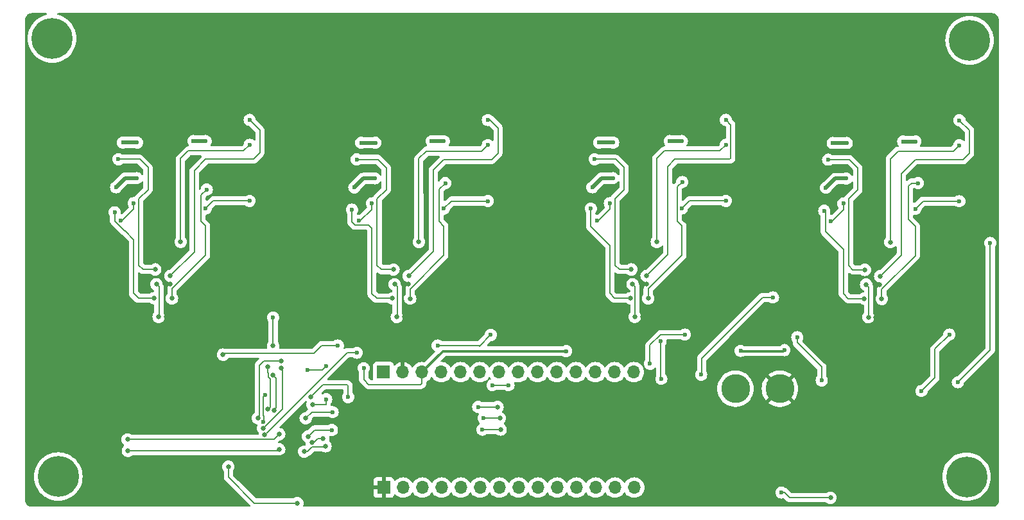
<source format=gbr>
%TF.GenerationSoftware,KiCad,Pcbnew,8.0.4*%
%TF.CreationDate,2024-08-21T17:35:59-07:00*%
%TF.ProjectId,SMA_Test_Bed,534d415f-5465-4737-945f-4265642e6b69,rev?*%
%TF.SameCoordinates,Original*%
%TF.FileFunction,Copper,L2,Bot*%
%TF.FilePolarity,Positive*%
%FSLAX46Y46*%
G04 Gerber Fmt 4.6, Leading zero omitted, Abs format (unit mm)*
G04 Created by KiCad (PCBNEW 8.0.4) date 2024-08-21 17:35:59*
%MOMM*%
%LPD*%
G01*
G04 APERTURE LIST*
%TA.AperFunction,ComponentPad*%
%ADD10C,0.800000*%
%TD*%
%TA.AperFunction,ComponentPad*%
%ADD11C,5.400000*%
%TD*%
%TA.AperFunction,ComponentPad*%
%ADD12C,2.600000*%
%TD*%
%TA.AperFunction,ConnectorPad*%
%ADD13C,3.800000*%
%TD*%
%TA.AperFunction,ComponentPad*%
%ADD14R,1.700000X1.700000*%
%TD*%
%TA.AperFunction,ComponentPad*%
%ADD15O,1.700000X1.700000*%
%TD*%
%TA.AperFunction,ViaPad*%
%ADD16C,0.635000*%
%TD*%
%TA.AperFunction,ViaPad*%
%ADD17C,0.600000*%
%TD*%
%TA.AperFunction,Conductor*%
%ADD18C,0.203200*%
%TD*%
%TA.AperFunction,Conductor*%
%ADD19C,0.305000*%
%TD*%
%TA.AperFunction,Conductor*%
%ADD20C,0.200000*%
%TD*%
%TA.AperFunction,Conductor*%
%ADD21C,0.508000*%
%TD*%
G04 APERTURE END LIST*
D10*
%TO.P,H3,1*%
%TO.N,N/C*%
X98150000Y-125800000D03*
X98743109Y-124368109D03*
X98743109Y-127231891D03*
X100175000Y-123775000D03*
D11*
X100175000Y-125800000D03*
D10*
X100175000Y-127825000D03*
X101606891Y-124368109D03*
X101606891Y-127231891D03*
X102200000Y-125800000D03*
%TD*%
D12*
%TO.P,J18,1,Pin_1*%
%TO.N,Vdrive*%
X189475000Y-114200000D03*
D13*
X189475000Y-114200000D03*
D12*
%TO.P,J18,2,Pin_2*%
%TO.N,GND*%
X195325000Y-114200000D03*
D13*
X195325000Y-114200000D03*
%TD*%
D10*
%TO.P,H1,1*%
%TO.N,N/C*%
X97325000Y-67950000D03*
X97918109Y-66518109D03*
X97918109Y-69381891D03*
X99350000Y-65925000D03*
D11*
X99350000Y-67950000D03*
D10*
X99350000Y-69975000D03*
X100781891Y-66518109D03*
X100781891Y-69381891D03*
X101375000Y-67950000D03*
%TD*%
D14*
%TO.P,J1,1,Pin_1*%
%TO.N,GND*%
X143090000Y-127250000D03*
D15*
%TO.P,J1,2,Pin_2*%
%TO.N,unconnected-(J1-Pin_2-Pad2)*%
X145630000Y-127250000D03*
%TO.P,J1,3,Pin_3*%
%TO.N,unconnected-(J1-Pin_3-Pad3)*%
X148170000Y-127250000D03*
%TO.P,J1,4,Pin_4*%
%TO.N,unconnected-(J1-Pin_4-Pad4)*%
X150710000Y-127250000D03*
%TO.P,J1,5,Pin_5*%
%TO.N,unconnected-(J1-Pin_5-Pad5)*%
X153250000Y-127250000D03*
%TO.P,J1,6,Pin_6*%
%TO.N,unconnected-(J1-Pin_6-Pad6)*%
X155790000Y-127250000D03*
%TO.P,J1,7,Pin_7*%
%TO.N,unconnected-(J1-Pin_7-Pad7)*%
X158330000Y-127250000D03*
%TO.P,J1,8,Pin_8*%
%TO.N,unconnected-(J1-Pin_8-Pad8)*%
X160870000Y-127250000D03*
%TO.P,J1,9,Pin_9*%
%TO.N,unconnected-(J1-Pin_9-Pad9)*%
X163410000Y-127250000D03*
%TO.P,J1,10,Pin_10*%
%TO.N,unconnected-(J1-Pin_10-Pad10)*%
X165950000Y-127250000D03*
%TO.P,J1,11,Pin_11*%
%TO.N,unconnected-(J1-Pin_11-Pad11)*%
X168490000Y-127250000D03*
%TO.P,J1,12,Pin_12*%
%TO.N,unconnected-(J1-Pin_12-Pad12)*%
X171030000Y-127250000D03*
%TO.P,J1,13,Pin_13*%
%TO.N,unconnected-(J1-Pin_13-Pad13)*%
X173570000Y-127250000D03*
%TO.P,J1,14,Pin_14*%
%TO.N,unconnected-(J1-Pin_14-Pad14)*%
X176110000Y-127250000D03*
%TO.P,J1,15,Pin_15*%
%TO.N,unconnected-(J1-Pin_15-Pad15)*%
X176070000Y-112010000D03*
%TO.P,J1,16,Pin_16*%
%TO.N,unconnected-(J1-Pin_16-Pad16)*%
X173530000Y-112010000D03*
%TO.P,J1,17,Pin_17*%
%TO.N,unconnected-(J1-Pin_17-Pad17)*%
X170990000Y-112010000D03*
%TO.P,J1,18,Pin_18*%
%TO.N,unconnected-(J1-Pin_18-Pad18)*%
X168450000Y-112010000D03*
%TO.P,J1,19,Pin_19*%
%TO.N,/nOE*%
X165910000Y-112010000D03*
%TO.P,J1,20,Pin_20*%
%TO.N,/SDA*%
X163370000Y-112010000D03*
%TO.P,J1,21,Pin_21*%
%TO.N,/SCL*%
X160830000Y-112010000D03*
%TO.P,J1,22,Pin_22*%
%TO.N,unconnected-(J1-Pin_22-Pad22)*%
X158290000Y-112010000D03*
%TO.P,J1,23,Pin_23*%
%TO.N,unconnected-(J1-Pin_23-Pad23)*%
X155750000Y-112010000D03*
%TO.P,J1,24,Pin_24*%
%TO.N,unconnected-(J1-Pin_24-Pad24)*%
X153210000Y-112010000D03*
%TO.P,J1,25,Pin_25*%
%TO.N,unconnected-(J1-Pin_25-Pad25)*%
X150670000Y-112010000D03*
%TO.P,J1,26,Pin_26*%
%TO.N,+3.3V*%
X148130000Y-112010000D03*
%TO.P,J1,27,Pin_27*%
%TO.N,GND*%
X145590000Y-112010000D03*
D14*
%TO.P,J1,28,Pin_28*%
%TO.N,unconnected-(J1-Pin_28-Pad28)*%
X143050000Y-112010000D03*
%TD*%
D10*
%TO.P,H4,1*%
%TO.N,N/C*%
X217925000Y-125825000D03*
X218518109Y-124393109D03*
X218518109Y-127256891D03*
X219950000Y-123800000D03*
D11*
X219950000Y-125825000D03*
D10*
X219950000Y-127850000D03*
X221381891Y-124393109D03*
X221381891Y-127256891D03*
X221975000Y-125825000D03*
%TD*%
%TO.P,H2,1*%
%TO.N,N/C*%
X218325000Y-68200000D03*
X218918109Y-66768109D03*
X218918109Y-69631891D03*
X220350000Y-66175000D03*
D11*
X220350000Y-68200000D03*
D10*
X220350000Y-70225000D03*
X221781891Y-66768109D03*
X221781891Y-69631891D03*
X222375000Y-68200000D03*
%TD*%
D16*
%TO.N,+3.3V*%
X207000000Y-104750000D03*
D17*
X167150000Y-109250000D03*
D16*
X175900000Y-100400000D03*
D17*
X190150000Y-109200000D03*
X133000000Y-111750000D03*
D16*
X144518065Y-100417431D03*
X176200000Y-104700000D03*
X144818065Y-104717431D03*
D17*
X140450000Y-111500000D03*
D16*
X206700000Y-100450000D03*
D17*
X195925000Y-109100000D03*
D16*
X113100000Y-100400000D03*
X113400000Y-104700000D03*
D17*
X135500000Y-111200000D03*
%TO.N,GND*%
X196200000Y-89550000D03*
X124900000Y-88000000D03*
D16*
X146318065Y-100417431D03*
X106700000Y-94900000D03*
X105100000Y-101100000D03*
X208000000Y-104750000D03*
X138118065Y-94917431D03*
X154118065Y-99717431D03*
X114900000Y-100400000D03*
X216400000Y-101150000D03*
D17*
X102500000Y-82000000D03*
D16*
X177200000Y-104700000D03*
X177700000Y-100400000D03*
X154218065Y-101117431D03*
X200300000Y-105850000D03*
X125200000Y-124100000D03*
X200300000Y-94950000D03*
D17*
X133918065Y-82017431D03*
X156218065Y-80417431D03*
X187600000Y-80400000D03*
D16*
X167900000Y-101100000D03*
X198700000Y-99550000D03*
X169500000Y-94900000D03*
D17*
X156318065Y-88017431D03*
X165400000Y-89500000D03*
D16*
X185500000Y-99700000D03*
D17*
X134018065Y-89517431D03*
D16*
X167900000Y-99500000D03*
X106700000Y-105800000D03*
X136518065Y-101117431D03*
X208500000Y-100450000D03*
D17*
X187700000Y-88000000D03*
X165300000Y-82000000D03*
X196100000Y-82050000D03*
D16*
X198700000Y-101150000D03*
X123900000Y-114900000D03*
X105100000Y-99500000D03*
X185600000Y-101100000D03*
X114400000Y-104700000D03*
X138118065Y-105817431D03*
D17*
X124800000Y-80400000D03*
D16*
X136518065Y-99517431D03*
X122800000Y-101100000D03*
X145818065Y-104717431D03*
D17*
X218500000Y-88050000D03*
X218400000Y-80450000D03*
D16*
X122700000Y-99700000D03*
X119600000Y-119400000D03*
X216300000Y-99750000D03*
D17*
X102600000Y-89500000D03*
D16*
X132500000Y-117000000D03*
X169500000Y-105800000D03*
%TO.N,/bus1.PWM_SP2*%
X131700000Y-129300000D03*
X122600000Y-124500000D03*
D17*
X214000000Y-114500000D03*
X217675000Y-107050000D03*
D16*
%TO.N,/nOE*%
X158100000Y-116600000D03*
D17*
X136350000Y-117300000D03*
D16*
X132800000Y-118100000D03*
D17*
X155550000Y-116600000D03*
D16*
%TO.N,/bus3.PWM_SP2*%
X127800000Y-116900000D03*
X127800000Y-111300000D03*
%TO.N,/bus2.PWM_SP2*%
X135100000Y-120800000D03*
D17*
X182800000Y-107050000D03*
D16*
X158400000Y-118100000D03*
X133600000Y-121280900D03*
D17*
X178200000Y-110900000D03*
X156250000Y-118100000D03*
D16*
%TO.N,/bus0.PWM_SP1*%
X129600000Y-111500000D03*
X127184851Y-119443191D03*
D17*
%TO.N,/bus1.PWM_SP0*%
X184950000Y-112350000D03*
X194425000Y-102150000D03*
D16*
%TO.N,/bus3.PWM_SP1*%
X109300000Y-120900000D03*
X129300000Y-120200000D03*
D17*
%TO.N,/SCL*%
X135500000Y-115600000D03*
D16*
X133680900Y-116300000D03*
D17*
%TO.N,/bus2.PWM_SP3*%
X136250000Y-119650000D03*
D16*
X158500000Y-119600000D03*
D17*
X179700000Y-112900000D03*
D16*
X133100000Y-120500000D03*
D17*
X179600000Y-107900000D03*
X156100000Y-119600000D03*
D16*
%TO.N,/bus1.PWM_SP3*%
X202000000Y-128600000D03*
D17*
X195550000Y-127900000D03*
X223075000Y-94950000D03*
X218800000Y-113350000D03*
D16*
%TO.N,/bus0.PWM_SP0*%
X129600000Y-110500000D03*
X126500000Y-118100000D03*
%TO.N,/bus3.PWM_SP3*%
X128500000Y-112400000D03*
X128500000Y-108500000D03*
D17*
X128500000Y-104800000D03*
D16*
X128626610Y-117018088D03*
D17*
%TO.N,/SDA*%
X157450000Y-113750000D03*
X138400000Y-115300000D03*
D16*
X133500000Y-115300000D03*
D17*
X159550000Y-113750000D03*
D16*
%TO.N,/bus2.PWM_SP1*%
X132600000Y-122500000D03*
X135400000Y-121800000D03*
D17*
%TO.N,/bus1.PWM_SP1*%
X200850000Y-113100000D03*
X197625000Y-107400000D03*
%TO.N,/bus0.PWM_SP3*%
X150200000Y-108500000D03*
X137050000Y-108500000D03*
X127199604Y-118549604D03*
X127450000Y-115050000D03*
X157200000Y-107100000D03*
D16*
X121900000Y-109700000D03*
%TO.N,/bus0.PWM_SP2*%
X127400000Y-120250000D03*
D17*
X139550000Y-109450000D03*
D16*
%TO.N,/bus3.PWM_SP0*%
X129300000Y-122200000D03*
X109350000Y-122400000D03*
D17*
%TO.N,Net-(C10-Pad2)*%
X139818065Y-92017431D03*
X141518065Y-89717431D03*
%TO.N,Net-(C11-Pad2)*%
X156818065Y-82017431D03*
D16*
X147718065Y-94817431D03*
D17*
%TO.N,Net-(C7-Pad2)*%
X151018065Y-90417431D03*
X156818065Y-89417431D03*
%TO.N,Net-(C20-Pad2)*%
X219000000Y-82050000D03*
D16*
X209900000Y-94850000D03*
D17*
%TO.N,Net-(C19-Pad2)*%
X203700000Y-89750000D03*
X202000000Y-92050000D03*
%TO.N,Net-(C16-Pad2)*%
X219000000Y-89450000D03*
X213200000Y-90450000D03*
%TO.N,Net-(C28-Pad2)*%
X171200000Y-92000000D03*
X172900000Y-89700000D03*
D16*
%TO.N,Net-(C29-Pad2)*%
X179100000Y-94800000D03*
D17*
X188200000Y-82000000D03*
%TO.N,Net-(C25-Pad2)*%
X188200000Y-89400000D03*
X182400000Y-90400000D03*
%TO.N,Net-(C37-Pad2)*%
X108400000Y-92000000D03*
X110100000Y-89700000D03*
D16*
%TO.N,Net-(C38-Pad2)*%
X116300000Y-94800000D03*
D17*
X125400000Y-82000000D03*
%TO.N,Net-(C34-Pad2)*%
X119600000Y-90400000D03*
X125400000Y-89400000D03*
D16*
%TO.N,/Quad_Current_Driver/I_SNS_0*%
X144368065Y-98467431D03*
D17*
X139518065Y-83917431D03*
%TO.N,Net-(J2-Pin_2)*%
X140118065Y-81717431D03*
X141972065Y-81717431D03*
%TO.N,/Quad_Current_Driver/I_SNS_2*%
X151200000Y-87050000D03*
D16*
X146580258Y-102297431D03*
D17*
%TO.N,Net-(J4-Pin_2)*%
X141918065Y-86417431D03*
X139218065Y-87617431D03*
%TO.N,/Quad_Current_Driver/I_SNS_1*%
X138900000Y-90550000D03*
D16*
X144237529Y-102264905D03*
D17*
%TO.N,Net-(J5-Pin_2)*%
X151018065Y-81517431D03*
X149418065Y-81517431D03*
%TO.N,/Quad_Current_Driver/I_SNS_3*%
X156818065Y-78717431D03*
D16*
X146376421Y-99316955D03*
D17*
%TO.N,Net-(J6-Pin_2)*%
X204154000Y-81750000D03*
X202300000Y-81750000D03*
D16*
%TO.N,/Quad_Current_Driver1/I_SNS_0*%
X206550000Y-98500000D03*
D17*
X201700000Y-83950000D03*
%TO.N,/Quad_Current_Driver1/I_SNS_2*%
X213525000Y-87050000D03*
D16*
X208762193Y-102330000D03*
D17*
%TO.N,/Quad_Current_Driver1/I_SNS_1*%
X201175000Y-90700000D03*
D16*
X206419464Y-102297474D03*
D17*
%TO.N,Net-(J8-Pin_2)*%
X201400000Y-87650000D03*
X204100000Y-86450000D03*
%TO.N,Net-(J9-Pin_2)*%
X211600000Y-81550000D03*
X213200000Y-81550000D03*
D16*
%TO.N,/Quad_Current_Driver1/I_SNS_3*%
X208558356Y-99349524D03*
D17*
X219000000Y-78750000D03*
%TO.N,Net-(J10-Pin_2)*%
X173354000Y-81700000D03*
X171500000Y-81700000D03*
D16*
%TO.N,/Quad_Current_Driver2/I_SNS_0*%
X175750000Y-98450000D03*
D17*
X170900000Y-83900000D03*
%TO.N,/Quad_Current_Driver2/I_SNS_2*%
X182450000Y-86900000D03*
D16*
X177962193Y-102280000D03*
%TO.N,/Quad_Current_Driver2/I_SNS_1*%
X175619464Y-102247474D03*
D17*
X170400000Y-90400000D03*
%TO.N,Net-(J12-Pin_2)*%
X170600000Y-87600000D03*
X173300000Y-86400000D03*
D16*
%TO.N,/Quad_Current_Driver2/I_SNS_3*%
X177758356Y-99299524D03*
D17*
X188200000Y-78700000D03*
%TO.N,Net-(J13-Pin_2)*%
X182400000Y-81500000D03*
X180800000Y-81500000D03*
%TO.N,/Quad_Current_Driver3/I_SNS_0*%
X108100000Y-83900000D03*
D16*
X112950000Y-98450000D03*
D17*
%TO.N,Net-(J14-Pin_2)*%
X110554000Y-81700000D03*
X108700000Y-81700000D03*
%TO.N,/Quad_Current_Driver3/I_SNS_2*%
X119750000Y-87900000D03*
D16*
X115162193Y-102280000D03*
D17*
%TO.N,Net-(J16-Pin_2)*%
X110500000Y-86400000D03*
X107800000Y-87600000D03*
%TO.N,/Quad_Current_Driver3/I_SNS_1*%
X107600000Y-90900000D03*
D16*
X112819464Y-102247474D03*
D17*
%TO.N,Net-(J17-Pin_2)*%
X118000000Y-81500000D03*
X119600000Y-81500000D03*
%TO.N,/Quad_Current_Driver3/I_SNS_3*%
X125400000Y-78700000D03*
D16*
X114958356Y-99299524D03*
%TD*%
D18*
%TO.N,+3.3V*%
X113400000Y-104700000D02*
X113438564Y-104661436D01*
X113438564Y-104661436D02*
X113438564Y-100738564D01*
X190150000Y-109200000D02*
X190200000Y-109250000D01*
X176238564Y-104661436D02*
X176238564Y-100738564D01*
D19*
X150890000Y-109250000D02*
X167150000Y-109250000D01*
X190200000Y-109250000D02*
X195775000Y-109250000D01*
X148130000Y-112010000D02*
X150890000Y-109250000D01*
D18*
X207038564Y-104711436D02*
X207038564Y-100788564D01*
X144856629Y-100755995D02*
X144518065Y-100417431D01*
X144856629Y-104678867D02*
X144856629Y-100755995D01*
X113438564Y-100738564D02*
X113100000Y-100400000D01*
X176200000Y-104700000D02*
X176238564Y-104661436D01*
X148130000Y-113470000D02*
X147950000Y-113650000D01*
X195775000Y-109250000D02*
X195925000Y-109100000D01*
X176238564Y-100738564D02*
X175900000Y-100400000D01*
X207000000Y-104750000D02*
X207038564Y-104711436D01*
X147950000Y-113650000D02*
X141100000Y-113650000D01*
X141100000Y-113650000D02*
X140450000Y-113000000D01*
X140450000Y-113000000D02*
X140450000Y-111500000D01*
X148130000Y-112010000D02*
X148130000Y-113470000D01*
X207038564Y-100788564D02*
X206700000Y-100450000D01*
D20*
X133000000Y-111750000D02*
X134950000Y-111750000D01*
D18*
X144818065Y-104717431D02*
X144856629Y-104678867D01*
D20*
X134950000Y-111750000D02*
X135500000Y-111200000D01*
D18*
%TO.N,GND*%
X195825000Y-82950000D02*
X195775000Y-83000000D01*
X195775000Y-83000000D02*
X195775000Y-80000000D01*
X125200000Y-124100000D02*
X125300000Y-124200000D01*
X195775000Y-80000000D02*
X194425000Y-78650000D01*
X195775000Y-83000000D02*
X194925000Y-83850000D01*
%TO.N,/bus1.PWM_SP2*%
X122600000Y-124500000D02*
X122600000Y-125875540D01*
X122600000Y-125875540D02*
X126024460Y-129300000D01*
X215775000Y-108950000D02*
X217675000Y-107050000D01*
X214000000Y-114500000D02*
X215775000Y-112725000D01*
X215775000Y-112725000D02*
X215775000Y-108950000D01*
X126024460Y-129300000D02*
X131700000Y-129300000D01*
%TO.N,/nOE*%
X158100000Y-116600000D02*
X157996800Y-116703200D01*
X136350000Y-117300000D02*
X133600000Y-117300000D01*
X133600000Y-117300000D02*
X132800000Y-118100000D01*
X158100000Y-116600000D02*
X155550000Y-116600000D01*
%TO.N,/bus3.PWM_SP2*%
X128100000Y-116600000D02*
X127800000Y-116900000D01*
X127800000Y-111300000D02*
X127800000Y-112062660D01*
X127880900Y-112656440D02*
X128100000Y-112875540D01*
X128100000Y-112875540D02*
X128100000Y-116600000D01*
X127800000Y-112062660D02*
X127880900Y-112143560D01*
X127880900Y-112143560D02*
X127880900Y-112656440D01*
%TO.N,/bus2.PWM_SP2*%
X134400000Y-120800000D02*
X133919100Y-121280900D01*
X179599209Y-107050000D02*
X182800000Y-107050000D01*
X178200000Y-110900000D02*
X178200000Y-108449209D01*
X135100000Y-120800000D02*
X134400000Y-120800000D01*
X133919100Y-121280900D02*
X133600000Y-121280900D01*
X178200000Y-108449209D02*
X179599209Y-107050000D01*
X158400000Y-118100000D02*
X156250000Y-118100000D01*
%TO.N,/bus0.PWM_SP1*%
X127184851Y-119443191D02*
X127184851Y-119415149D01*
X129700000Y-111600000D02*
X129600000Y-111500000D01*
X127184851Y-119415149D02*
X129700000Y-116900000D01*
X129700000Y-116900000D02*
X129700000Y-111600000D01*
%TO.N,/bus1.PWM_SP0*%
X185000000Y-110200000D02*
X185000000Y-112300000D01*
X193050000Y-102150000D02*
X185000000Y-110200000D01*
X185000000Y-112300000D02*
X184950000Y-112350000D01*
X194425000Y-102150000D02*
X193050000Y-102150000D01*
%TO.N,/bus3.PWM_SP1*%
X109300000Y-120900000D02*
X128600000Y-120900000D01*
X128600000Y-120900000D02*
X129300000Y-120200000D01*
D20*
%TO.N,/SCL*%
X135500000Y-116300000D02*
X133680900Y-116300000D01*
X135500000Y-115600000D02*
X135500000Y-116300000D01*
D18*
%TO.N,/bus2.PWM_SP3*%
X179600000Y-107900000D02*
X179600000Y-112800000D01*
X136250000Y-119650000D02*
X133950000Y-119650000D01*
X158500000Y-119600000D02*
X156100000Y-119600000D01*
X133950000Y-119650000D02*
X133100000Y-120500000D01*
X179600000Y-112800000D02*
X179700000Y-112900000D01*
%TO.N,/bus1.PWM_SP3*%
X195950000Y-127900000D02*
X196650000Y-128600000D01*
X223075000Y-109075000D02*
X223075000Y-106900000D01*
X223075000Y-106900000D02*
X223075000Y-94950000D01*
X195550000Y-127900000D02*
X195950000Y-127900000D01*
X218800000Y-113350000D02*
X223075000Y-109075000D01*
X196650000Y-128600000D02*
X202000000Y-128600000D01*
%TO.N,/bus0.PWM_SP0*%
X126700000Y-111100000D02*
X126700000Y-117900000D01*
X127300000Y-110500000D02*
X126700000Y-111100000D01*
X126700000Y-117900000D02*
X126500000Y-118100000D01*
X129600000Y-110500000D02*
X127300000Y-110500000D01*
%TO.N,/bus3.PWM_SP3*%
X128900000Y-112800000D02*
X128900000Y-116744698D01*
X128500000Y-112400000D02*
X128900000Y-112800000D01*
X128900000Y-116744698D02*
X128626610Y-117018088D01*
X128500000Y-104800000D02*
X128500000Y-108500000D01*
%TO.N,/SDA*%
X135100000Y-113700000D02*
X133500000Y-115300000D01*
X159550000Y-113750000D02*
X157450000Y-113750000D01*
X138300000Y-113700000D02*
X135100000Y-113700000D01*
X138400000Y-113800000D02*
X138300000Y-113700000D01*
D20*
X138400000Y-115300000D02*
X138400000Y-113800000D01*
D18*
%TO.N,/bus2.PWM_SP1*%
X133000000Y-122500000D02*
X132600000Y-122500000D01*
X135300000Y-121900000D02*
X133600000Y-121900000D01*
X133600000Y-121900000D02*
X133000000Y-122500000D01*
X135400000Y-121800000D02*
X135300000Y-121900000D01*
%TO.N,/bus1.PWM_SP1*%
X200850000Y-111325000D02*
X197625000Y-108100000D01*
X197625000Y-108100000D02*
X197625000Y-107400000D01*
X200850000Y-113100000D02*
X200850000Y-111325000D01*
%TO.N,/bus0.PWM_SP3*%
X134850000Y-108550000D02*
X134900000Y-108500000D01*
X127250000Y-117800000D02*
X127250000Y-118499208D01*
X134900000Y-108500000D02*
X137050000Y-108500000D01*
X122100000Y-109500000D02*
X133900000Y-109500000D01*
X127180900Y-117730900D02*
X127250000Y-117800000D01*
X133900000Y-109500000D02*
X134850000Y-108550000D01*
X155700000Y-108500000D02*
X155750000Y-108550000D01*
X127180900Y-115319100D02*
X127180900Y-117730900D01*
X127250000Y-118499208D02*
X127199604Y-118549604D01*
X150200000Y-108500000D02*
X155700000Y-108500000D01*
X155750000Y-108550000D02*
X157200000Y-107100000D01*
X127450000Y-115050000D02*
X127180900Y-115319100D01*
X121900000Y-109700000D02*
X122100000Y-109500000D01*
%TO.N,/bus0.PWM_SP2*%
X138250000Y-109450000D02*
X139550000Y-109450000D01*
X127800000Y-119900000D02*
X138250000Y-109450000D01*
X127750000Y-119900000D02*
X127800000Y-119900000D01*
X127400000Y-120250000D02*
X127750000Y-119900000D01*
%TO.N,/bus3.PWM_SP0*%
X129000000Y-122400000D02*
X129200000Y-122200000D01*
X129200000Y-122200000D02*
X129300000Y-122200000D01*
X109350000Y-122400000D02*
X129000000Y-122400000D01*
D20*
%TO.N,Net-(C10-Pad2)*%
X140018065Y-92017431D02*
X141518065Y-90517431D01*
X139818065Y-92017431D02*
X140018065Y-92017431D01*
X141518065Y-90517431D02*
X141518065Y-89717431D01*
%TO.N,Net-(C11-Pad2)*%
X156018065Y-82817431D02*
X148718065Y-82817431D01*
X156818065Y-82017431D02*
X156018065Y-82817431D01*
D18*
X147718065Y-94817431D02*
X147718065Y-88517431D01*
D20*
X148718065Y-82817431D02*
X147718065Y-83817431D01*
X147718065Y-83817431D02*
X147718065Y-88517431D01*
%TO.N,Net-(C7-Pad2)*%
X152018065Y-89417431D02*
X151018065Y-90417431D01*
X156818065Y-89417431D02*
X152018065Y-89417431D01*
%TO.N,Net-(C20-Pad2)*%
X219000000Y-82050000D02*
X218200000Y-82850000D01*
D18*
X209900000Y-94850000D02*
X209900000Y-88550000D01*
D20*
X218200000Y-82850000D02*
X210900000Y-82850000D01*
X210900000Y-82850000D02*
X209900000Y-83850000D01*
X209900000Y-83850000D02*
X209900000Y-88550000D01*
%TO.N,Net-(C19-Pad2)*%
X203700000Y-90550000D02*
X203700000Y-89750000D01*
X202200000Y-92050000D02*
X203700000Y-90550000D01*
X202000000Y-92050000D02*
X202200000Y-92050000D01*
%TO.N,Net-(C16-Pad2)*%
X219000000Y-89450000D02*
X214200000Y-89450000D01*
X214200000Y-89450000D02*
X213200000Y-90450000D01*
%TO.N,Net-(C28-Pad2)*%
X172900000Y-90500000D02*
X172900000Y-89700000D01*
X171200000Y-92000000D02*
X171400000Y-92000000D01*
X171400000Y-92000000D02*
X172900000Y-90500000D01*
%TO.N,Net-(C29-Pad2)*%
X187400000Y-82800000D02*
X180100000Y-82800000D01*
X179100000Y-83800000D02*
X179100000Y-88500000D01*
X180100000Y-82800000D02*
X179100000Y-83800000D01*
D18*
X179100000Y-94800000D02*
X179100000Y-88500000D01*
D20*
X188200000Y-82000000D02*
X187400000Y-82800000D01*
%TO.N,Net-(C25-Pad2)*%
X188200000Y-89400000D02*
X183400000Y-89400000D01*
X183400000Y-89400000D02*
X182400000Y-90400000D01*
%TO.N,Net-(C37-Pad2)*%
X108600000Y-92000000D02*
X110100000Y-90500000D01*
X110100000Y-90500000D02*
X110100000Y-89700000D01*
X108400000Y-92000000D02*
X108600000Y-92000000D01*
%TO.N,Net-(C38-Pad2)*%
X124600000Y-82800000D02*
X117300000Y-82800000D01*
X116300000Y-83800000D02*
X116300000Y-88500000D01*
D18*
X116300000Y-94800000D02*
X116300000Y-88500000D01*
D20*
X117300000Y-82800000D02*
X116300000Y-83800000D01*
X125400000Y-82000000D02*
X124600000Y-82800000D01*
%TO.N,Net-(C34-Pad2)*%
X120600000Y-89400000D02*
X119600000Y-90400000D01*
X125400000Y-89400000D02*
X120600000Y-89400000D01*
D18*
%TO.N,/Quad_Current_Driver/I_SNS_0*%
X142768065Y-98467431D02*
X142218065Y-97917431D01*
X143418065Y-85017431D02*
X142318065Y-83917431D01*
X142318065Y-83917431D02*
X139518065Y-83917431D01*
X142218065Y-97917431D02*
X142218065Y-89117431D01*
X143418065Y-87917431D02*
X143418065Y-85017431D01*
X144368065Y-98467431D02*
X142768065Y-98467431D01*
X142218065Y-89117431D02*
X143418065Y-87917431D01*
D21*
%TO.N,Net-(J2-Pin_2)*%
X140118065Y-81717431D02*
X141972065Y-81717431D01*
D18*
%TO.N,/Quad_Current_Driver/I_SNS_2*%
X146580258Y-101030778D02*
X151018065Y-96592971D01*
X150416465Y-92115831D02*
X150416465Y-87833535D01*
X151018065Y-92717431D02*
X150416465Y-92115831D01*
X151018065Y-96592971D02*
X151018065Y-92717431D01*
X150416465Y-87833535D02*
X151200000Y-87050000D01*
X146580258Y-102297431D02*
X146580258Y-101030778D01*
D21*
%TO.N,Net-(J4-Pin_2)*%
X141918065Y-86417431D02*
X140418065Y-86417431D01*
X140418065Y-86417431D02*
X139218065Y-87617431D01*
D18*
%TO.N,/Quad_Current_Driver/I_SNS_1*%
X141119031Y-92619031D02*
X139319031Y-92619031D01*
X141518065Y-101617431D02*
X141518065Y-93018065D01*
X141518065Y-93018065D02*
X141119031Y-92619031D01*
X142165539Y-102264905D02*
X141518065Y-101617431D01*
X144237529Y-102264905D02*
X142165539Y-102264905D01*
X139319031Y-92619031D02*
X138900000Y-92200000D01*
X138900000Y-92200000D02*
X138900000Y-90550000D01*
D21*
%TO.N,Net-(J5-Pin_2)*%
X149418065Y-81517431D02*
X151018065Y-81517431D01*
D18*
%TO.N,/Quad_Current_Driver/I_SNS_3*%
X149600000Y-85335496D02*
X151018065Y-83917431D01*
X157318065Y-83917431D02*
X158168065Y-83067431D01*
X158168065Y-83067431D02*
X158168065Y-79768065D01*
X146376421Y-99316955D02*
X149600000Y-96093376D01*
X157117431Y-78717431D02*
X156818065Y-78717431D01*
X149600000Y-96093376D02*
X149600000Y-85335496D01*
X158168065Y-79768065D02*
X157117431Y-78717431D01*
X151018065Y-83917431D02*
X157318065Y-83917431D01*
D21*
%TO.N,Net-(J6-Pin_2)*%
X202300000Y-81750000D02*
X204154000Y-81750000D01*
D18*
%TO.N,/Quad_Current_Driver1/I_SNS_0*%
X204400000Y-97950000D02*
X204400000Y-89150000D01*
X205600000Y-87950000D02*
X205600000Y-85050000D01*
X204950000Y-98500000D02*
X204400000Y-97950000D01*
X204500000Y-83950000D02*
X201700000Y-83950000D01*
X206550000Y-98500000D02*
X204950000Y-98500000D01*
X205600000Y-85050000D02*
X204500000Y-83950000D01*
X204400000Y-89150000D02*
X205600000Y-87950000D01*
%TO.N,/Quad_Current_Driver1/I_SNS_2*%
X213200000Y-96625540D02*
X213200000Y-92750000D01*
X212275000Y-87450000D02*
X212675000Y-87050000D01*
X212675000Y-87050000D02*
X213525000Y-87050000D01*
X208762193Y-101063347D02*
X213200000Y-96625540D01*
X208762193Y-102330000D02*
X208762193Y-101063347D01*
X212275000Y-91825000D02*
X212275000Y-87450000D01*
X213200000Y-92750000D02*
X212275000Y-91825000D01*
%TO.N,/Quad_Current_Driver1/I_SNS_1*%
X201325000Y-93450000D02*
X201325000Y-90850000D01*
X206419464Y-102297474D02*
X204347474Y-102297474D01*
X201325000Y-90850000D02*
X201175000Y-90700000D01*
X203700000Y-101650000D02*
X203700000Y-95825000D01*
X203700000Y-95825000D02*
X201325000Y-93450000D01*
X204347474Y-102297474D02*
X203700000Y-101650000D01*
D21*
%TO.N,Net-(J8-Pin_2)*%
X204100000Y-86450000D02*
X202600000Y-86450000D01*
X202600000Y-86450000D02*
X201400000Y-87650000D01*
%TO.N,Net-(J9-Pin_2)*%
X211600000Y-81550000D02*
X213200000Y-81550000D01*
D18*
%TO.N,/Quad_Current_Driver1/I_SNS_3*%
X220350000Y-83100000D02*
X219500000Y-83950000D01*
X220350000Y-80100000D02*
X219000000Y-78750000D01*
X213200000Y-83950000D02*
X211325000Y-85825000D01*
X211325000Y-85825000D02*
X211325000Y-96582880D01*
X211325000Y-96582880D02*
X208558356Y-99349524D01*
X219500000Y-83950000D02*
X213200000Y-83950000D01*
X220350000Y-83100000D02*
X220350000Y-80100000D01*
D21*
%TO.N,Net-(J10-Pin_2)*%
X171500000Y-81700000D02*
X173354000Y-81700000D01*
D18*
%TO.N,/Quad_Current_Driver2/I_SNS_0*%
X174150000Y-98450000D02*
X173600000Y-97900000D01*
X173700000Y-83900000D02*
X170900000Y-83900000D01*
X173600000Y-89100000D02*
X174800000Y-87900000D01*
X175750000Y-98450000D02*
X174150000Y-98450000D01*
X174800000Y-87900000D02*
X174800000Y-85000000D01*
X173600000Y-97900000D02*
X173600000Y-89100000D01*
X174800000Y-85000000D02*
X173700000Y-83900000D01*
%TO.N,/Quad_Current_Driver2/I_SNS_2*%
X182400000Y-92700000D02*
X181798400Y-92098400D01*
X182400000Y-96575540D02*
X182400000Y-92700000D01*
X181798400Y-87551600D02*
X182450000Y-86900000D01*
X177962193Y-101013347D02*
X182400000Y-96575540D01*
X181798400Y-92098400D02*
X181798400Y-87551600D01*
X177962193Y-102280000D02*
X177962193Y-101013347D01*
%TO.N,/Quad_Current_Driver2/I_SNS_1*%
X175619464Y-102247474D02*
X173547474Y-102247474D01*
X172900000Y-95300000D02*
X170400000Y-92800000D01*
X170400000Y-92800000D02*
X170400000Y-90400000D01*
X173547474Y-102247474D02*
X172900000Y-101600000D01*
X172900000Y-101600000D02*
X172900000Y-95300000D01*
D21*
%TO.N,Net-(J12-Pin_2)*%
X171800000Y-86400000D02*
X170600000Y-87600000D01*
X173300000Y-86400000D02*
X171800000Y-86400000D01*
D18*
%TO.N,/Quad_Current_Driver2/I_SNS_3*%
X180550000Y-96507880D02*
X177758356Y-99299524D01*
X188850000Y-83750000D02*
X188700000Y-83900000D01*
X188700000Y-83900000D02*
X181500000Y-83900000D01*
X188200000Y-78700000D02*
X188850000Y-79350000D01*
X181500000Y-83900000D02*
X180550000Y-84850000D01*
X188850000Y-79350000D02*
X188850000Y-83750000D01*
X180550000Y-84850000D02*
X180550000Y-96507880D01*
D21*
%TO.N,Net-(J13-Pin_2)*%
X180800000Y-81500000D02*
X182400000Y-81500000D01*
D18*
%TO.N,/Quad_Current_Driver3/I_SNS_0*%
X110800000Y-89100000D02*
X112000000Y-87900000D01*
X112950000Y-98450000D02*
X111350000Y-98450000D01*
X112000000Y-85000000D02*
X110900000Y-83900000D01*
X110800000Y-97900000D02*
X110800000Y-89100000D01*
X111350000Y-98450000D02*
X110800000Y-97900000D01*
X112000000Y-87900000D02*
X112000000Y-85000000D01*
X110900000Y-83900000D02*
X108100000Y-83900000D01*
D21*
%TO.N,Net-(J14-Pin_2)*%
X108700000Y-81700000D02*
X110554000Y-81700000D01*
D18*
%TO.N,/Quad_Current_Driver3/I_SNS_2*%
X115162193Y-102280000D02*
X115162193Y-101013347D01*
X119600000Y-96575540D02*
X119600000Y-92700000D01*
X118998400Y-92098400D02*
X118998400Y-88651600D01*
X115162193Y-101013347D02*
X119600000Y-96575540D01*
X118998400Y-88651600D02*
X119750000Y-87900000D01*
X119600000Y-92700000D02*
X118998400Y-92098400D01*
D21*
%TO.N,Net-(J16-Pin_2)*%
X109000000Y-86400000D02*
X107800000Y-87600000D01*
X110500000Y-86400000D02*
X109000000Y-86400000D01*
D18*
%TO.N,/Quad_Current_Driver3/I_SNS_1*%
X107600000Y-92050791D02*
X107600000Y-90900000D01*
X110100000Y-101600000D02*
X110100000Y-94500000D01*
X108899209Y-93350000D02*
X107600000Y-92050791D01*
X110747474Y-102247474D02*
X110100000Y-101600000D01*
X110100000Y-94500000D02*
X108950000Y-93350000D01*
X112819464Y-102247474D02*
X110747474Y-102247474D01*
X108950000Y-93350000D02*
X108899209Y-93350000D01*
D21*
%TO.N,Net-(J17-Pin_2)*%
X118000000Y-81500000D02*
X119600000Y-81500000D01*
D18*
%TO.N,/Quad_Current_Driver3/I_SNS_3*%
X126750000Y-83050000D02*
X125900000Y-83900000D01*
X126750000Y-83050000D02*
X126750000Y-80050000D01*
X126750000Y-80050000D02*
X125400000Y-78700000D01*
X125900000Y-83900000D02*
X119600000Y-83900000D01*
X119600000Y-83900000D02*
X118100000Y-85400000D01*
X118100000Y-96157880D02*
X114958356Y-99299524D01*
X118100000Y-85400000D02*
X118100000Y-96157880D01*
%TD*%
%TA.AperFunction,Conductor*%
%TO.N,GND*%
G36*
X98604061Y-64620185D02*
G01*
X98649816Y-64672989D01*
X98659760Y-64742147D01*
X98630735Y-64805703D01*
X98571957Y-64843477D01*
X98571349Y-64843654D01*
X98291281Y-64924339D01*
X97959168Y-65061905D01*
X97644545Y-65235790D01*
X97351377Y-65443805D01*
X97083339Y-65683339D01*
X96843805Y-65951377D01*
X96635790Y-66244545D01*
X96461905Y-66559168D01*
X96324339Y-66891281D01*
X96224828Y-67236694D01*
X96224826Y-67236703D01*
X96164614Y-67591085D01*
X96164612Y-67591097D01*
X96144457Y-67950000D01*
X96164612Y-68308902D01*
X96164614Y-68308914D01*
X96224826Y-68663296D01*
X96224828Y-68663305D01*
X96324339Y-69008718D01*
X96461905Y-69340831D01*
X96635790Y-69655454D01*
X96843805Y-69948622D01*
X96843806Y-69948623D01*
X97083339Y-70216661D01*
X97351377Y-70456194D01*
X97644548Y-70664211D01*
X97959167Y-70838094D01*
X98291276Y-70975659D01*
X98636700Y-71075173D01*
X98991093Y-71135387D01*
X99350000Y-71155543D01*
X99708907Y-71135387D01*
X100063300Y-71075173D01*
X100408724Y-70975659D01*
X100740833Y-70838094D01*
X101055452Y-70664211D01*
X101348623Y-70456194D01*
X101616661Y-70216661D01*
X101856194Y-69948623D01*
X102064211Y-69655452D01*
X102238094Y-69340833D01*
X102375659Y-69008724D01*
X102475173Y-68663300D01*
X102535387Y-68308907D01*
X102541503Y-68200000D01*
X217144457Y-68200000D01*
X217164612Y-68558902D01*
X217164613Y-68558907D01*
X217224827Y-68913300D01*
X217324341Y-69258724D01*
X217461906Y-69590833D01*
X217497621Y-69655454D01*
X217635790Y-69905454D01*
X217843805Y-70198622D01*
X217843806Y-70198623D01*
X218083339Y-70466661D01*
X218351377Y-70706194D01*
X218644548Y-70914211D01*
X218959167Y-71088094D01*
X219291276Y-71225659D01*
X219636700Y-71325173D01*
X219991093Y-71385387D01*
X220350000Y-71405543D01*
X220708907Y-71385387D01*
X221063300Y-71325173D01*
X221408724Y-71225659D01*
X221740833Y-71088094D01*
X222055452Y-70914211D01*
X222348623Y-70706194D01*
X222616661Y-70466661D01*
X222856194Y-70198623D01*
X223064211Y-69905452D01*
X223238094Y-69590833D01*
X223375659Y-69258724D01*
X223475173Y-68913300D01*
X223535387Y-68558907D01*
X223555543Y-68200000D01*
X223535387Y-67841093D01*
X223475173Y-67486700D01*
X223375659Y-67141276D01*
X223238094Y-66809167D01*
X223064211Y-66494548D01*
X222886823Y-66244545D01*
X222856194Y-66201377D01*
X222616661Y-65933339D01*
X222348623Y-65693806D01*
X222348622Y-65693805D01*
X222055454Y-65485790D01*
X221740831Y-65311905D01*
X221557074Y-65235790D01*
X221408724Y-65174341D01*
X221408720Y-65174339D01*
X221408718Y-65174339D01*
X221063305Y-65074828D01*
X221063296Y-65074826D01*
X220708914Y-65014614D01*
X220708902Y-65014612D01*
X220350000Y-64994457D01*
X219991097Y-65014612D01*
X219991085Y-65014614D01*
X219636703Y-65074826D01*
X219636694Y-65074828D01*
X219291281Y-65174339D01*
X218959168Y-65311905D01*
X218644545Y-65485790D01*
X218351377Y-65693805D01*
X218083339Y-65933339D01*
X217843805Y-66201377D01*
X217635790Y-66494545D01*
X217461905Y-66809168D01*
X217324339Y-67141281D01*
X217224828Y-67486694D01*
X217224826Y-67486703D01*
X217164614Y-67841085D01*
X217164612Y-67841097D01*
X217144457Y-68200000D01*
X102541503Y-68200000D01*
X102555543Y-67950000D01*
X102535387Y-67591093D01*
X102475173Y-67236700D01*
X102375659Y-66891276D01*
X102238094Y-66559167D01*
X102064211Y-66244548D01*
X101856194Y-65951377D01*
X101616661Y-65683339D01*
X101348623Y-65443806D01*
X101252264Y-65375435D01*
X101055454Y-65235790D01*
X100740831Y-65061905D01*
X100592019Y-65000265D01*
X100408724Y-64924341D01*
X100408720Y-64924339D01*
X100408718Y-64924339D01*
X100128651Y-64843654D01*
X100069681Y-64806180D01*
X100040332Y-64742773D01*
X100049922Y-64673565D01*
X100095407Y-64620528D01*
X100162345Y-64600502D01*
X100162978Y-64600500D01*
X223234108Y-64600500D01*
X223293907Y-64600500D01*
X223306061Y-64601097D01*
X223463335Y-64616587D01*
X223487163Y-64621326D01*
X223632544Y-64665427D01*
X223654989Y-64674724D01*
X223788967Y-64746337D01*
X223809174Y-64759839D01*
X223911303Y-64843654D01*
X223926601Y-64856208D01*
X223943791Y-64873398D01*
X224040159Y-64990824D01*
X224053663Y-65011034D01*
X224125272Y-65145003D01*
X224134575Y-65167462D01*
X224178671Y-65312830D01*
X224183413Y-65336670D01*
X224198100Y-65485790D01*
X224198903Y-65493937D01*
X224199500Y-65506092D01*
X224199500Y-65573373D01*
X224199557Y-65574256D01*
X224249495Y-128893858D01*
X224248898Y-128906110D01*
X224233413Y-129063328D01*
X224228671Y-129087169D01*
X224184575Y-129232537D01*
X224175272Y-129254996D01*
X224103663Y-129388965D01*
X224090159Y-129409175D01*
X223993791Y-129526601D01*
X223976601Y-129543791D01*
X223859175Y-129640159D01*
X223838965Y-129653663D01*
X223704996Y-129725272D01*
X223682537Y-129734575D01*
X223537169Y-129778671D01*
X223513329Y-129783413D01*
X223397425Y-129794828D01*
X223356060Y-129798903D01*
X223343907Y-129799500D01*
X132566612Y-129799500D01*
X132499573Y-129779815D01*
X132453818Y-129727011D01*
X132443874Y-129657853D01*
X132449570Y-129634545D01*
X132502538Y-129483171D01*
X132523176Y-129300002D01*
X132523176Y-129299997D01*
X132502538Y-129116828D01*
X132472345Y-129030542D01*
X132441656Y-128942837D01*
X132343585Y-128786758D01*
X132213242Y-128656415D01*
X132164501Y-128625789D01*
X132057165Y-128558345D01*
X132057164Y-128558344D01*
X132057163Y-128558344D01*
X132002478Y-128539209D01*
X131883171Y-128497461D01*
X131700003Y-128476824D01*
X131699997Y-128476824D01*
X131516828Y-128497461D01*
X131342834Y-128558345D01*
X131186757Y-128656415D01*
X131181592Y-128661581D01*
X131120269Y-128695066D01*
X131093911Y-128697900D01*
X126325220Y-128697900D01*
X126258181Y-128678215D01*
X126237539Y-128661581D01*
X123928113Y-126352155D01*
X141740000Y-126352155D01*
X141740000Y-127000000D01*
X142656988Y-127000000D01*
X142624075Y-127057007D01*
X142590000Y-127184174D01*
X142590000Y-127315826D01*
X142624075Y-127442993D01*
X142656988Y-127500000D01*
X141740000Y-127500000D01*
X141740000Y-128147844D01*
X141746401Y-128207372D01*
X141746403Y-128207379D01*
X141796645Y-128342086D01*
X141796649Y-128342093D01*
X141882809Y-128457187D01*
X141882812Y-128457190D01*
X141997906Y-128543350D01*
X141997913Y-128543354D01*
X142132620Y-128593596D01*
X142132627Y-128593598D01*
X142192155Y-128599999D01*
X142192172Y-128600000D01*
X142840000Y-128600000D01*
X142840000Y-127683012D01*
X142897007Y-127715925D01*
X143024174Y-127750000D01*
X143155826Y-127750000D01*
X143282993Y-127715925D01*
X143340000Y-127683012D01*
X143340000Y-128600000D01*
X143987828Y-128600000D01*
X143987844Y-128599999D01*
X144047372Y-128593598D01*
X144047379Y-128593596D01*
X144182086Y-128543354D01*
X144182093Y-128543350D01*
X144297187Y-128457190D01*
X144297190Y-128457187D01*
X144383350Y-128342093D01*
X144383354Y-128342086D01*
X144432422Y-128210529D01*
X144474293Y-128154595D01*
X144539757Y-128130178D01*
X144608030Y-128145030D01*
X144636285Y-128166181D01*
X144758599Y-128288495D01*
X144835135Y-128342086D01*
X144952165Y-128424032D01*
X144952167Y-128424033D01*
X144952170Y-128424035D01*
X145166337Y-128523903D01*
X145394592Y-128585063D01*
X145565319Y-128600000D01*
X145629999Y-128605659D01*
X145630000Y-128605659D01*
X145630001Y-128605659D01*
X145694681Y-128600000D01*
X145865408Y-128585063D01*
X146093663Y-128523903D01*
X146307830Y-128424035D01*
X146501401Y-128288495D01*
X146668495Y-128121401D01*
X146798425Y-127935842D01*
X146853002Y-127892217D01*
X146922500Y-127885023D01*
X146984855Y-127916546D01*
X147001575Y-127935842D01*
X147131500Y-128121395D01*
X147131505Y-128121401D01*
X147298599Y-128288495D01*
X147375135Y-128342086D01*
X147492165Y-128424032D01*
X147492167Y-128424033D01*
X147492170Y-128424035D01*
X147706337Y-128523903D01*
X147934592Y-128585063D01*
X148105319Y-128600000D01*
X148169999Y-128605659D01*
X148170000Y-128605659D01*
X148170001Y-128605659D01*
X148234681Y-128600000D01*
X148405408Y-128585063D01*
X148633663Y-128523903D01*
X148847830Y-128424035D01*
X149041401Y-128288495D01*
X149208495Y-128121401D01*
X149338425Y-127935842D01*
X149393002Y-127892217D01*
X149462500Y-127885023D01*
X149524855Y-127916546D01*
X149541575Y-127935842D01*
X149671500Y-128121395D01*
X149671505Y-128121401D01*
X149838599Y-128288495D01*
X149915135Y-128342086D01*
X150032165Y-128424032D01*
X150032167Y-128424033D01*
X150032170Y-128424035D01*
X150246337Y-128523903D01*
X150474592Y-128585063D01*
X150645319Y-128600000D01*
X150709999Y-128605659D01*
X150710000Y-128605659D01*
X150710001Y-128605659D01*
X150774681Y-128600000D01*
X150945408Y-128585063D01*
X151173663Y-128523903D01*
X151387830Y-128424035D01*
X151581401Y-128288495D01*
X151748495Y-128121401D01*
X151878425Y-127935842D01*
X151933002Y-127892217D01*
X152002500Y-127885023D01*
X152064855Y-127916546D01*
X152081575Y-127935842D01*
X152211500Y-128121395D01*
X152211505Y-128121401D01*
X152378599Y-128288495D01*
X152455135Y-128342086D01*
X152572165Y-128424032D01*
X152572167Y-128424033D01*
X152572170Y-128424035D01*
X152786337Y-128523903D01*
X153014592Y-128585063D01*
X153185319Y-128600000D01*
X153249999Y-128605659D01*
X153250000Y-128605659D01*
X153250001Y-128605659D01*
X153314681Y-128600000D01*
X153485408Y-128585063D01*
X153713663Y-128523903D01*
X153927830Y-128424035D01*
X154121401Y-128288495D01*
X154288495Y-128121401D01*
X154418425Y-127935842D01*
X154473002Y-127892217D01*
X154542500Y-127885023D01*
X154604855Y-127916546D01*
X154621575Y-127935842D01*
X154751500Y-128121395D01*
X154751505Y-128121401D01*
X154918599Y-128288495D01*
X154995135Y-128342086D01*
X155112165Y-128424032D01*
X155112167Y-128424033D01*
X155112170Y-128424035D01*
X155326337Y-128523903D01*
X155554592Y-128585063D01*
X155725319Y-128600000D01*
X155789999Y-128605659D01*
X155790000Y-128605659D01*
X155790001Y-128605659D01*
X155854681Y-128600000D01*
X156025408Y-128585063D01*
X156253663Y-128523903D01*
X156467830Y-128424035D01*
X156661401Y-128288495D01*
X156828495Y-128121401D01*
X156958425Y-127935842D01*
X157013002Y-127892217D01*
X157082500Y-127885023D01*
X157144855Y-127916546D01*
X157161575Y-127935842D01*
X157291500Y-128121395D01*
X157291505Y-128121401D01*
X157458599Y-128288495D01*
X157535135Y-128342086D01*
X157652165Y-128424032D01*
X157652167Y-128424033D01*
X157652170Y-128424035D01*
X157866337Y-128523903D01*
X158094592Y-128585063D01*
X158265319Y-128600000D01*
X158329999Y-128605659D01*
X158330000Y-128605659D01*
X158330001Y-128605659D01*
X158394681Y-128600000D01*
X158565408Y-128585063D01*
X158793663Y-128523903D01*
X159007830Y-128424035D01*
X159201401Y-128288495D01*
X159368495Y-128121401D01*
X159498425Y-127935842D01*
X159553002Y-127892217D01*
X159622500Y-127885023D01*
X159684855Y-127916546D01*
X159701575Y-127935842D01*
X159831500Y-128121395D01*
X159831505Y-128121401D01*
X159998599Y-128288495D01*
X160075135Y-128342086D01*
X160192165Y-128424032D01*
X160192167Y-128424033D01*
X160192170Y-128424035D01*
X160406337Y-128523903D01*
X160634592Y-128585063D01*
X160805319Y-128600000D01*
X160869999Y-128605659D01*
X160870000Y-128605659D01*
X160870001Y-128605659D01*
X160934681Y-128600000D01*
X161105408Y-128585063D01*
X161333663Y-128523903D01*
X161547830Y-128424035D01*
X161741401Y-128288495D01*
X161908495Y-128121401D01*
X162038425Y-127935842D01*
X162093002Y-127892217D01*
X162162500Y-127885023D01*
X162224855Y-127916546D01*
X162241575Y-127935842D01*
X162371500Y-128121395D01*
X162371505Y-128121401D01*
X162538599Y-128288495D01*
X162615135Y-128342086D01*
X162732165Y-128424032D01*
X162732167Y-128424033D01*
X162732170Y-128424035D01*
X162946337Y-128523903D01*
X163174592Y-128585063D01*
X163345319Y-128600000D01*
X163409999Y-128605659D01*
X163410000Y-128605659D01*
X163410001Y-128605659D01*
X163474681Y-128600000D01*
X163645408Y-128585063D01*
X163873663Y-128523903D01*
X164087830Y-128424035D01*
X164281401Y-128288495D01*
X164448495Y-128121401D01*
X164578425Y-127935842D01*
X164633002Y-127892217D01*
X164702500Y-127885023D01*
X164764855Y-127916546D01*
X164781575Y-127935842D01*
X164911500Y-128121395D01*
X164911505Y-128121401D01*
X165078599Y-128288495D01*
X165155135Y-128342086D01*
X165272165Y-128424032D01*
X165272167Y-128424033D01*
X165272170Y-128424035D01*
X165486337Y-128523903D01*
X165714592Y-128585063D01*
X165885319Y-128600000D01*
X165949999Y-128605659D01*
X165950000Y-128605659D01*
X165950001Y-128605659D01*
X166014681Y-128600000D01*
X166185408Y-128585063D01*
X166413663Y-128523903D01*
X166627830Y-128424035D01*
X166821401Y-128288495D01*
X166988495Y-128121401D01*
X167118425Y-127935842D01*
X167173002Y-127892217D01*
X167242500Y-127885023D01*
X167304855Y-127916546D01*
X167321575Y-127935842D01*
X167451500Y-128121395D01*
X167451505Y-128121401D01*
X167618599Y-128288495D01*
X167695135Y-128342086D01*
X167812165Y-128424032D01*
X167812167Y-128424033D01*
X167812170Y-128424035D01*
X168026337Y-128523903D01*
X168254592Y-128585063D01*
X168425319Y-128600000D01*
X168489999Y-128605659D01*
X168490000Y-128605659D01*
X168490001Y-128605659D01*
X168554681Y-128600000D01*
X168725408Y-128585063D01*
X168953663Y-128523903D01*
X169167830Y-128424035D01*
X169361401Y-128288495D01*
X169528495Y-128121401D01*
X169658425Y-127935842D01*
X169713002Y-127892217D01*
X169782500Y-127885023D01*
X169844855Y-127916546D01*
X169861575Y-127935842D01*
X169991500Y-128121395D01*
X169991505Y-128121401D01*
X170158599Y-128288495D01*
X170235135Y-128342086D01*
X170352165Y-128424032D01*
X170352167Y-128424033D01*
X170352170Y-128424035D01*
X170566337Y-128523903D01*
X170794592Y-128585063D01*
X170965319Y-128600000D01*
X171029999Y-128605659D01*
X171030000Y-128605659D01*
X171030001Y-128605659D01*
X171094681Y-128600000D01*
X171265408Y-128585063D01*
X171493663Y-128523903D01*
X171707830Y-128424035D01*
X171901401Y-128288495D01*
X172068495Y-128121401D01*
X172198425Y-127935842D01*
X172253002Y-127892217D01*
X172322500Y-127885023D01*
X172384855Y-127916546D01*
X172401575Y-127935842D01*
X172531500Y-128121395D01*
X172531505Y-128121401D01*
X172698599Y-128288495D01*
X172775135Y-128342086D01*
X172892165Y-128424032D01*
X172892167Y-128424033D01*
X172892170Y-128424035D01*
X173106337Y-128523903D01*
X173334592Y-128585063D01*
X173505319Y-128600000D01*
X173569999Y-128605659D01*
X173570000Y-128605659D01*
X173570001Y-128605659D01*
X173634681Y-128600000D01*
X173805408Y-128585063D01*
X174033663Y-128523903D01*
X174247830Y-128424035D01*
X174441401Y-128288495D01*
X174608495Y-128121401D01*
X174738425Y-127935842D01*
X174793002Y-127892217D01*
X174862500Y-127885023D01*
X174924855Y-127916546D01*
X174941575Y-127935842D01*
X175071500Y-128121395D01*
X175071505Y-128121401D01*
X175238599Y-128288495D01*
X175315135Y-128342086D01*
X175432165Y-128424032D01*
X175432167Y-128424033D01*
X175432170Y-128424035D01*
X175646337Y-128523903D01*
X175874592Y-128585063D01*
X176045319Y-128600000D01*
X176109999Y-128605659D01*
X176110000Y-128605659D01*
X176110001Y-128605659D01*
X176174681Y-128600000D01*
X176345408Y-128585063D01*
X176573663Y-128523903D01*
X176787830Y-128424035D01*
X176981401Y-128288495D01*
X177148495Y-128121401D01*
X177284035Y-127927830D01*
X177297014Y-127899996D01*
X194744435Y-127899996D01*
X194744435Y-127900003D01*
X194764630Y-128079249D01*
X194764631Y-128079254D01*
X194824211Y-128249523D01*
X194848698Y-128288493D01*
X194920184Y-128402262D01*
X195047738Y-128529816D01*
X195200478Y-128625789D01*
X195350303Y-128678215D01*
X195370745Y-128685368D01*
X195370750Y-128685369D01*
X195549996Y-128705565D01*
X195550000Y-128705565D01*
X195550004Y-128705565D01*
X195729249Y-128685369D01*
X195729250Y-128685368D01*
X195729255Y-128685368D01*
X195770249Y-128671022D01*
X195840027Y-128667460D01*
X195898885Y-128700383D01*
X196168200Y-128969698D01*
X196280302Y-129081800D01*
X196417598Y-129161067D01*
X196570732Y-129202100D01*
X201393911Y-129202100D01*
X201460950Y-129221785D01*
X201481592Y-129238419D01*
X201486758Y-129243585D01*
X201642837Y-129341656D01*
X201775059Y-129387922D01*
X201816828Y-129402538D01*
X201999997Y-129423176D01*
X202000000Y-129423176D01*
X202000003Y-129423176D01*
X202183171Y-129402538D01*
X202183174Y-129402537D01*
X202357163Y-129341656D01*
X202513242Y-129243585D01*
X202643585Y-129113242D01*
X202741656Y-128957163D01*
X202802537Y-128783174D01*
X202802537Y-128783173D01*
X202802538Y-128783171D01*
X202823176Y-128600000D01*
X202823176Y-128599997D01*
X202802538Y-128416828D01*
X202776387Y-128342093D01*
X202741656Y-128242837D01*
X202643585Y-128086758D01*
X202513242Y-127956415D01*
X202411072Y-127892217D01*
X202357165Y-127858345D01*
X202357164Y-127858344D01*
X202357163Y-127858344D01*
X202315396Y-127843729D01*
X202183171Y-127797461D01*
X202000003Y-127776824D01*
X201999997Y-127776824D01*
X201816828Y-127797461D01*
X201642834Y-127858345D01*
X201486757Y-127956415D01*
X201481592Y-127961581D01*
X201420269Y-127995066D01*
X201393911Y-127997900D01*
X196950760Y-127997900D01*
X196883721Y-127978215D01*
X196863079Y-127961581D01*
X196319699Y-127418201D01*
X196319698Y-127418200D01*
X196284256Y-127397738D01*
X196284256Y-127397737D01*
X196284254Y-127397737D01*
X196182404Y-127338934D01*
X196182402Y-127338933D01*
X196130629Y-127325059D01*
X196075045Y-127292967D01*
X196052262Y-127270184D01*
X195899523Y-127174211D01*
X195729254Y-127114631D01*
X195729249Y-127114630D01*
X195550004Y-127094435D01*
X195549996Y-127094435D01*
X195370750Y-127114630D01*
X195370745Y-127114631D01*
X195200476Y-127174211D01*
X195047737Y-127270184D01*
X194920184Y-127397737D01*
X194824211Y-127550476D01*
X194764631Y-127720745D01*
X194764630Y-127720750D01*
X194744435Y-127899996D01*
X177297014Y-127899996D01*
X177383903Y-127713663D01*
X177445063Y-127485408D01*
X177465659Y-127250000D01*
X177445063Y-127014592D01*
X177383903Y-126786337D01*
X177284035Y-126572171D01*
X177278425Y-126564158D01*
X177148494Y-126378597D01*
X176981402Y-126211506D01*
X176981395Y-126211501D01*
X176787834Y-126075967D01*
X176787830Y-126075965D01*
X176716727Y-126042809D01*
X176573663Y-125976097D01*
X176573659Y-125976096D01*
X176573655Y-125976094D01*
X176345413Y-125914938D01*
X176345403Y-125914936D01*
X176110001Y-125894341D01*
X176109999Y-125894341D01*
X175874596Y-125914936D01*
X175874586Y-125914938D01*
X175646344Y-125976094D01*
X175646335Y-125976098D01*
X175432171Y-126075964D01*
X175432169Y-126075965D01*
X175238597Y-126211505D01*
X175071505Y-126378597D01*
X174941575Y-126564158D01*
X174886998Y-126607783D01*
X174817500Y-126614977D01*
X174755145Y-126583454D01*
X174738425Y-126564158D01*
X174608494Y-126378597D01*
X174441402Y-126211506D01*
X174441395Y-126211501D01*
X174247834Y-126075967D01*
X174247830Y-126075965D01*
X174176727Y-126042809D01*
X174033663Y-125976097D01*
X174033659Y-125976096D01*
X174033655Y-125976094D01*
X173805413Y-125914938D01*
X173805403Y-125914936D01*
X173570001Y-125894341D01*
X173569999Y-125894341D01*
X173334596Y-125914936D01*
X173334586Y-125914938D01*
X173106344Y-125976094D01*
X173106335Y-125976098D01*
X172892171Y-126075964D01*
X172892169Y-126075965D01*
X172698597Y-126211505D01*
X172531505Y-126378597D01*
X172401575Y-126564158D01*
X172346998Y-126607783D01*
X172277500Y-126614977D01*
X172215145Y-126583454D01*
X172198425Y-126564158D01*
X172068494Y-126378597D01*
X171901402Y-126211506D01*
X171901395Y-126211501D01*
X171707834Y-126075967D01*
X171707830Y-126075965D01*
X171636727Y-126042809D01*
X171493663Y-125976097D01*
X171493659Y-125976096D01*
X171493655Y-125976094D01*
X171265413Y-125914938D01*
X171265403Y-125914936D01*
X171030001Y-125894341D01*
X171029999Y-125894341D01*
X170794596Y-125914936D01*
X170794586Y-125914938D01*
X170566344Y-125976094D01*
X170566335Y-125976098D01*
X170352171Y-126075964D01*
X170352169Y-126075965D01*
X170158597Y-126211505D01*
X169991505Y-126378597D01*
X169861575Y-126564158D01*
X169806998Y-126607783D01*
X169737500Y-126614977D01*
X169675145Y-126583454D01*
X169658425Y-126564158D01*
X169528494Y-126378597D01*
X169361402Y-126211506D01*
X169361395Y-126211501D01*
X169167834Y-126075967D01*
X169167830Y-126075965D01*
X169096727Y-126042809D01*
X168953663Y-125976097D01*
X168953659Y-125976096D01*
X168953655Y-125976094D01*
X168725413Y-125914938D01*
X168725403Y-125914936D01*
X168490001Y-125894341D01*
X168489999Y-125894341D01*
X168254596Y-125914936D01*
X168254586Y-125914938D01*
X168026344Y-125976094D01*
X168026335Y-125976098D01*
X167812171Y-126075964D01*
X167812169Y-126075965D01*
X167618597Y-126211505D01*
X167451505Y-126378597D01*
X167321575Y-126564158D01*
X167266998Y-126607783D01*
X167197500Y-126614977D01*
X167135145Y-126583454D01*
X167118425Y-126564158D01*
X166988494Y-126378597D01*
X166821402Y-126211506D01*
X166821395Y-126211501D01*
X166627834Y-126075967D01*
X166627830Y-126075965D01*
X166556727Y-126042809D01*
X166413663Y-125976097D01*
X166413659Y-125976096D01*
X166413655Y-125976094D01*
X166185413Y-125914938D01*
X166185403Y-125914936D01*
X165950001Y-125894341D01*
X165949999Y-125894341D01*
X165714596Y-125914936D01*
X165714586Y-125914938D01*
X165486344Y-125976094D01*
X165486335Y-125976098D01*
X165272171Y-126075964D01*
X165272169Y-126075965D01*
X165078597Y-126211505D01*
X164911505Y-126378597D01*
X164781575Y-126564158D01*
X164726998Y-126607783D01*
X164657500Y-126614977D01*
X164595145Y-126583454D01*
X164578425Y-126564158D01*
X164448494Y-126378597D01*
X164281402Y-126211506D01*
X164281395Y-126211501D01*
X164087834Y-126075967D01*
X164087830Y-126075965D01*
X164016727Y-126042809D01*
X163873663Y-125976097D01*
X163873659Y-125976096D01*
X163873655Y-125976094D01*
X163645413Y-125914938D01*
X163645403Y-125914936D01*
X163410001Y-125894341D01*
X163409999Y-125894341D01*
X163174596Y-125914936D01*
X163174586Y-125914938D01*
X162946344Y-125976094D01*
X162946335Y-125976098D01*
X162732171Y-126075964D01*
X162732169Y-126075965D01*
X162538597Y-126211505D01*
X162371505Y-126378597D01*
X162241575Y-126564158D01*
X162186998Y-126607783D01*
X162117500Y-126614977D01*
X162055145Y-126583454D01*
X162038425Y-126564158D01*
X161908494Y-126378597D01*
X161741402Y-126211506D01*
X161741395Y-126211501D01*
X161547834Y-126075967D01*
X161547830Y-126075965D01*
X161476727Y-126042809D01*
X161333663Y-125976097D01*
X161333659Y-125976096D01*
X161333655Y-125976094D01*
X161105413Y-125914938D01*
X161105403Y-125914936D01*
X160870001Y-125894341D01*
X160869999Y-125894341D01*
X160634596Y-125914936D01*
X160634586Y-125914938D01*
X160406344Y-125976094D01*
X160406335Y-125976098D01*
X160192171Y-126075964D01*
X160192169Y-126075965D01*
X159998597Y-126211505D01*
X159831505Y-126378597D01*
X159701575Y-126564158D01*
X159646998Y-126607783D01*
X159577500Y-126614977D01*
X159515145Y-126583454D01*
X159498425Y-126564158D01*
X159368494Y-126378597D01*
X159201402Y-126211506D01*
X159201395Y-126211501D01*
X159007834Y-126075967D01*
X159007830Y-126075965D01*
X158936727Y-126042809D01*
X158793663Y-125976097D01*
X158793659Y-125976096D01*
X158793655Y-125976094D01*
X158565413Y-125914938D01*
X158565403Y-125914936D01*
X158330001Y-125894341D01*
X158329999Y-125894341D01*
X158094596Y-125914936D01*
X158094586Y-125914938D01*
X157866344Y-125976094D01*
X157866335Y-125976098D01*
X157652171Y-126075964D01*
X157652169Y-126075965D01*
X157458597Y-126211505D01*
X157291505Y-126378597D01*
X157161575Y-126564158D01*
X157106998Y-126607783D01*
X157037500Y-126614977D01*
X156975145Y-126583454D01*
X156958425Y-126564158D01*
X156828494Y-126378597D01*
X156661402Y-126211506D01*
X156661395Y-126211501D01*
X156467834Y-126075967D01*
X156467830Y-126075965D01*
X156396727Y-126042809D01*
X156253663Y-125976097D01*
X156253659Y-125976096D01*
X156253655Y-125976094D01*
X156025413Y-125914938D01*
X156025403Y-125914936D01*
X155790001Y-125894341D01*
X155789999Y-125894341D01*
X155554596Y-125914936D01*
X155554586Y-125914938D01*
X155326344Y-125976094D01*
X155326335Y-125976098D01*
X155112171Y-126075964D01*
X155112169Y-126075965D01*
X154918597Y-126211505D01*
X154751505Y-126378597D01*
X154621575Y-126564158D01*
X154566998Y-126607783D01*
X154497500Y-126614977D01*
X154435145Y-126583454D01*
X154418425Y-126564158D01*
X154288494Y-126378597D01*
X154121402Y-126211506D01*
X154121395Y-126211501D01*
X153927834Y-126075967D01*
X153927830Y-126075965D01*
X153856727Y-126042809D01*
X153713663Y-125976097D01*
X153713659Y-125976096D01*
X153713655Y-125976094D01*
X153485413Y-125914938D01*
X153485403Y-125914936D01*
X153250001Y-125894341D01*
X153249999Y-125894341D01*
X153014596Y-125914936D01*
X153014586Y-125914938D01*
X152786344Y-125976094D01*
X152786335Y-125976098D01*
X152572171Y-126075964D01*
X152572169Y-126075965D01*
X152378597Y-126211505D01*
X152211505Y-126378597D01*
X152081575Y-126564158D01*
X152026998Y-126607783D01*
X151957500Y-126614977D01*
X151895145Y-126583454D01*
X151878425Y-126564158D01*
X151748494Y-126378597D01*
X151581402Y-126211506D01*
X151581395Y-126211501D01*
X151387834Y-126075967D01*
X151387830Y-126075965D01*
X151316727Y-126042809D01*
X151173663Y-125976097D01*
X151173659Y-125976096D01*
X151173655Y-125976094D01*
X150945413Y-125914938D01*
X150945403Y-125914936D01*
X150710001Y-125894341D01*
X150709999Y-125894341D01*
X150474596Y-125914936D01*
X150474586Y-125914938D01*
X150246344Y-125976094D01*
X150246335Y-125976098D01*
X150032171Y-126075964D01*
X150032169Y-126075965D01*
X149838597Y-126211505D01*
X149671505Y-126378597D01*
X149541575Y-126564158D01*
X149486998Y-126607783D01*
X149417500Y-126614977D01*
X149355145Y-126583454D01*
X149338425Y-126564158D01*
X149208494Y-126378597D01*
X149041402Y-126211506D01*
X149041395Y-126211501D01*
X148847834Y-126075967D01*
X148847830Y-126075965D01*
X148776727Y-126042809D01*
X148633663Y-125976097D01*
X148633659Y-125976096D01*
X148633655Y-125976094D01*
X148405413Y-125914938D01*
X148405403Y-125914936D01*
X148170001Y-125894341D01*
X148169999Y-125894341D01*
X147934596Y-125914936D01*
X147934586Y-125914938D01*
X147706344Y-125976094D01*
X147706335Y-125976098D01*
X147492171Y-126075964D01*
X147492169Y-126075965D01*
X147298597Y-126211505D01*
X147131505Y-126378597D01*
X147001575Y-126564158D01*
X146946998Y-126607783D01*
X146877500Y-126614977D01*
X146815145Y-126583454D01*
X146798425Y-126564158D01*
X146668494Y-126378597D01*
X146501402Y-126211506D01*
X146501395Y-126211501D01*
X146307834Y-126075967D01*
X146307830Y-126075965D01*
X146236727Y-126042809D01*
X146093663Y-125976097D01*
X146093659Y-125976096D01*
X146093655Y-125976094D01*
X145865413Y-125914938D01*
X145865403Y-125914936D01*
X145630001Y-125894341D01*
X145629999Y-125894341D01*
X145394596Y-125914936D01*
X145394586Y-125914938D01*
X145166344Y-125976094D01*
X145166335Y-125976098D01*
X144952171Y-126075964D01*
X144952169Y-126075965D01*
X144758600Y-126211503D01*
X144636284Y-126333819D01*
X144574961Y-126367303D01*
X144505269Y-126362319D01*
X144449336Y-126320447D01*
X144432421Y-126289470D01*
X144383354Y-126157913D01*
X144383350Y-126157906D01*
X144297190Y-126042812D01*
X144297187Y-126042809D01*
X144182093Y-125956649D01*
X144182086Y-125956645D01*
X144047379Y-125906403D01*
X144047372Y-125906401D01*
X143987844Y-125900000D01*
X143340000Y-125900000D01*
X143340000Y-126816988D01*
X143282993Y-126784075D01*
X143155826Y-126750000D01*
X143024174Y-126750000D01*
X142897007Y-126784075D01*
X142840000Y-126816988D01*
X142840000Y-125900000D01*
X142192155Y-125900000D01*
X142132627Y-125906401D01*
X142132620Y-125906403D01*
X141997913Y-125956645D01*
X141997906Y-125956649D01*
X141882812Y-126042809D01*
X141882809Y-126042812D01*
X141796649Y-126157906D01*
X141796645Y-126157913D01*
X141746403Y-126292620D01*
X141746401Y-126292627D01*
X141740000Y-126352155D01*
X123928113Y-126352155D01*
X123400958Y-125825000D01*
X216744457Y-125825000D01*
X216764612Y-126183902D01*
X216764614Y-126183914D01*
X216824826Y-126538296D01*
X216824828Y-126538305D01*
X216924339Y-126883718D01*
X216924341Y-126883724D01*
X216996118Y-127057007D01*
X217061905Y-127215831D01*
X217235790Y-127530454D01*
X217426067Y-127798623D01*
X217443806Y-127823623D01*
X217683339Y-128091661D01*
X217903597Y-128288495D01*
X217951377Y-128331194D01*
X218231305Y-128529815D01*
X218244548Y-128539211D01*
X218559167Y-128713094D01*
X218891276Y-128850659D01*
X219236700Y-128950173D01*
X219591093Y-129010387D01*
X219950000Y-129030543D01*
X220308907Y-129010387D01*
X220663300Y-128950173D01*
X221008724Y-128850659D01*
X221340833Y-128713094D01*
X221655452Y-128539211D01*
X221948623Y-128331194D01*
X222216661Y-128091661D01*
X222456194Y-127823623D01*
X222664211Y-127530452D01*
X222838094Y-127215833D01*
X222975659Y-126883724D01*
X223075173Y-126538300D01*
X223135387Y-126183907D01*
X223155543Y-125825000D01*
X223135387Y-125466093D01*
X223075173Y-125111700D01*
X222975659Y-124766276D01*
X222838094Y-124434167D01*
X222664211Y-124119548D01*
X222646472Y-124094548D01*
X222456194Y-123826377D01*
X222395396Y-123758344D01*
X222216661Y-123558339D01*
X221948623Y-123318806D01*
X221925696Y-123302538D01*
X221655454Y-123110790D01*
X221458174Y-123001758D01*
X221340833Y-122936906D01*
X221283703Y-122913242D01*
X221254086Y-122900974D01*
X221008724Y-122799341D01*
X221008720Y-122799339D01*
X221008718Y-122799339D01*
X220663305Y-122699828D01*
X220663296Y-122699826D01*
X220308914Y-122639614D01*
X220308902Y-122639612D01*
X219950000Y-122619457D01*
X219591097Y-122639612D01*
X219591085Y-122639614D01*
X219236703Y-122699826D01*
X219236694Y-122699828D01*
X218891281Y-122799339D01*
X218559168Y-122936905D01*
X218244545Y-123110790D01*
X217951377Y-123318805D01*
X217683339Y-123558339D01*
X217443805Y-123826377D01*
X217235790Y-124119545D01*
X217061905Y-124434168D01*
X216924339Y-124766281D01*
X216824828Y-125111694D01*
X216824826Y-125111703D01*
X216764614Y-125466085D01*
X216764612Y-125466097D01*
X216744457Y-125825000D01*
X123400958Y-125825000D01*
X123238419Y-125662461D01*
X123204934Y-125601138D01*
X123202100Y-125574780D01*
X123202100Y-125106089D01*
X123221785Y-125039050D01*
X123238419Y-125018408D01*
X123243585Y-125013242D01*
X123341656Y-124857163D01*
X123402537Y-124683174D01*
X123402537Y-124683173D01*
X123402538Y-124683171D01*
X123423176Y-124500002D01*
X123423176Y-124499997D01*
X123402538Y-124316828D01*
X123387922Y-124275059D01*
X123341656Y-124142837D01*
X123243585Y-123986758D01*
X123113242Y-123856415D01*
X122957163Y-123758344D01*
X122915396Y-123743729D01*
X122783171Y-123697461D01*
X122600003Y-123676824D01*
X122599997Y-123676824D01*
X122416828Y-123697461D01*
X122242834Y-123758345D01*
X122086757Y-123856415D01*
X121956415Y-123986757D01*
X121858345Y-124142834D01*
X121797461Y-124316828D01*
X121776824Y-124499997D01*
X121776824Y-124500002D01*
X121797461Y-124683171D01*
X121858345Y-124857165D01*
X121956415Y-125013242D01*
X121961581Y-125018408D01*
X121995066Y-125079731D01*
X121997900Y-125106089D01*
X121997900Y-125954808D01*
X122038933Y-126107942D01*
X122098724Y-126211505D01*
X122118199Y-126245236D01*
X122118201Y-126245239D01*
X125460781Y-129587819D01*
X125494266Y-129649142D01*
X125489282Y-129718834D01*
X125447410Y-129774767D01*
X125381946Y-129799184D01*
X125373100Y-129799500D01*
X96706093Y-129799500D01*
X96693939Y-129798903D01*
X96536671Y-129783413D01*
X96512830Y-129778671D01*
X96367462Y-129734575D01*
X96345005Y-129725273D01*
X96211034Y-129653663D01*
X96190824Y-129640159D01*
X96073398Y-129543791D01*
X96056208Y-129526601D01*
X95959840Y-129409175D01*
X95946336Y-129388965D01*
X95874724Y-129254989D01*
X95865427Y-129232544D01*
X95821326Y-129087163D01*
X95816587Y-129063335D01*
X95801097Y-128906061D01*
X95800500Y-128893907D01*
X95800500Y-125800000D01*
X96969457Y-125800000D01*
X96989612Y-126158902D01*
X96989614Y-126158914D01*
X97049826Y-126513296D01*
X97049828Y-126513305D01*
X97127835Y-126784075D01*
X97149341Y-126858724D01*
X97184247Y-126942993D01*
X97286905Y-127190831D01*
X97460790Y-127505454D01*
X97667983Y-127797463D01*
X97668806Y-127798623D01*
X97908339Y-128066661D01*
X98112961Y-128249522D01*
X98176377Y-128306194D01*
X98389180Y-128457187D01*
X98469548Y-128514211D01*
X98784167Y-128688094D01*
X99116276Y-128825659D01*
X99461700Y-128925173D01*
X99816093Y-128985387D01*
X100175000Y-129005543D01*
X100533907Y-128985387D01*
X100888300Y-128925173D01*
X101233724Y-128825659D01*
X101565833Y-128688094D01*
X101880452Y-128514211D01*
X102173623Y-128306194D01*
X102441661Y-128066661D01*
X102681194Y-127798623D01*
X102889211Y-127505452D01*
X103063094Y-127190833D01*
X103200659Y-126858724D01*
X103300173Y-126513300D01*
X103360387Y-126158907D01*
X103380543Y-125800000D01*
X103360387Y-125441093D01*
X103300173Y-125086700D01*
X103200659Y-124741276D01*
X103063094Y-124409167D01*
X102889211Y-124094548D01*
X102681194Y-123801377D01*
X102441661Y-123533339D01*
X102173623Y-123293806D01*
X102074080Y-123223176D01*
X101880454Y-123085790D01*
X101565831Y-122911905D01*
X101433677Y-122857165D01*
X101233724Y-122774341D01*
X101233720Y-122774339D01*
X101233718Y-122774339D01*
X100888305Y-122674828D01*
X100888296Y-122674826D01*
X100533914Y-122614614D01*
X100533902Y-122614612D01*
X100175000Y-122594457D01*
X99816097Y-122614612D01*
X99816085Y-122614614D01*
X99461703Y-122674826D01*
X99461694Y-122674828D01*
X99116281Y-122774339D01*
X98784168Y-122911905D01*
X98469545Y-123085790D01*
X98176377Y-123293805D01*
X97908339Y-123533339D01*
X97668805Y-123801377D01*
X97460790Y-124094545D01*
X97286905Y-124409168D01*
X97149339Y-124741281D01*
X97049828Y-125086694D01*
X97049826Y-125086703D01*
X96989614Y-125441085D01*
X96989612Y-125441097D01*
X96969457Y-125800000D01*
X95800500Y-125800000D01*
X95800500Y-120899997D01*
X108476824Y-120899997D01*
X108476824Y-120900002D01*
X108497461Y-121083171D01*
X108558345Y-121257165D01*
X108598447Y-121320987D01*
X108656415Y-121413242D01*
X108786758Y-121543585D01*
X108796029Y-121549410D01*
X108816510Y-121562280D01*
X108862801Y-121614615D01*
X108873448Y-121683668D01*
X108845073Y-121747517D01*
X108838219Y-121754954D01*
X108706414Y-121886759D01*
X108608345Y-122042834D01*
X108547461Y-122216828D01*
X108526824Y-122399997D01*
X108526824Y-122400002D01*
X108547461Y-122583171D01*
X108608345Y-122757165D01*
X108671178Y-122857163D01*
X108706415Y-122913242D01*
X108836758Y-123043585D01*
X108992837Y-123141656D01*
X109125059Y-123187922D01*
X109166828Y-123202538D01*
X109349997Y-123223176D01*
X109350000Y-123223176D01*
X109350003Y-123223176D01*
X109533171Y-123202538D01*
X109533174Y-123202537D01*
X109707163Y-123141656D01*
X109863242Y-123043585D01*
X109868408Y-123038419D01*
X109929731Y-123004934D01*
X109956089Y-123002100D01*
X129079270Y-123002100D01*
X129079794Y-123002031D01*
X129081233Y-123002100D01*
X129087396Y-123002100D01*
X129087396Y-123002395D01*
X129109714Y-123003465D01*
X129109907Y-123001758D01*
X129299997Y-123023176D01*
X129300000Y-123023176D01*
X129300003Y-123023176D01*
X129483171Y-123002538D01*
X129485400Y-123001758D01*
X129657163Y-122941656D01*
X129813242Y-122843585D01*
X129943585Y-122713242D01*
X130041656Y-122557163D01*
X130061659Y-122499997D01*
X131776824Y-122499997D01*
X131776824Y-122500002D01*
X131797461Y-122683171D01*
X131858345Y-122857165D01*
X131936657Y-122981798D01*
X131956415Y-123013242D01*
X132086758Y-123143585D01*
X132242837Y-123241656D01*
X132375059Y-123287922D01*
X132416828Y-123302538D01*
X132599997Y-123323176D01*
X132600000Y-123323176D01*
X132600003Y-123323176D01*
X132783171Y-123302538D01*
X132783174Y-123302537D01*
X132957163Y-123241656D01*
X133113242Y-123143585D01*
X133146038Y-123110789D01*
X133158853Y-123097974D01*
X133214441Y-123065879D01*
X133232402Y-123061067D01*
X133369698Y-122981800D01*
X133481800Y-122869698D01*
X133813079Y-122538419D01*
X133874402Y-122504934D01*
X133900760Y-122502100D01*
X134944160Y-122502100D01*
X135010133Y-122521107D01*
X135042834Y-122541654D01*
X135042832Y-122541654D01*
X135042836Y-122541655D01*
X135042837Y-122541656D01*
X135121971Y-122569346D01*
X135216828Y-122602538D01*
X135399997Y-122623176D01*
X135400000Y-122623176D01*
X135400003Y-122623176D01*
X135583171Y-122602538D01*
X135606265Y-122594457D01*
X135757163Y-122541656D01*
X135913242Y-122443585D01*
X136043585Y-122313242D01*
X136141656Y-122157163D01*
X136202537Y-121983174D01*
X136202537Y-121983173D01*
X136202538Y-121983171D01*
X136223176Y-121800002D01*
X136223176Y-121799997D01*
X136202538Y-121616828D01*
X136176909Y-121543585D01*
X136141656Y-121442837D01*
X136043585Y-121286758D01*
X135915499Y-121158672D01*
X135882014Y-121097349D01*
X135886139Y-121030036D01*
X135889798Y-121019579D01*
X135902537Y-120983174D01*
X135902537Y-120983172D01*
X135902538Y-120983170D01*
X135923176Y-120800002D01*
X135923176Y-120799997D01*
X135902537Y-120616826D01*
X135891758Y-120586021D01*
X135888195Y-120516242D01*
X135922923Y-120455615D01*
X135984916Y-120423387D01*
X136049753Y-120428023D01*
X136070742Y-120435367D01*
X136070745Y-120435368D01*
X136070746Y-120435368D01*
X136070750Y-120435369D01*
X136249996Y-120455565D01*
X136250000Y-120455565D01*
X136250004Y-120455565D01*
X136429249Y-120435369D01*
X136429252Y-120435368D01*
X136429255Y-120435368D01*
X136599522Y-120375789D01*
X136752262Y-120279816D01*
X136879816Y-120152262D01*
X136975789Y-119999522D01*
X137035368Y-119829255D01*
X137038624Y-119800356D01*
X137055565Y-119650003D01*
X137055565Y-119649996D01*
X137035369Y-119470750D01*
X137035368Y-119470745D01*
X137016501Y-119416826D01*
X136975789Y-119300478D01*
X136879816Y-119147738D01*
X136752262Y-119020184D01*
X136708227Y-118992515D01*
X136599523Y-118924211D01*
X136429254Y-118864631D01*
X136429249Y-118864630D01*
X136250004Y-118844435D01*
X136249996Y-118844435D01*
X136070750Y-118864630D01*
X136070745Y-118864631D01*
X135900476Y-118924211D01*
X135747738Y-119020184D01*
X135746907Y-119020847D01*
X135746268Y-119021107D01*
X135741842Y-119023889D01*
X135741354Y-119023113D01*
X135682221Y-119047255D01*
X135669594Y-119047900D01*
X134029268Y-119047900D01*
X133870732Y-119047900D01*
X133778852Y-119072519D01*
X133717597Y-119088932D01*
X133717596Y-119088933D01*
X133580305Y-119168197D01*
X133580300Y-119168201D01*
X133098762Y-119649738D01*
X133037439Y-119683223D01*
X133024966Y-119685277D01*
X132916831Y-119697461D01*
X132742835Y-119758344D01*
X132586757Y-119856415D01*
X132456415Y-119986757D01*
X132358345Y-120142834D01*
X132297461Y-120316828D01*
X132276824Y-120499997D01*
X132276824Y-120500002D01*
X132297461Y-120683171D01*
X132358345Y-120857165D01*
X132437519Y-120983170D01*
X132456415Y-121013242D01*
X132586758Y-121143585D01*
X132724093Y-121229878D01*
X132770383Y-121282212D01*
X132781340Y-121320987D01*
X132797462Y-121464072D01*
X132817888Y-121522448D01*
X132821449Y-121592227D01*
X132786720Y-121652854D01*
X132724726Y-121685081D01*
X132686962Y-121686622D01*
X132600003Y-121676824D01*
X132599997Y-121676824D01*
X132416828Y-121697461D01*
X132242834Y-121758345D01*
X132086757Y-121856415D01*
X131956415Y-121986757D01*
X131858345Y-122142834D01*
X131797461Y-122316828D01*
X131776824Y-122499997D01*
X130061659Y-122499997D01*
X130102537Y-122383174D01*
X130102537Y-122383173D01*
X130102538Y-122383171D01*
X130123176Y-122200002D01*
X130123176Y-122199997D01*
X130102538Y-122016828D01*
X130087922Y-121975059D01*
X130041656Y-121842837D01*
X129943585Y-121686758D01*
X129813242Y-121556415D01*
X129758129Y-121521785D01*
X129657165Y-121458345D01*
X129657164Y-121458344D01*
X129657163Y-121458344D01*
X129612838Y-121442834D01*
X129483171Y-121397461D01*
X129300003Y-121376824D01*
X129299999Y-121376824D01*
X129285501Y-121378457D01*
X129216680Y-121366400D01*
X129165302Y-121319049D01*
X129147680Y-121251438D01*
X129169409Y-121185033D01*
X129183933Y-121167564D01*
X129301238Y-121050258D01*
X129362559Y-121016775D01*
X129375035Y-121014721D01*
X129483170Y-121002538D01*
X129483172Y-121002537D01*
X129483174Y-121002537D01*
X129657163Y-120941656D01*
X129813242Y-120843585D01*
X129943585Y-120713242D01*
X130041656Y-120557163D01*
X130102537Y-120383174D01*
X130102537Y-120383173D01*
X130102538Y-120383171D01*
X130123176Y-120200002D01*
X130123176Y-120199997D01*
X130102538Y-120016828D01*
X130078986Y-119949522D01*
X130041656Y-119842837D01*
X129943585Y-119686758D01*
X129813242Y-119556415D01*
X129657163Y-119458344D01*
X129599166Y-119438050D01*
X129483170Y-119397461D01*
X129443233Y-119392962D01*
X129378819Y-119365896D01*
X129339263Y-119308301D01*
X129337126Y-119238464D01*
X129369433Y-119182063D01*
X132709654Y-115841843D01*
X132770977Y-115808358D01*
X132840669Y-115813342D01*
X132885016Y-115841843D01*
X132896272Y-115853099D01*
X132929757Y-115914422D01*
X132925633Y-115981734D01*
X132878362Y-116116827D01*
X132857724Y-116299997D01*
X132857724Y-116300002D01*
X132878361Y-116483171D01*
X132939245Y-116657165D01*
X133037315Y-116813242D01*
X133048606Y-116824533D01*
X133082091Y-116885856D01*
X133077107Y-116955548D01*
X133048606Y-116999895D01*
X132798762Y-117249738D01*
X132737439Y-117283223D01*
X132724966Y-117285277D01*
X132616831Y-117297461D01*
X132442835Y-117358344D01*
X132286757Y-117456415D01*
X132156415Y-117586757D01*
X132058345Y-117742834D01*
X131997461Y-117916828D01*
X131976824Y-118099997D01*
X131976824Y-118100002D01*
X131997461Y-118283171D01*
X132043729Y-118415396D01*
X132058344Y-118457163D01*
X132156415Y-118613242D01*
X132286758Y-118743585D01*
X132442837Y-118841656D01*
X132575059Y-118887922D01*
X132616828Y-118902538D01*
X132799997Y-118923176D01*
X132800000Y-118923176D01*
X132800003Y-118923176D01*
X132983171Y-118902538D01*
X132983177Y-118902536D01*
X133157163Y-118841656D01*
X133313242Y-118743585D01*
X133443585Y-118613242D01*
X133541656Y-118457163D01*
X133602537Y-118283174D01*
X133602537Y-118283172D01*
X133602538Y-118283170D01*
X133614721Y-118175035D01*
X133641787Y-118110620D01*
X133650240Y-118101256D01*
X133813080Y-117938416D01*
X133874403Y-117904934D01*
X133900760Y-117902100D01*
X135769594Y-117902100D01*
X135836633Y-117921785D01*
X135846907Y-117929153D01*
X135847733Y-117929811D01*
X135847738Y-117929816D01*
X136000478Y-118025789D01*
X136170745Y-118085368D01*
X136170750Y-118085369D01*
X136349996Y-118105565D01*
X136350000Y-118105565D01*
X136350004Y-118105565D01*
X136529249Y-118085369D01*
X136529252Y-118085368D01*
X136529255Y-118085368D01*
X136699522Y-118025789D01*
X136852262Y-117929816D01*
X136979816Y-117802262D01*
X137075789Y-117649522D01*
X137135368Y-117479255D01*
X137135369Y-117479249D01*
X137155565Y-117300003D01*
X137155565Y-117299996D01*
X137135369Y-117120750D01*
X137135368Y-117120745D01*
X137132743Y-117113242D01*
X137075789Y-116950478D01*
X137075188Y-116949522D01*
X136979815Y-116797737D01*
X136852262Y-116670184D01*
X136740559Y-116599996D01*
X154744435Y-116599996D01*
X154744435Y-116600000D01*
X154764630Y-116779249D01*
X154764631Y-116779254D01*
X154824211Y-116949523D01*
X154827997Y-116955548D01*
X154920184Y-117102262D01*
X155047738Y-117229816D01*
X155079444Y-117249738D01*
X155184486Y-117315741D01*
X155200478Y-117325789D01*
X155293512Y-117358343D01*
X155370745Y-117385368D01*
X155370750Y-117385369D01*
X155532205Y-117403560D01*
X155596619Y-117430626D01*
X155636174Y-117488221D01*
X155638312Y-117558058D01*
X155623316Y-117592752D01*
X155524211Y-117750476D01*
X155464631Y-117920745D01*
X155464630Y-117920750D01*
X155444435Y-118099996D01*
X155444435Y-118100003D01*
X155464630Y-118279249D01*
X155464631Y-118279254D01*
X155524211Y-118449523D01*
X155620184Y-118602262D01*
X155727522Y-118709600D01*
X155761007Y-118770923D01*
X155756023Y-118840615D01*
X155714151Y-118896548D01*
X155705814Y-118902274D01*
X155597739Y-118970182D01*
X155470184Y-119097737D01*
X155374211Y-119250476D01*
X155314631Y-119420745D01*
X155314630Y-119420750D01*
X155294435Y-119599996D01*
X155294435Y-119600003D01*
X155314630Y-119779249D01*
X155314631Y-119779254D01*
X155374211Y-119949523D01*
X155416501Y-120016826D01*
X155470184Y-120102262D01*
X155597738Y-120229816D01*
X155688080Y-120286582D01*
X155736216Y-120316828D01*
X155750478Y-120325789D01*
X155893367Y-120375788D01*
X155920745Y-120385368D01*
X155920750Y-120385369D01*
X156099996Y-120405565D01*
X156100000Y-120405565D01*
X156100004Y-120405565D01*
X156279249Y-120385369D01*
X156279252Y-120385368D01*
X156279255Y-120385368D01*
X156449522Y-120325789D01*
X156602262Y-120229816D01*
X156602270Y-120229807D01*
X156603093Y-120229153D01*
X156603731Y-120228892D01*
X156608158Y-120226111D01*
X156608645Y-120226886D01*
X156667779Y-120202745D01*
X156680406Y-120202100D01*
X157893911Y-120202100D01*
X157960950Y-120221785D01*
X157981592Y-120238419D01*
X157986758Y-120243585D01*
X158142837Y-120341656D01*
X158271729Y-120386757D01*
X158316828Y-120402538D01*
X158499997Y-120423176D01*
X158500000Y-120423176D01*
X158500003Y-120423176D01*
X158683171Y-120402538D01*
X158683174Y-120402537D01*
X158857163Y-120341656D01*
X159013242Y-120243585D01*
X159143585Y-120113242D01*
X159241656Y-119957163D01*
X159302537Y-119783174D01*
X159302537Y-119783173D01*
X159302538Y-119783171D01*
X159323176Y-119600002D01*
X159323176Y-119599997D01*
X159302538Y-119416828D01*
X159284716Y-119365896D01*
X159241656Y-119242837D01*
X159143585Y-119086758D01*
X159013242Y-118956415D01*
X159009626Y-118954143D01*
X158952783Y-118918425D01*
X158906492Y-118866090D01*
X158895845Y-118797036D01*
X158924221Y-118733188D01*
X158931051Y-118725775D01*
X159043585Y-118613242D01*
X159141656Y-118457163D01*
X159202537Y-118283174D01*
X159202537Y-118283173D01*
X159202538Y-118283171D01*
X159223176Y-118100002D01*
X159223176Y-118099997D01*
X159202538Y-117916828D01*
X159187922Y-117875059D01*
X159141656Y-117742837D01*
X159043585Y-117586758D01*
X158913242Y-117456415D01*
X158909626Y-117454143D01*
X158757163Y-117358343D01*
X158757159Y-117358342D01*
X158751799Y-117356466D01*
X158695025Y-117315741D01*
X158669282Y-117250786D01*
X158682743Y-117182225D01*
X158705078Y-117151748D01*
X158743585Y-117113242D01*
X158841656Y-116957163D01*
X158902537Y-116783174D01*
X158902537Y-116783173D01*
X158902538Y-116783171D01*
X158923176Y-116600000D01*
X158923176Y-116599997D01*
X158902538Y-116416828D01*
X158873807Y-116334721D01*
X158841656Y-116242837D01*
X158743585Y-116086758D01*
X158613242Y-115956415D01*
X158545924Y-115914116D01*
X158457165Y-115858345D01*
X158457164Y-115858344D01*
X158457163Y-115858344D01*
X158410006Y-115841843D01*
X158283171Y-115797461D01*
X158100003Y-115776824D01*
X158099997Y-115776824D01*
X157916828Y-115797461D01*
X157742834Y-115858345D01*
X157586757Y-115956415D01*
X157581592Y-115961581D01*
X157520269Y-115995066D01*
X157493911Y-115997900D01*
X156130406Y-115997900D01*
X156063367Y-115978215D01*
X156053093Y-115970847D01*
X156052265Y-115970187D01*
X156052262Y-115970184D01*
X155975892Y-115922197D01*
X155899523Y-115874211D01*
X155729254Y-115814631D01*
X155729249Y-115814630D01*
X155550004Y-115794435D01*
X155549996Y-115794435D01*
X155370750Y-115814630D01*
X155370745Y-115814631D01*
X155200476Y-115874211D01*
X155047737Y-115970184D01*
X154920184Y-116097737D01*
X154824211Y-116250476D01*
X154764631Y-116420745D01*
X154764630Y-116420750D01*
X154744435Y-116599996D01*
X136740559Y-116599996D01*
X136699523Y-116574211D01*
X136529254Y-116514631D01*
X136529249Y-116514630D01*
X136350004Y-116494435D01*
X136349996Y-116494435D01*
X136238383Y-116507010D01*
X136169561Y-116494955D01*
X136118182Y-116447606D01*
X136100500Y-116383790D01*
X136100500Y-116182412D01*
X136120185Y-116115373D01*
X136127555Y-116105097D01*
X136129810Y-116102267D01*
X136129816Y-116102262D01*
X136225789Y-115949522D01*
X136285368Y-115779255D01*
X136289715Y-115740678D01*
X136305565Y-115600003D01*
X136305565Y-115599996D01*
X136285369Y-115420750D01*
X136285368Y-115420745D01*
X136254286Y-115331918D01*
X136225789Y-115250478D01*
X136129816Y-115097738D01*
X136002262Y-114970184D01*
X135970897Y-114950476D01*
X135849523Y-114874211D01*
X135679254Y-114814631D01*
X135679249Y-114814630D01*
X135500004Y-114794435D01*
X135499996Y-114794435D01*
X135320750Y-114814630D01*
X135320745Y-114814631D01*
X135150476Y-114874211D01*
X135078198Y-114919627D01*
X135010961Y-114938627D01*
X134944126Y-114918259D01*
X134898912Y-114864991D01*
X134889675Y-114795735D01*
X134919346Y-114732478D01*
X134924535Y-114726961D01*
X135313079Y-114338419D01*
X135374402Y-114304934D01*
X135400760Y-114302100D01*
X137675500Y-114302100D01*
X137742539Y-114321785D01*
X137788294Y-114374589D01*
X137799500Y-114426100D01*
X137799500Y-114717587D01*
X137779815Y-114784626D01*
X137772450Y-114794896D01*
X137770186Y-114797734D01*
X137674211Y-114950476D01*
X137614631Y-115120745D01*
X137614630Y-115120750D01*
X137594435Y-115299996D01*
X137594435Y-115300003D01*
X137614630Y-115479249D01*
X137614631Y-115479254D01*
X137674211Y-115649523D01*
X137712924Y-115711134D01*
X137770184Y-115802262D01*
X137897738Y-115929816D01*
X138050478Y-116025789D01*
X138129020Y-116053272D01*
X138220745Y-116085368D01*
X138220750Y-116085369D01*
X138399996Y-116105565D01*
X138400000Y-116105565D01*
X138400004Y-116105565D01*
X138579249Y-116085369D01*
X138579252Y-116085368D01*
X138579255Y-116085368D01*
X138749522Y-116025789D01*
X138902262Y-115929816D01*
X139029816Y-115802262D01*
X139125789Y-115649522D01*
X139185368Y-115479255D01*
X139191960Y-115420750D01*
X139205565Y-115300003D01*
X139205565Y-115299996D01*
X139185369Y-115120750D01*
X139185368Y-115120745D01*
X139179291Y-115103379D01*
X139125789Y-114950478D01*
X139105544Y-114918259D01*
X139072074Y-114864991D01*
X139029816Y-114797738D01*
X139029814Y-114797736D01*
X139029813Y-114797734D01*
X139027550Y-114794896D01*
X139026659Y-114792715D01*
X139026111Y-114791842D01*
X139026264Y-114791745D01*
X139001144Y-114730209D01*
X139000500Y-114717587D01*
X139000500Y-113899547D01*
X139001561Y-113883359D01*
X139002100Y-113879265D01*
X139002100Y-113720733D01*
X138998036Y-113705565D01*
X138961067Y-113567598D01*
X138881800Y-113430302D01*
X138669698Y-113218200D01*
X138669695Y-113218198D01*
X138646007Y-113204522D01*
X138646006Y-113204522D01*
X138604554Y-113180590D01*
X138561210Y-113155565D01*
X138532404Y-113138934D01*
X138532403Y-113138933D01*
X138462431Y-113120184D01*
X138379268Y-113097900D01*
X138379266Y-113097900D01*
X135752960Y-113097900D01*
X135685921Y-113078215D01*
X135640166Y-113025411D01*
X135630222Y-112956253D01*
X135659247Y-112892697D01*
X135665279Y-112886219D01*
X137051502Y-111499996D01*
X139644435Y-111499996D01*
X139644435Y-111500003D01*
X139664630Y-111679249D01*
X139664631Y-111679254D01*
X139724211Y-111849523D01*
X139774307Y-111929249D01*
X139820184Y-112002262D01*
X139820191Y-112002269D01*
X139820841Y-112003084D01*
X139821101Y-112003721D01*
X139823889Y-112008158D01*
X139823112Y-112008646D01*
X139847254Y-112067769D01*
X139847900Y-112080405D01*
X139847900Y-113079268D01*
X139888933Y-113232402D01*
X139956827Y-113350000D01*
X139959190Y-113354092D01*
X139968200Y-113369698D01*
X139968202Y-113369701D01*
X140298024Y-113699522D01*
X140618200Y-114019698D01*
X140730302Y-114131800D01*
X140867598Y-114211067D01*
X141020732Y-114252100D01*
X141020734Y-114252100D01*
X148029266Y-114252100D01*
X148029268Y-114252100D01*
X148182402Y-114211067D01*
X148319698Y-114131800D01*
X148431800Y-114019698D01*
X148611800Y-113839698D01*
X148691067Y-113702402D01*
X148732100Y-113549268D01*
X148732100Y-113390732D01*
X148732100Y-113298344D01*
X148751785Y-113231305D01*
X148803701Y-113185960D01*
X148807830Y-113184035D01*
X149001401Y-113048495D01*
X149168495Y-112881401D01*
X149282891Y-112718026D01*
X149298425Y-112695842D01*
X149353002Y-112652217D01*
X149422500Y-112645023D01*
X149484855Y-112676546D01*
X149501575Y-112695842D01*
X149631500Y-112881395D01*
X149631505Y-112881401D01*
X149798599Y-113048495D01*
X149864578Y-113094694D01*
X149992165Y-113184032D01*
X149992167Y-113184033D01*
X149992170Y-113184035D01*
X150206337Y-113283903D01*
X150434592Y-113345063D01*
X150622918Y-113361539D01*
X150669999Y-113365659D01*
X150670000Y-113365659D01*
X150670001Y-113365659D01*
X150709234Y-113362226D01*
X150905408Y-113345063D01*
X151133663Y-113283903D01*
X151347830Y-113184035D01*
X151541401Y-113048495D01*
X151708495Y-112881401D01*
X151822891Y-112718026D01*
X151838425Y-112695842D01*
X151893002Y-112652217D01*
X151962500Y-112645023D01*
X152024855Y-112676546D01*
X152041575Y-112695842D01*
X152171500Y-112881395D01*
X152171505Y-112881401D01*
X152338599Y-113048495D01*
X152404578Y-113094694D01*
X152532165Y-113184032D01*
X152532167Y-113184033D01*
X152532170Y-113184035D01*
X152746337Y-113283903D01*
X152974592Y-113345063D01*
X153162918Y-113361539D01*
X153209999Y-113365659D01*
X153210000Y-113365659D01*
X153210001Y-113365659D01*
X153249234Y-113362226D01*
X153445408Y-113345063D01*
X153673663Y-113283903D01*
X153887830Y-113184035D01*
X154081401Y-113048495D01*
X154248495Y-112881401D01*
X154362891Y-112718026D01*
X154378425Y-112695842D01*
X154433002Y-112652217D01*
X154502500Y-112645023D01*
X154564855Y-112676546D01*
X154581575Y-112695842D01*
X154711500Y-112881395D01*
X154711505Y-112881401D01*
X154878599Y-113048495D01*
X154944578Y-113094694D01*
X155072165Y-113184032D01*
X155072167Y-113184033D01*
X155072170Y-113184035D01*
X155286337Y-113283903D01*
X155514592Y-113345063D01*
X155702918Y-113361539D01*
X155749999Y-113365659D01*
X155750000Y-113365659D01*
X155750001Y-113365659D01*
X155789234Y-113362226D01*
X155985408Y-113345063D01*
X156213663Y-113283903D01*
X156427830Y-113184035D01*
X156621401Y-113048495D01*
X156788495Y-112881401D01*
X156902891Y-112718026D01*
X156918425Y-112695842D01*
X156973002Y-112652217D01*
X157042500Y-112645023D01*
X157104855Y-112676546D01*
X157121571Y-112695837D01*
X157208205Y-112819563D01*
X157230532Y-112885767D01*
X157213522Y-112953535D01*
X157162574Y-113001348D01*
X157147586Y-113007726D01*
X157100479Y-113024209D01*
X156947737Y-113120184D01*
X156820184Y-113247737D01*
X156724211Y-113400476D01*
X156664631Y-113570745D01*
X156664630Y-113570750D01*
X156644435Y-113749996D01*
X156644435Y-113750003D01*
X156664630Y-113929249D01*
X156664631Y-113929254D01*
X156724211Y-114099523D01*
X156787349Y-114200005D01*
X156820184Y-114252262D01*
X156947738Y-114379816D01*
X157100478Y-114475789D01*
X157173833Y-114501457D01*
X157270745Y-114535368D01*
X157270750Y-114535369D01*
X157449996Y-114555565D01*
X157450000Y-114555565D01*
X157450004Y-114555565D01*
X157629249Y-114535369D01*
X157629252Y-114535368D01*
X157629255Y-114535368D01*
X157799522Y-114475789D01*
X157952262Y-114379816D01*
X157952270Y-114379807D01*
X157953093Y-114379153D01*
X157953731Y-114378892D01*
X157958158Y-114376111D01*
X157958645Y-114376886D01*
X158017779Y-114352745D01*
X158030406Y-114352100D01*
X158969594Y-114352100D01*
X159036633Y-114371785D01*
X159046907Y-114379153D01*
X159047733Y-114379811D01*
X159047738Y-114379816D01*
X159200478Y-114475789D01*
X159273833Y-114501457D01*
X159370745Y-114535368D01*
X159370750Y-114535369D01*
X159549996Y-114555565D01*
X159550000Y-114555565D01*
X159550004Y-114555565D01*
X159729249Y-114535369D01*
X159729252Y-114535368D01*
X159729255Y-114535368D01*
X159899522Y-114475789D01*
X160052262Y-114379816D01*
X160179816Y-114252262D01*
X160212658Y-114199994D01*
X187069754Y-114199994D01*
X187069754Y-114200005D01*
X187088718Y-114501446D01*
X187088719Y-114501453D01*
X187106542Y-114594882D01*
X187145238Y-114797738D01*
X187145320Y-114798164D01*
X187238659Y-115085431D01*
X187238661Y-115085436D01*
X187367265Y-115358732D01*
X187367268Y-115358738D01*
X187529111Y-115613763D01*
X187529114Y-115613767D01*
X187529115Y-115613768D01*
X187721651Y-115846504D01*
X187912568Y-116025788D01*
X187941836Y-116053272D01*
X187941846Y-116053280D01*
X188186193Y-116230808D01*
X188186198Y-116230810D01*
X188186205Y-116230816D01*
X188450896Y-116376332D01*
X188450901Y-116376334D01*
X188450903Y-116376335D01*
X188450904Y-116376336D01*
X188731734Y-116487524D01*
X188731737Y-116487525D01*
X188807628Y-116507010D01*
X189024302Y-116562642D01*
X189171039Y-116581179D01*
X189323963Y-116600499D01*
X189323969Y-116600499D01*
X189323973Y-116600500D01*
X189323975Y-116600500D01*
X189626025Y-116600500D01*
X189626027Y-116600500D01*
X189626032Y-116600499D01*
X189626036Y-116600499D01*
X189705591Y-116590448D01*
X189925698Y-116562642D01*
X190218262Y-116487525D01*
X190219467Y-116487048D01*
X190499095Y-116376336D01*
X190499096Y-116376335D01*
X190499094Y-116376335D01*
X190499104Y-116376332D01*
X190763795Y-116230816D01*
X191008162Y-116053274D01*
X191228349Y-115846504D01*
X191420885Y-115613768D01*
X191582733Y-115358736D01*
X191711341Y-115085430D01*
X191804681Y-114798160D01*
X191861280Y-114501457D01*
X191861281Y-114501446D01*
X191880246Y-114200005D01*
X191880246Y-114199994D01*
X192920255Y-114199994D01*
X192920255Y-114200005D01*
X192939215Y-114501383D01*
X192939216Y-114501390D01*
X192995805Y-114798040D01*
X193089125Y-115085247D01*
X193089127Y-115085252D01*
X193217704Y-115358491D01*
X193217707Y-115358497D01*
X193379516Y-115613469D01*
X193460311Y-115711133D01*
X194388708Y-114782736D01*
X194485967Y-114916602D01*
X194608398Y-115039033D01*
X194742262Y-115136290D01*
X193811564Y-116066987D01*
X193811565Y-116066989D01*
X194036461Y-116230385D01*
X194036479Y-116230397D01*
X194301109Y-116375878D01*
X194301117Y-116375882D01*
X194581889Y-116487047D01*
X194581892Y-116487048D01*
X194874399Y-116562150D01*
X195173995Y-116599999D01*
X195174007Y-116600000D01*
X195475993Y-116600000D01*
X195476004Y-116599999D01*
X195775600Y-116562150D01*
X196068107Y-116487048D01*
X196068110Y-116487047D01*
X196348882Y-116375882D01*
X196348890Y-116375878D01*
X196613520Y-116230397D01*
X196613530Y-116230390D01*
X196838433Y-116066987D01*
X196838434Y-116066987D01*
X195907737Y-115136290D01*
X196041602Y-115039033D01*
X196164033Y-114916602D01*
X196261290Y-114782737D01*
X197189687Y-115711134D01*
X197270486Y-115613464D01*
X197432292Y-115358497D01*
X197432295Y-115358491D01*
X197560872Y-115085252D01*
X197560874Y-115085247D01*
X197654194Y-114798040D01*
X197710783Y-114501390D01*
X197710784Y-114501383D01*
X197710871Y-114499996D01*
X213194435Y-114499996D01*
X213194435Y-114500003D01*
X213214630Y-114679249D01*
X213214631Y-114679254D01*
X213274211Y-114849523D01*
X213337646Y-114950478D01*
X213370184Y-115002262D01*
X213497738Y-115129816D01*
X213650478Y-115225789D01*
X213785154Y-115272914D01*
X213820745Y-115285368D01*
X213820750Y-115285369D01*
X213999996Y-115305565D01*
X214000000Y-115305565D01*
X214000004Y-115305565D01*
X214179249Y-115285369D01*
X214179252Y-115285368D01*
X214179255Y-115285368D01*
X214349522Y-115225789D01*
X214502262Y-115129816D01*
X214629816Y-115002262D01*
X214725789Y-114849522D01*
X214785368Y-114679255D01*
X214794874Y-114594878D01*
X214821939Y-114530468D01*
X214830403Y-114521093D01*
X216001502Y-113349996D01*
X217994435Y-113349996D01*
X217994435Y-113350003D01*
X218014630Y-113529249D01*
X218014631Y-113529254D01*
X218074211Y-113699523D01*
X218162290Y-113839699D01*
X218170184Y-113852262D01*
X218297738Y-113979816D01*
X218450478Y-114075789D01*
X218518306Y-114099523D01*
X218620745Y-114135368D01*
X218620750Y-114135369D01*
X218799996Y-114155565D01*
X218800000Y-114155565D01*
X218800004Y-114155565D01*
X218979249Y-114135369D01*
X218979252Y-114135368D01*
X218979255Y-114135368D01*
X219149522Y-114075789D01*
X219302262Y-113979816D01*
X219429816Y-113852262D01*
X219525789Y-113699522D01*
X219585368Y-113529255D01*
X219594874Y-113444878D01*
X219621939Y-113380468D01*
X219630403Y-113371093D01*
X223556800Y-109444698D01*
X223607537Y-109356818D01*
X223636067Y-109307402D01*
X223677100Y-109154268D01*
X223677100Y-106820732D01*
X223677100Y-95530405D01*
X223696785Y-95463366D01*
X223704159Y-95453084D01*
X223704803Y-95452274D01*
X223704816Y-95452262D01*
X223800789Y-95299522D01*
X223860368Y-95129255D01*
X223860369Y-95129249D01*
X223880565Y-94950003D01*
X223880565Y-94949996D01*
X223860369Y-94770750D01*
X223860368Y-94770745D01*
X223800788Y-94600476D01*
X223761582Y-94538080D01*
X223704816Y-94447738D01*
X223577262Y-94320184D01*
X223551805Y-94304188D01*
X223424523Y-94224211D01*
X223254254Y-94164631D01*
X223254249Y-94164630D01*
X223075004Y-94144435D01*
X223074996Y-94144435D01*
X222895750Y-94164630D01*
X222895745Y-94164631D01*
X222725476Y-94224211D01*
X222572737Y-94320184D01*
X222445184Y-94447737D01*
X222349211Y-94600476D01*
X222289631Y-94770745D01*
X222289630Y-94770750D01*
X222269435Y-94949996D01*
X222269435Y-94950003D01*
X222289630Y-95129249D01*
X222289631Y-95129254D01*
X222349211Y-95299523D01*
X222407942Y-95392991D01*
X222445184Y-95452262D01*
X222445191Y-95452269D01*
X222445841Y-95453084D01*
X222446101Y-95453721D01*
X222448889Y-95458158D01*
X222448112Y-95458646D01*
X222472254Y-95517769D01*
X222472900Y-95530405D01*
X222472900Y-108774239D01*
X222453215Y-108841278D01*
X222436581Y-108861920D01*
X218778915Y-112519585D01*
X218717592Y-112553070D01*
X218705119Y-112555124D01*
X218620750Y-112564630D01*
X218450478Y-112624210D01*
X218297737Y-112720184D01*
X218170184Y-112847737D01*
X218074211Y-113000476D01*
X218014631Y-113170745D01*
X218014630Y-113170750D01*
X217994435Y-113349996D01*
X216001502Y-113349996D01*
X216256800Y-113094698D01*
X216283475Y-113048495D01*
X216336067Y-112957402D01*
X216377100Y-112804268D01*
X216377100Y-109250759D01*
X216396785Y-109183720D01*
X216413414Y-109163083D01*
X217696085Y-107880411D01*
X217757406Y-107846928D01*
X217769860Y-107844876D01*
X217854255Y-107835368D01*
X218024522Y-107775789D01*
X218177262Y-107679816D01*
X218304816Y-107552262D01*
X218400789Y-107399522D01*
X218460368Y-107229255D01*
X218460369Y-107229249D01*
X218480565Y-107050003D01*
X218480565Y-107049996D01*
X218460369Y-106870750D01*
X218460368Y-106870745D01*
X218400788Y-106700476D01*
X218334158Y-106594435D01*
X218304816Y-106547738D01*
X218177262Y-106420184D01*
X218024523Y-106324211D01*
X217854254Y-106264631D01*
X217854249Y-106264630D01*
X217675004Y-106244435D01*
X217674996Y-106244435D01*
X217495750Y-106264630D01*
X217495745Y-106264631D01*
X217325476Y-106324211D01*
X217172737Y-106420184D01*
X217045184Y-106547737D01*
X216949210Y-106700478D01*
X216889630Y-106870750D01*
X216880124Y-106955119D01*
X216853057Y-107019532D01*
X216844585Y-107028915D01*
X215405302Y-108468200D01*
X215293201Y-108580300D01*
X215293199Y-108580303D01*
X215213933Y-108717597D01*
X215203575Y-108756253D01*
X215178584Y-108849522D01*
X215172900Y-108870733D01*
X215172900Y-112424239D01*
X215153215Y-112491278D01*
X215136581Y-112511920D01*
X213978915Y-113669585D01*
X213917592Y-113703070D01*
X213905119Y-113705124D01*
X213820750Y-113714630D01*
X213650478Y-113774210D01*
X213497737Y-113870184D01*
X213370184Y-113997737D01*
X213274211Y-114150476D01*
X213214631Y-114320745D01*
X213214630Y-114320750D01*
X213194435Y-114499996D01*
X197710871Y-114499996D01*
X197729745Y-114200005D01*
X197729745Y-114199994D01*
X197710784Y-113898616D01*
X197710783Y-113898609D01*
X197654194Y-113601959D01*
X197560874Y-113314752D01*
X197560872Y-113314747D01*
X197432295Y-113041508D01*
X197432292Y-113041502D01*
X197270483Y-112786530D01*
X197189686Y-112688864D01*
X196261289Y-113617261D01*
X196164033Y-113483398D01*
X196041602Y-113360967D01*
X195907736Y-113263709D01*
X196838434Y-112333011D01*
X196838433Y-112333009D01*
X196613538Y-112169614D01*
X196613520Y-112169602D01*
X196348890Y-112024121D01*
X196348882Y-112024117D01*
X196068110Y-111912952D01*
X196068107Y-111912951D01*
X195775600Y-111837849D01*
X195476004Y-111800000D01*
X195173995Y-111800000D01*
X194874399Y-111837849D01*
X194581892Y-111912951D01*
X194581889Y-111912952D01*
X194301117Y-112024117D01*
X194301109Y-112024121D01*
X194036476Y-112169604D01*
X194036471Y-112169607D01*
X193811565Y-112333010D01*
X193811564Y-112333011D01*
X194742262Y-113263709D01*
X194608398Y-113360967D01*
X194485967Y-113483398D01*
X194388709Y-113617262D01*
X193460311Y-112688864D01*
X193379520Y-112786525D01*
X193379518Y-112786528D01*
X193217707Y-113041502D01*
X193217704Y-113041508D01*
X193089127Y-113314747D01*
X193089125Y-113314752D01*
X192995805Y-113601959D01*
X192939216Y-113898609D01*
X192939215Y-113898616D01*
X192920255Y-114199994D01*
X191880246Y-114199994D01*
X191861281Y-113898553D01*
X191861280Y-113898546D01*
X191861280Y-113898543D01*
X191804681Y-113601840D01*
X191711341Y-113314570D01*
X191672159Y-113231305D01*
X191628693Y-113138934D01*
X191582733Y-113041264D01*
X191529513Y-112957402D01*
X191420888Y-112786236D01*
X191391409Y-112750602D01*
X191228349Y-112553496D01*
X191224910Y-112550267D01*
X191008163Y-112346727D01*
X191008153Y-112346719D01*
X190763806Y-112169191D01*
X190763799Y-112169186D01*
X190763795Y-112169184D01*
X190499104Y-112023668D01*
X190499101Y-112023666D01*
X190499096Y-112023664D01*
X190499095Y-112023663D01*
X190218265Y-111912475D01*
X190218262Y-111912474D01*
X189925695Y-111837357D01*
X189626036Y-111799500D01*
X189626027Y-111799500D01*
X189323973Y-111799500D01*
X189323963Y-111799500D01*
X189024304Y-111837357D01*
X188731737Y-111912474D01*
X188731734Y-111912475D01*
X188450904Y-112023663D01*
X188450903Y-112023664D01*
X188186205Y-112169184D01*
X188186193Y-112169191D01*
X187941846Y-112346719D01*
X187941836Y-112346727D01*
X187721652Y-112553494D01*
X187529111Y-112786236D01*
X187367268Y-113041261D01*
X187367265Y-113041267D01*
X187238661Y-113314563D01*
X187238659Y-113314568D01*
X187145320Y-113601835D01*
X187145319Y-113601839D01*
X187145319Y-113601840D01*
X187139802Y-113630760D01*
X187088719Y-113898546D01*
X187088718Y-113898553D01*
X187069754Y-114199994D01*
X160212658Y-114199994D01*
X160275789Y-114099522D01*
X160335368Y-113929255D01*
X160335369Y-113929249D01*
X160355565Y-113750003D01*
X160355565Y-113749996D01*
X160335369Y-113570750D01*
X160335366Y-113570737D01*
X160298900Y-113466523D01*
X160295338Y-113396744D01*
X160330066Y-113336117D01*
X160392060Y-113303889D01*
X160448032Y-113305792D01*
X160594592Y-113345063D01*
X160782918Y-113361539D01*
X160829999Y-113365659D01*
X160830000Y-113365659D01*
X160830001Y-113365659D01*
X160869234Y-113362226D01*
X161065408Y-113345063D01*
X161293663Y-113283903D01*
X161507830Y-113184035D01*
X161701401Y-113048495D01*
X161868495Y-112881401D01*
X161982891Y-112718026D01*
X161998425Y-112695842D01*
X162053002Y-112652217D01*
X162122500Y-112645023D01*
X162184855Y-112676546D01*
X162201575Y-112695842D01*
X162331500Y-112881395D01*
X162331505Y-112881401D01*
X162498599Y-113048495D01*
X162564578Y-113094694D01*
X162692165Y-113184032D01*
X162692167Y-113184033D01*
X162692170Y-113184035D01*
X162906337Y-113283903D01*
X163134592Y-113345063D01*
X163322918Y-113361539D01*
X163369999Y-113365659D01*
X163370000Y-113365659D01*
X163370001Y-113365659D01*
X163409234Y-113362226D01*
X163605408Y-113345063D01*
X163833663Y-113283903D01*
X164047830Y-113184035D01*
X164241401Y-113048495D01*
X164408495Y-112881401D01*
X164522891Y-112718026D01*
X164538425Y-112695842D01*
X164593002Y-112652217D01*
X164662500Y-112645023D01*
X164724855Y-112676546D01*
X164741575Y-112695842D01*
X164871500Y-112881395D01*
X164871505Y-112881401D01*
X165038599Y-113048495D01*
X165104578Y-113094694D01*
X165232165Y-113184032D01*
X165232167Y-113184033D01*
X165232170Y-113184035D01*
X165446337Y-113283903D01*
X165674592Y-113345063D01*
X165862918Y-113361539D01*
X165909999Y-113365659D01*
X165910000Y-113365659D01*
X165910001Y-113365659D01*
X165949234Y-113362226D01*
X166145408Y-113345063D01*
X166373663Y-113283903D01*
X166587830Y-113184035D01*
X166781401Y-113048495D01*
X166948495Y-112881401D01*
X167062891Y-112718026D01*
X167078425Y-112695842D01*
X167133002Y-112652217D01*
X167202500Y-112645023D01*
X167264855Y-112676546D01*
X167281575Y-112695842D01*
X167411500Y-112881395D01*
X167411505Y-112881401D01*
X167578599Y-113048495D01*
X167644578Y-113094694D01*
X167772165Y-113184032D01*
X167772167Y-113184033D01*
X167772170Y-113184035D01*
X167986337Y-113283903D01*
X168214592Y-113345063D01*
X168402918Y-113361539D01*
X168449999Y-113365659D01*
X168450000Y-113365659D01*
X168450001Y-113365659D01*
X168489234Y-113362226D01*
X168685408Y-113345063D01*
X168913663Y-113283903D01*
X169127830Y-113184035D01*
X169321401Y-113048495D01*
X169488495Y-112881401D01*
X169602891Y-112718026D01*
X169618425Y-112695842D01*
X169673002Y-112652217D01*
X169742500Y-112645023D01*
X169804855Y-112676546D01*
X169821575Y-112695842D01*
X169951500Y-112881395D01*
X169951505Y-112881401D01*
X170118599Y-113048495D01*
X170184578Y-113094694D01*
X170312165Y-113184032D01*
X170312167Y-113184033D01*
X170312170Y-113184035D01*
X170526337Y-113283903D01*
X170754592Y-113345063D01*
X170942918Y-113361539D01*
X170989999Y-113365659D01*
X170990000Y-113365659D01*
X170990001Y-113365659D01*
X171029234Y-113362226D01*
X171225408Y-113345063D01*
X171453663Y-113283903D01*
X171667830Y-113184035D01*
X171861401Y-113048495D01*
X172028495Y-112881401D01*
X172142891Y-112718026D01*
X172158425Y-112695842D01*
X172213002Y-112652217D01*
X172282500Y-112645023D01*
X172344855Y-112676546D01*
X172361575Y-112695842D01*
X172491500Y-112881395D01*
X172491505Y-112881401D01*
X172658599Y-113048495D01*
X172724578Y-113094694D01*
X172852165Y-113184032D01*
X172852167Y-113184033D01*
X172852170Y-113184035D01*
X173066337Y-113283903D01*
X173294592Y-113345063D01*
X173482918Y-113361539D01*
X173529999Y-113365659D01*
X173530000Y-113365659D01*
X173530001Y-113365659D01*
X173569234Y-113362226D01*
X173765408Y-113345063D01*
X173993663Y-113283903D01*
X174207830Y-113184035D01*
X174401401Y-113048495D01*
X174568495Y-112881401D01*
X174682891Y-112718026D01*
X174698425Y-112695842D01*
X174753002Y-112652217D01*
X174822500Y-112645023D01*
X174884855Y-112676546D01*
X174901575Y-112695842D01*
X175031500Y-112881395D01*
X175031505Y-112881401D01*
X175198599Y-113048495D01*
X175264578Y-113094694D01*
X175392165Y-113184032D01*
X175392167Y-113184033D01*
X175392170Y-113184035D01*
X175606337Y-113283903D01*
X175834592Y-113345063D01*
X176022918Y-113361539D01*
X176069999Y-113365659D01*
X176070000Y-113365659D01*
X176070001Y-113365659D01*
X176109234Y-113362226D01*
X176305408Y-113345063D01*
X176533663Y-113283903D01*
X176747830Y-113184035D01*
X176941401Y-113048495D01*
X177108495Y-112881401D01*
X177244035Y-112687830D01*
X177343903Y-112473663D01*
X177405063Y-112245408D01*
X177425659Y-112010000D01*
X177405063Y-111774592D01*
X177343903Y-111546337D01*
X177276719Y-111402262D01*
X177271806Y-111391725D01*
X177265649Y-111351194D01*
X177247369Y-111336918D01*
X177246556Y-111335771D01*
X177108494Y-111138597D01*
X176941402Y-110971506D01*
X176941395Y-110971501D01*
X176839276Y-110899996D01*
X177394435Y-110899996D01*
X177394435Y-110900003D01*
X177414630Y-111079249D01*
X177414631Y-111079254D01*
X177465173Y-111223693D01*
X177466546Y-111250614D01*
X177477254Y-111257376D01*
X177489181Y-111273347D01*
X177570184Y-111402262D01*
X177697738Y-111529816D01*
X177762876Y-111570745D01*
X177850431Y-111625760D01*
X177850478Y-111625789D01*
X178003258Y-111679249D01*
X178020745Y-111685368D01*
X178020750Y-111685369D01*
X178199996Y-111705565D01*
X178200000Y-111705565D01*
X178200004Y-111705565D01*
X178379249Y-111685369D01*
X178379252Y-111685368D01*
X178379255Y-111685368D01*
X178549522Y-111625789D01*
X178702262Y-111529816D01*
X178786219Y-111445859D01*
X178847542Y-111412374D01*
X178917234Y-111417358D01*
X178973167Y-111459230D01*
X178997584Y-111524694D01*
X178997900Y-111533540D01*
X178997900Y-112477053D01*
X178978895Y-112543023D01*
X178974209Y-112550480D01*
X178914633Y-112720737D01*
X178914630Y-112720750D01*
X178894435Y-112899996D01*
X178894435Y-112900003D01*
X178914630Y-113079249D01*
X178914631Y-113079254D01*
X178974211Y-113249523D01*
X179050593Y-113371083D01*
X179070184Y-113402262D01*
X179197738Y-113529816D01*
X179350478Y-113625789D01*
X179475640Y-113669585D01*
X179520745Y-113685368D01*
X179520750Y-113685369D01*
X179699996Y-113705565D01*
X179700000Y-113705565D01*
X179700004Y-113705565D01*
X179879249Y-113685369D01*
X179879252Y-113685368D01*
X179879255Y-113685368D01*
X180049522Y-113625789D01*
X180202262Y-113529816D01*
X180329816Y-113402262D01*
X180425789Y-113249522D01*
X180485368Y-113079255D01*
X180485369Y-113079249D01*
X180505565Y-112900003D01*
X180505565Y-112899996D01*
X180485369Y-112720750D01*
X180485368Y-112720745D01*
X180473852Y-112687834D01*
X180425789Y-112550478D01*
X180425656Y-112550267D01*
X180378741Y-112475602D01*
X180329816Y-112397738D01*
X180282074Y-112349996D01*
X184144435Y-112349996D01*
X184144435Y-112350003D01*
X184164630Y-112529249D01*
X184164631Y-112529254D01*
X184224211Y-112699523D01*
X184301585Y-112822662D01*
X184320184Y-112852262D01*
X184447738Y-112979816D01*
X184600478Y-113075789D01*
X184770745Y-113135368D01*
X184770750Y-113135369D01*
X184949996Y-113155565D01*
X184950000Y-113155565D01*
X184950004Y-113155565D01*
X185129249Y-113135369D01*
X185129252Y-113135368D01*
X185129255Y-113135368D01*
X185299522Y-113075789D01*
X185452262Y-112979816D01*
X185579816Y-112852262D01*
X185675789Y-112699522D01*
X185735368Y-112529255D01*
X185737321Y-112511920D01*
X185755565Y-112350003D01*
X185755565Y-112349996D01*
X185735369Y-112170750D01*
X185735366Y-112170737D01*
X185675790Y-112000479D01*
X185621106Y-111913449D01*
X185602100Y-111847478D01*
X185602100Y-110500760D01*
X185621785Y-110433721D01*
X185638419Y-110413079D01*
X186851502Y-109199996D01*
X189344435Y-109199996D01*
X189344435Y-109200003D01*
X189364630Y-109379249D01*
X189364631Y-109379254D01*
X189424211Y-109549523D01*
X189518761Y-109699997D01*
X189520184Y-109702262D01*
X189647738Y-109829816D01*
X189732652Y-109883171D01*
X189794455Y-109922005D01*
X189800478Y-109925789D01*
X189943367Y-109975788D01*
X189970745Y-109985368D01*
X189970750Y-109985369D01*
X190149996Y-110005565D01*
X190150000Y-110005565D01*
X190150004Y-110005565D01*
X190329249Y-109985369D01*
X190329252Y-109985368D01*
X190329255Y-109985368D01*
X190499522Y-109925789D01*
X190505544Y-109922004D01*
X190571514Y-109903000D01*
X195839316Y-109903000D01*
X195841802Y-109902505D01*
X195843145Y-109902237D01*
X195881229Y-109900633D01*
X195915805Y-109904529D01*
X195924999Y-109905565D01*
X195925000Y-109905565D01*
X195925004Y-109905565D01*
X196104249Y-109885369D01*
X196104252Y-109885368D01*
X196104255Y-109885368D01*
X196274522Y-109825789D01*
X196427262Y-109729816D01*
X196554816Y-109602262D01*
X196650789Y-109449522D01*
X196710368Y-109279255D01*
X196710369Y-109279249D01*
X196730565Y-109100003D01*
X196730565Y-109099996D01*
X196710369Y-108920750D01*
X196710368Y-108920745D01*
X196701562Y-108895579D01*
X196650789Y-108750478D01*
X196649067Y-108747738D01*
X196584158Y-108644435D01*
X196554816Y-108597738D01*
X196427262Y-108470184D01*
X196426482Y-108469694D01*
X196274523Y-108374211D01*
X196104254Y-108314631D01*
X196104249Y-108314630D01*
X195925004Y-108294435D01*
X195924996Y-108294435D01*
X195745750Y-108314630D01*
X195745745Y-108314631D01*
X195575476Y-108374211D01*
X195422737Y-108470184D01*
X195332241Y-108560681D01*
X195270918Y-108594166D01*
X195244560Y-108597000D01*
X190729277Y-108597000D01*
X190662238Y-108577315D01*
X190652539Y-108570358D01*
X190499523Y-108474211D01*
X190329254Y-108414631D01*
X190329249Y-108414630D01*
X190150004Y-108394435D01*
X190149996Y-108394435D01*
X189970750Y-108414630D01*
X189970745Y-108414631D01*
X189800476Y-108474211D01*
X189647737Y-108570184D01*
X189520184Y-108697737D01*
X189424211Y-108850476D01*
X189364631Y-109020745D01*
X189364630Y-109020750D01*
X189344435Y-109199996D01*
X186851502Y-109199996D01*
X188651502Y-107399996D01*
X196819435Y-107399996D01*
X196819435Y-107400003D01*
X196839630Y-107579249D01*
X196839631Y-107579254D01*
X196899211Y-107749523D01*
X196924634Y-107789983D01*
X196995184Y-107902262D01*
X196995191Y-107902269D01*
X196995841Y-107903084D01*
X196996101Y-107903721D01*
X196998889Y-107908158D01*
X196998112Y-107908646D01*
X197022254Y-107967769D01*
X197022900Y-107980405D01*
X197022900Y-108179268D01*
X197032959Y-108216807D01*
X197063933Y-108332403D01*
X197063934Y-108332404D01*
X197111408Y-108414632D01*
X197111409Y-108414633D01*
X197143197Y-108469694D01*
X197143201Y-108469699D01*
X200211581Y-111538079D01*
X200245066Y-111599402D01*
X200247900Y-111625760D01*
X200247900Y-112519594D01*
X200228215Y-112586633D01*
X200220847Y-112596907D01*
X200220184Y-112597738D01*
X200124211Y-112750476D01*
X200064631Y-112920745D01*
X200064630Y-112920750D01*
X200044435Y-113099996D01*
X200044435Y-113100003D01*
X200064630Y-113279249D01*
X200064631Y-113279254D01*
X200124211Y-113449523D01*
X200200384Y-113570750D01*
X200220184Y-113602262D01*
X200347738Y-113729816D01*
X200500478Y-113825789D01*
X200627352Y-113870184D01*
X200670745Y-113885368D01*
X200670750Y-113885369D01*
X200849996Y-113905565D01*
X200850000Y-113905565D01*
X200850004Y-113905565D01*
X201029249Y-113885369D01*
X201029252Y-113885368D01*
X201029255Y-113885368D01*
X201199522Y-113825789D01*
X201352262Y-113729816D01*
X201479816Y-113602262D01*
X201575789Y-113449522D01*
X201635368Y-113279255D01*
X201638919Y-113247738D01*
X201655565Y-113100003D01*
X201655565Y-113099996D01*
X201635369Y-112920750D01*
X201635368Y-112920745D01*
X201575788Y-112750476D01*
X201536427Y-112687834D01*
X201479816Y-112597738D01*
X201479811Y-112597733D01*
X201479153Y-112596907D01*
X201478892Y-112596268D01*
X201476111Y-112591842D01*
X201476886Y-112591354D01*
X201452745Y-112532221D01*
X201452100Y-112519594D01*
X201452100Y-111245733D01*
X201452100Y-111245732D01*
X201411067Y-111092598D01*
X201331800Y-110955302D01*
X201219698Y-110843200D01*
X198333979Y-107957481D01*
X198300494Y-107896158D01*
X198305478Y-107826466D01*
X198316667Y-107803827D01*
X198350788Y-107749524D01*
X198357684Y-107729816D01*
X198410368Y-107579255D01*
X198410369Y-107579249D01*
X198430565Y-107400003D01*
X198430565Y-107399996D01*
X198410369Y-107220750D01*
X198410368Y-107220745D01*
X198350789Y-107050478D01*
X198254816Y-106897738D01*
X198127262Y-106770184D01*
X198016326Y-106700478D01*
X197974523Y-106674211D01*
X197804254Y-106614631D01*
X197804249Y-106614630D01*
X197625004Y-106594435D01*
X197624996Y-106594435D01*
X197445750Y-106614630D01*
X197445745Y-106614631D01*
X197275476Y-106674211D01*
X197122737Y-106770184D01*
X196995184Y-106897737D01*
X196899211Y-107050476D01*
X196839631Y-107220745D01*
X196839630Y-107220750D01*
X196819435Y-107399996D01*
X188651502Y-107399996D01*
X193263079Y-102788419D01*
X193324402Y-102754934D01*
X193350760Y-102752100D01*
X193844594Y-102752100D01*
X193911633Y-102771785D01*
X193921907Y-102779153D01*
X193922733Y-102779811D01*
X193922738Y-102779816D01*
X194023680Y-102843242D01*
X194065085Y-102869259D01*
X194075478Y-102875789D01*
X194168932Y-102908490D01*
X194245745Y-102935368D01*
X194245750Y-102935369D01*
X194424996Y-102955565D01*
X194425000Y-102955565D01*
X194425004Y-102955565D01*
X194604249Y-102935369D01*
X194604252Y-102935368D01*
X194604255Y-102935368D01*
X194774522Y-102875789D01*
X194927262Y-102779816D01*
X195054816Y-102652262D01*
X195150789Y-102499522D01*
X195210368Y-102329255D01*
X195210369Y-102329249D01*
X195230565Y-102150003D01*
X195230565Y-102149996D01*
X195210369Y-101970750D01*
X195210368Y-101970745D01*
X195193603Y-101922834D01*
X195150789Y-101800478D01*
X195054816Y-101647738D01*
X194927262Y-101520184D01*
X194887082Y-101494937D01*
X194774523Y-101424211D01*
X194604254Y-101364631D01*
X194604249Y-101364630D01*
X194425004Y-101344435D01*
X194424996Y-101344435D01*
X194245750Y-101364630D01*
X194245745Y-101364631D01*
X194075476Y-101424211D01*
X193922738Y-101520184D01*
X193921907Y-101520847D01*
X193921268Y-101521107D01*
X193916842Y-101523889D01*
X193916354Y-101523113D01*
X193857221Y-101547255D01*
X193844594Y-101547900D01*
X192970732Y-101547900D01*
X192868642Y-101575255D01*
X192817597Y-101588933D01*
X192715744Y-101647738D01*
X192680303Y-101668199D01*
X192680300Y-101668201D01*
X184518201Y-109830300D01*
X184518199Y-109830303D01*
X184438933Y-109967597D01*
X184420774Y-110035368D01*
X184406559Y-110088419D01*
X184397900Y-110120733D01*
X184397900Y-111718660D01*
X184378215Y-111785699D01*
X184361581Y-111806341D01*
X184320184Y-111847737D01*
X184224211Y-112000476D01*
X184164631Y-112170745D01*
X184164630Y-112170750D01*
X184144435Y-112349996D01*
X180282074Y-112349996D01*
X180238419Y-112306341D01*
X180204934Y-112245018D01*
X180202100Y-112218660D01*
X180202100Y-108480405D01*
X180221785Y-108413366D01*
X180229159Y-108403084D01*
X180229803Y-108402274D01*
X180229816Y-108402262D01*
X180325789Y-108249522D01*
X180385368Y-108079255D01*
X180392247Y-108018201D01*
X180405565Y-107900003D01*
X180405565Y-107899996D01*
X180393170Y-107789983D01*
X180405225Y-107721161D01*
X180452574Y-107669782D01*
X180516390Y-107652100D01*
X182219594Y-107652100D01*
X182286633Y-107671785D01*
X182296907Y-107679153D01*
X182297733Y-107679811D01*
X182297738Y-107679816D01*
X182408674Y-107749522D01*
X182447966Y-107774211D01*
X182450478Y-107775789D01*
X182530606Y-107803827D01*
X182620745Y-107835368D01*
X182620750Y-107835369D01*
X182799996Y-107855565D01*
X182800000Y-107855565D01*
X182800004Y-107855565D01*
X182979249Y-107835369D01*
X182979252Y-107835368D01*
X182979255Y-107835368D01*
X183149522Y-107775789D01*
X183302262Y-107679816D01*
X183429816Y-107552262D01*
X183525789Y-107399522D01*
X183585368Y-107229255D01*
X183585369Y-107229249D01*
X183605565Y-107050003D01*
X183605565Y-107049996D01*
X183585369Y-106870750D01*
X183585368Y-106870745D01*
X183525788Y-106700476D01*
X183459158Y-106594435D01*
X183429816Y-106547738D01*
X183302262Y-106420184D01*
X183149523Y-106324211D01*
X182979254Y-106264631D01*
X182979249Y-106264630D01*
X182800004Y-106244435D01*
X182799996Y-106244435D01*
X182620750Y-106264630D01*
X182620745Y-106264631D01*
X182450476Y-106324211D01*
X182297738Y-106420184D01*
X182296907Y-106420847D01*
X182296268Y-106421107D01*
X182291842Y-106423889D01*
X182291354Y-106423113D01*
X182232221Y-106447255D01*
X182219594Y-106447900D01*
X179519941Y-106447900D01*
X179436778Y-106470184D01*
X179366806Y-106488933D01*
X179264953Y-106547738D01*
X179229512Y-106568199D01*
X179229509Y-106568201D01*
X177718201Y-108079509D01*
X177718199Y-108079512D01*
X177638933Y-108216806D01*
X177618416Y-108293374D01*
X177607959Y-108332403D01*
X177597900Y-108369942D01*
X177597900Y-110319594D01*
X177578215Y-110386633D01*
X177570847Y-110396907D01*
X177570184Y-110397738D01*
X177474211Y-110550476D01*
X177414631Y-110720745D01*
X177414630Y-110720750D01*
X177394435Y-110899996D01*
X176839276Y-110899996D01*
X176747834Y-110835967D01*
X176747830Y-110835965D01*
X176739263Y-110831970D01*
X176533663Y-110736097D01*
X176533659Y-110736096D01*
X176533655Y-110736094D01*
X176305413Y-110674938D01*
X176305403Y-110674936D01*
X176070001Y-110654341D01*
X176069999Y-110654341D01*
X175834596Y-110674936D01*
X175834586Y-110674938D01*
X175606344Y-110736094D01*
X175606335Y-110736098D01*
X175392171Y-110835964D01*
X175392169Y-110835965D01*
X175198597Y-110971505D01*
X175031505Y-111138597D01*
X174901575Y-111324158D01*
X174846998Y-111367783D01*
X174777500Y-111374977D01*
X174715145Y-111343454D01*
X174698425Y-111324158D01*
X174568494Y-111138597D01*
X174401402Y-110971506D01*
X174401395Y-110971501D01*
X174207834Y-110835967D01*
X174207830Y-110835965D01*
X174199263Y-110831970D01*
X173993663Y-110736097D01*
X173993659Y-110736096D01*
X173993655Y-110736094D01*
X173765413Y-110674938D01*
X173765403Y-110674936D01*
X173530001Y-110654341D01*
X173529999Y-110654341D01*
X173294596Y-110674936D01*
X173294586Y-110674938D01*
X173066344Y-110736094D01*
X173066335Y-110736098D01*
X172852171Y-110835964D01*
X172852169Y-110835965D01*
X172658597Y-110971505D01*
X172491505Y-111138597D01*
X172361575Y-111324158D01*
X172306998Y-111367783D01*
X172237500Y-111374977D01*
X172175145Y-111343454D01*
X172158425Y-111324158D01*
X172028494Y-111138597D01*
X171861402Y-110971506D01*
X171861395Y-110971501D01*
X171667834Y-110835967D01*
X171667830Y-110835965D01*
X171659263Y-110831970D01*
X171453663Y-110736097D01*
X171453659Y-110736096D01*
X171453655Y-110736094D01*
X171225413Y-110674938D01*
X171225403Y-110674936D01*
X170990001Y-110654341D01*
X170989999Y-110654341D01*
X170754596Y-110674936D01*
X170754586Y-110674938D01*
X170526344Y-110736094D01*
X170526335Y-110736098D01*
X170312171Y-110835964D01*
X170312169Y-110835965D01*
X170118597Y-110971505D01*
X169951505Y-111138597D01*
X169821575Y-111324158D01*
X169766998Y-111367783D01*
X169697500Y-111374977D01*
X169635145Y-111343454D01*
X169618425Y-111324158D01*
X169488494Y-111138597D01*
X169321402Y-110971506D01*
X169321395Y-110971501D01*
X169127834Y-110835967D01*
X169127830Y-110835965D01*
X169119263Y-110831970D01*
X168913663Y-110736097D01*
X168913659Y-110736096D01*
X168913655Y-110736094D01*
X168685413Y-110674938D01*
X168685403Y-110674936D01*
X168450001Y-110654341D01*
X168449999Y-110654341D01*
X168214596Y-110674936D01*
X168214586Y-110674938D01*
X167986344Y-110736094D01*
X167986335Y-110736098D01*
X167772171Y-110835964D01*
X167772169Y-110835965D01*
X167578597Y-110971505D01*
X167411505Y-111138597D01*
X167281575Y-111324158D01*
X167226998Y-111367783D01*
X167157500Y-111374977D01*
X167095145Y-111343454D01*
X167078425Y-111324158D01*
X166948494Y-111138597D01*
X166781402Y-110971506D01*
X166781395Y-110971501D01*
X166587834Y-110835967D01*
X166587830Y-110835965D01*
X166579263Y-110831970D01*
X166373663Y-110736097D01*
X166373659Y-110736096D01*
X166373655Y-110736094D01*
X166145413Y-110674938D01*
X166145403Y-110674936D01*
X165910001Y-110654341D01*
X165909999Y-110654341D01*
X165674596Y-110674936D01*
X165674586Y-110674938D01*
X165446344Y-110736094D01*
X165446335Y-110736098D01*
X165232171Y-110835964D01*
X165232169Y-110835965D01*
X165038597Y-110971505D01*
X164871505Y-111138597D01*
X164741575Y-111324158D01*
X164686998Y-111367783D01*
X164617500Y-111374977D01*
X164555145Y-111343454D01*
X164538425Y-111324158D01*
X164408494Y-111138597D01*
X164241402Y-110971506D01*
X164241395Y-110971501D01*
X164047834Y-110835967D01*
X164047830Y-110835965D01*
X164039263Y-110831970D01*
X163833663Y-110736097D01*
X163833659Y-110736096D01*
X163833655Y-110736094D01*
X163605413Y-110674938D01*
X163605403Y-110674936D01*
X163370001Y-110654341D01*
X163369999Y-110654341D01*
X163134596Y-110674936D01*
X163134586Y-110674938D01*
X162906344Y-110736094D01*
X162906335Y-110736098D01*
X162692171Y-110835964D01*
X162692169Y-110835965D01*
X162498597Y-110971505D01*
X162331505Y-111138597D01*
X162201575Y-111324158D01*
X162146998Y-111367783D01*
X162077500Y-111374977D01*
X162015145Y-111343454D01*
X161998425Y-111324158D01*
X161868494Y-111138597D01*
X161701402Y-110971506D01*
X161701395Y-110971501D01*
X161507834Y-110835967D01*
X161507830Y-110835965D01*
X161499263Y-110831970D01*
X161293663Y-110736097D01*
X161293659Y-110736096D01*
X161293655Y-110736094D01*
X161065413Y-110674938D01*
X161065403Y-110674936D01*
X160830001Y-110654341D01*
X160829999Y-110654341D01*
X160594596Y-110674936D01*
X160594586Y-110674938D01*
X160366344Y-110736094D01*
X160366335Y-110736098D01*
X160152171Y-110835964D01*
X160152169Y-110835965D01*
X159958597Y-110971505D01*
X159791505Y-111138597D01*
X159661575Y-111324158D01*
X159606998Y-111367783D01*
X159537500Y-111374977D01*
X159475145Y-111343454D01*
X159458425Y-111324158D01*
X159328494Y-111138597D01*
X159161402Y-110971506D01*
X159161395Y-110971501D01*
X158967834Y-110835967D01*
X158967830Y-110835965D01*
X158959263Y-110831970D01*
X158753663Y-110736097D01*
X158753659Y-110736096D01*
X158753655Y-110736094D01*
X158525413Y-110674938D01*
X158525403Y-110674936D01*
X158290001Y-110654341D01*
X158289999Y-110654341D01*
X158054596Y-110674936D01*
X158054586Y-110674938D01*
X157826344Y-110736094D01*
X157826335Y-110736098D01*
X157612171Y-110835964D01*
X157612169Y-110835965D01*
X157418597Y-110971505D01*
X157251505Y-111138597D01*
X157121575Y-111324158D01*
X157066998Y-111367783D01*
X156997500Y-111374977D01*
X156935145Y-111343454D01*
X156918425Y-111324158D01*
X156788494Y-111138597D01*
X156621402Y-110971506D01*
X156621395Y-110971501D01*
X156427834Y-110835967D01*
X156427830Y-110835965D01*
X156419263Y-110831970D01*
X156213663Y-110736097D01*
X156213659Y-110736096D01*
X156213655Y-110736094D01*
X155985413Y-110674938D01*
X155985403Y-110674936D01*
X155750001Y-110654341D01*
X155749999Y-110654341D01*
X155514596Y-110674936D01*
X155514586Y-110674938D01*
X155286344Y-110736094D01*
X155286335Y-110736098D01*
X155072171Y-110835964D01*
X155072169Y-110835965D01*
X154878597Y-110971505D01*
X154711505Y-111138597D01*
X154581575Y-111324158D01*
X154526998Y-111367783D01*
X154457500Y-111374977D01*
X154395145Y-111343454D01*
X154378425Y-111324158D01*
X154248494Y-111138597D01*
X154081402Y-110971506D01*
X154081395Y-110971501D01*
X153887834Y-110835967D01*
X153887830Y-110835965D01*
X153879263Y-110831970D01*
X153673663Y-110736097D01*
X153673659Y-110736096D01*
X153673655Y-110736094D01*
X153445413Y-110674938D01*
X153445403Y-110674936D01*
X153210001Y-110654341D01*
X153209999Y-110654341D01*
X152974596Y-110674936D01*
X152974586Y-110674938D01*
X152746344Y-110736094D01*
X152746335Y-110736098D01*
X152532171Y-110835964D01*
X152532169Y-110835965D01*
X152338597Y-110971505D01*
X152171505Y-111138597D01*
X152041575Y-111324158D01*
X151986998Y-111367783D01*
X151917500Y-111374977D01*
X151855145Y-111343454D01*
X151838425Y-111324158D01*
X151708494Y-111138597D01*
X151541402Y-110971506D01*
X151541395Y-110971501D01*
X151347834Y-110835967D01*
X151347830Y-110835965D01*
X151339263Y-110831970D01*
X151133663Y-110736097D01*
X151133659Y-110736096D01*
X151133655Y-110736094D01*
X150905413Y-110674938D01*
X150905403Y-110674936D01*
X150695031Y-110656530D01*
X150629962Y-110631077D01*
X150588984Y-110574486D01*
X150585106Y-110504724D01*
X150618156Y-110445323D01*
X151124162Y-109939319D01*
X151185485Y-109905834D01*
X151211843Y-109903000D01*
X166648911Y-109903000D01*
X166714882Y-109922005D01*
X166735795Y-109935146D01*
X166787440Y-109967597D01*
X166800478Y-109975789D01*
X166885573Y-110005565D01*
X166970745Y-110035368D01*
X166970750Y-110035369D01*
X167149996Y-110055565D01*
X167150000Y-110055565D01*
X167150004Y-110055565D01*
X167329249Y-110035369D01*
X167329252Y-110035368D01*
X167329255Y-110035368D01*
X167499522Y-109975789D01*
X167652262Y-109879816D01*
X167779816Y-109752262D01*
X167875789Y-109599522D01*
X167935368Y-109429255D01*
X167941002Y-109379254D01*
X167955565Y-109250003D01*
X167955565Y-109249996D01*
X167935369Y-109070750D01*
X167935368Y-109070745D01*
X167899486Y-108968200D01*
X167875789Y-108900478D01*
X167873893Y-108897461D01*
X167797519Y-108775912D01*
X167779816Y-108747738D01*
X167652262Y-108620184D01*
X167499523Y-108524211D01*
X167329254Y-108464631D01*
X167329249Y-108464630D01*
X167150004Y-108444435D01*
X167149996Y-108444435D01*
X166970750Y-108464630D01*
X166970745Y-108464631D01*
X166800476Y-108524211D01*
X166742436Y-108560681D01*
X166715964Y-108577315D01*
X166714883Y-108577994D01*
X166648911Y-108597000D01*
X156853860Y-108597000D01*
X156786821Y-108577315D01*
X156741066Y-108524511D01*
X156731122Y-108455353D01*
X156760147Y-108391797D01*
X156766179Y-108385319D01*
X156868660Y-108282837D01*
X157221085Y-107930411D01*
X157282406Y-107896928D01*
X157294860Y-107894876D01*
X157379255Y-107885368D01*
X157549522Y-107825789D01*
X157702262Y-107729816D01*
X157829816Y-107602262D01*
X157925789Y-107449522D01*
X157985368Y-107279255D01*
X157991002Y-107229254D01*
X158005565Y-107100003D01*
X158005565Y-107099996D01*
X157985369Y-106920750D01*
X157985368Y-106920745D01*
X157925789Y-106750478D01*
X157829816Y-106597738D01*
X157702262Y-106470184D01*
X157627349Y-106423113D01*
X157549523Y-106374211D01*
X157379254Y-106314631D01*
X157379249Y-106314630D01*
X157200004Y-106294435D01*
X157199996Y-106294435D01*
X157020750Y-106314630D01*
X157020745Y-106314631D01*
X156850476Y-106374211D01*
X156697737Y-106470184D01*
X156570184Y-106597737D01*
X156474210Y-106750478D01*
X156414630Y-106920750D01*
X156405124Y-107005119D01*
X156378057Y-107069532D01*
X156369585Y-107078915D01*
X155586921Y-107861581D01*
X155525598Y-107895066D01*
X155499240Y-107897900D01*
X150780406Y-107897900D01*
X150713367Y-107878215D01*
X150703093Y-107870847D01*
X150702265Y-107870187D01*
X150702262Y-107870184D01*
X150596656Y-107803827D01*
X150549523Y-107774211D01*
X150379254Y-107714631D01*
X150379249Y-107714630D01*
X150200004Y-107694435D01*
X150199996Y-107694435D01*
X150020750Y-107714630D01*
X150020745Y-107714631D01*
X149850476Y-107774211D01*
X149697737Y-107870184D01*
X149570184Y-107997737D01*
X149474211Y-108150476D01*
X149414631Y-108320745D01*
X149414630Y-108320750D01*
X149394435Y-108499996D01*
X149394435Y-108500003D01*
X149414630Y-108679249D01*
X149414631Y-108679254D01*
X149474211Y-108849523D01*
X149535924Y-108947738D01*
X149570184Y-109002262D01*
X149697738Y-109129816D01*
X149804951Y-109197183D01*
X149851242Y-109249517D01*
X149861890Y-109318570D01*
X149833515Y-109382419D01*
X149826660Y-109389857D01*
X148554974Y-110661543D01*
X148493651Y-110695028D01*
X148435201Y-110693637D01*
X148365416Y-110674939D01*
X148365412Y-110674938D01*
X148365408Y-110674937D01*
X148365406Y-110674936D01*
X148365403Y-110674936D01*
X148130001Y-110654341D01*
X148129999Y-110654341D01*
X147894596Y-110674936D01*
X147894586Y-110674938D01*
X147666344Y-110736094D01*
X147666335Y-110736098D01*
X147452171Y-110835964D01*
X147452169Y-110835965D01*
X147258597Y-110971505D01*
X147091508Y-111138594D01*
X146961269Y-111324595D01*
X146906692Y-111368219D01*
X146837193Y-111375412D01*
X146774839Y-111343890D01*
X146758119Y-111324594D01*
X146628113Y-111138926D01*
X146628108Y-111138920D01*
X146461082Y-110971894D01*
X146267578Y-110836399D01*
X146053492Y-110736570D01*
X146053486Y-110736567D01*
X145840000Y-110679364D01*
X145840000Y-111576988D01*
X145782993Y-111544075D01*
X145655826Y-111510000D01*
X145524174Y-111510000D01*
X145397007Y-111544075D01*
X145340000Y-111576988D01*
X145340000Y-110679364D01*
X145339999Y-110679364D01*
X145126513Y-110736567D01*
X145126507Y-110736570D01*
X144912422Y-110836399D01*
X144912420Y-110836400D01*
X144718926Y-110971886D01*
X144596865Y-111093947D01*
X144535542Y-111127431D01*
X144465850Y-111122447D01*
X144409917Y-111080575D01*
X144393002Y-111049598D01*
X144383533Y-111024211D01*
X144357832Y-110955302D01*
X144343797Y-110917671D01*
X144343793Y-110917664D01*
X144257547Y-110802455D01*
X144257544Y-110802452D01*
X144142335Y-110716206D01*
X144142328Y-110716202D01*
X144007482Y-110665908D01*
X144007483Y-110665908D01*
X143947883Y-110659501D01*
X143947881Y-110659500D01*
X143947873Y-110659500D01*
X143947864Y-110659500D01*
X142152129Y-110659500D01*
X142152123Y-110659501D01*
X142092516Y-110665908D01*
X141957671Y-110716202D01*
X141957664Y-110716206D01*
X141842455Y-110802452D01*
X141842452Y-110802455D01*
X141756206Y-110917664D01*
X141756202Y-110917671D01*
X141705908Y-111052517D01*
X141699501Y-111112116D01*
X141699500Y-111112135D01*
X141699500Y-112907870D01*
X141699501Y-112907884D01*
X141699799Y-112910650D01*
X141687391Y-112979409D01*
X141639778Y-113030544D01*
X141576509Y-113047900D01*
X141400760Y-113047900D01*
X141333721Y-113028215D01*
X141313079Y-113011581D01*
X141088419Y-112786921D01*
X141054934Y-112725598D01*
X141052100Y-112699240D01*
X141052100Y-112080405D01*
X141071785Y-112013366D01*
X141079159Y-112003084D01*
X141079803Y-112002274D01*
X141079816Y-112002262D01*
X141175789Y-111849522D01*
X141235368Y-111679255D01*
X141235369Y-111679249D01*
X141255565Y-111500003D01*
X141255565Y-111499996D01*
X141235369Y-111320750D01*
X141235368Y-111320745D01*
X141175788Y-111150476D01*
X141112402Y-111049598D01*
X141079816Y-110997738D01*
X140952262Y-110870184D01*
X140920897Y-110850476D01*
X140799523Y-110774211D01*
X140629254Y-110714631D01*
X140629249Y-110714630D01*
X140450004Y-110694435D01*
X140449996Y-110694435D01*
X140270750Y-110714630D01*
X140270745Y-110714631D01*
X140100476Y-110774211D01*
X139947737Y-110870184D01*
X139820184Y-110997737D01*
X139724211Y-111150476D01*
X139664631Y-111320745D01*
X139664630Y-111320750D01*
X139644435Y-111499996D01*
X137051502Y-111499996D01*
X138463079Y-110088419D01*
X138524402Y-110054934D01*
X138550760Y-110052100D01*
X138969594Y-110052100D01*
X139036633Y-110071785D01*
X139046907Y-110079153D01*
X139047733Y-110079811D01*
X139047738Y-110079816D01*
X139200478Y-110175789D01*
X139307507Y-110213240D01*
X139370745Y-110235368D01*
X139370750Y-110235369D01*
X139549996Y-110255565D01*
X139550000Y-110255565D01*
X139550004Y-110255565D01*
X139729249Y-110235369D01*
X139729252Y-110235368D01*
X139729255Y-110235368D01*
X139899522Y-110175789D01*
X140052262Y-110079816D01*
X140179816Y-109952262D01*
X140275789Y-109799522D01*
X140335368Y-109629255D01*
X140335369Y-109629249D01*
X140355565Y-109450003D01*
X140355565Y-109449996D01*
X140335369Y-109270750D01*
X140335368Y-109270745D01*
X140310612Y-109199996D01*
X140275789Y-109100478D01*
X140257106Y-109070745D01*
X140236582Y-109038080D01*
X140179816Y-108947738D01*
X140052262Y-108820184D01*
X139981804Y-108775912D01*
X139899523Y-108724211D01*
X139729254Y-108664631D01*
X139729249Y-108664630D01*
X139550004Y-108644435D01*
X139549996Y-108644435D01*
X139370750Y-108664630D01*
X139370745Y-108664631D01*
X139200476Y-108724211D01*
X139047738Y-108820184D01*
X139046907Y-108820847D01*
X139046268Y-108821107D01*
X139041842Y-108823889D01*
X139041354Y-108823113D01*
X138982221Y-108847255D01*
X138969594Y-108847900D01*
X138329268Y-108847900D01*
X138170732Y-108847900D01*
X138062787Y-108876824D01*
X138017598Y-108888932D01*
X137986706Y-108906768D01*
X137918806Y-108923239D01*
X137852779Y-108900387D01*
X137809589Y-108845465D01*
X137802948Y-108775912D01*
X137807666Y-108758425D01*
X137835366Y-108679262D01*
X137835369Y-108679249D01*
X137855565Y-108500003D01*
X137855565Y-108499996D01*
X137835369Y-108320750D01*
X137835368Y-108320745D01*
X137810446Y-108249522D01*
X137775789Y-108150478D01*
X137679816Y-107997738D01*
X137552262Y-107870184D01*
X137399523Y-107774211D01*
X137229254Y-107714631D01*
X137229249Y-107714630D01*
X137050004Y-107694435D01*
X137049996Y-107694435D01*
X136870750Y-107714630D01*
X136870745Y-107714631D01*
X136700476Y-107774211D01*
X136547738Y-107870184D01*
X136546907Y-107870847D01*
X136546268Y-107871107D01*
X136541842Y-107873889D01*
X136541354Y-107873113D01*
X136482221Y-107897255D01*
X136469594Y-107897900D01*
X134979268Y-107897900D01*
X134820732Y-107897900D01*
X134737250Y-107920269D01*
X134667597Y-107938932D01*
X134667596Y-107938933D01*
X134530305Y-108018197D01*
X134530300Y-108018201D01*
X133686921Y-108861581D01*
X133625598Y-108895066D01*
X133599240Y-108897900D01*
X129402163Y-108897900D01*
X129335124Y-108878215D01*
X129289369Y-108825411D01*
X129279425Y-108756253D01*
X129285122Y-108732945D01*
X129302537Y-108683175D01*
X129302537Y-108683174D01*
X129323176Y-108500002D01*
X129323176Y-108499997D01*
X129302538Y-108316828D01*
X129267539Y-108216807D01*
X129241656Y-108142837D01*
X129143585Y-107986758D01*
X129138419Y-107981592D01*
X129104934Y-107920269D01*
X129102100Y-107893911D01*
X129102100Y-105380405D01*
X129121785Y-105313366D01*
X129129159Y-105303084D01*
X129129803Y-105302274D01*
X129129816Y-105302262D01*
X129225789Y-105149522D01*
X129285368Y-104979255D01*
X129290560Y-104933174D01*
X129305565Y-104800003D01*
X129305565Y-104799996D01*
X129285369Y-104620750D01*
X129285368Y-104620745D01*
X129255105Y-104534259D01*
X129225789Y-104450478D01*
X129129816Y-104297738D01*
X129002262Y-104170184D01*
X128959044Y-104143028D01*
X128849523Y-104074211D01*
X128679254Y-104014631D01*
X128679249Y-104014630D01*
X128500004Y-103994435D01*
X128499996Y-103994435D01*
X128320750Y-104014630D01*
X128320745Y-104014631D01*
X128150476Y-104074211D01*
X127997737Y-104170184D01*
X127870184Y-104297737D01*
X127774211Y-104450476D01*
X127714631Y-104620745D01*
X127714630Y-104620750D01*
X127694435Y-104799996D01*
X127694435Y-104800003D01*
X127714630Y-104979249D01*
X127714631Y-104979254D01*
X127774211Y-105149523D01*
X127814249Y-105213242D01*
X127870184Y-105302262D01*
X127870191Y-105302269D01*
X127870841Y-105303084D01*
X127871101Y-105303721D01*
X127873889Y-105308158D01*
X127873112Y-105308646D01*
X127897254Y-105367769D01*
X127897900Y-105380405D01*
X127897900Y-107893911D01*
X127878215Y-107960950D01*
X127861581Y-107981592D01*
X127856415Y-107986757D01*
X127758345Y-108142834D01*
X127697461Y-108316828D01*
X127676824Y-108499997D01*
X127676824Y-108500002D01*
X127697462Y-108683174D01*
X127697462Y-108683175D01*
X127714878Y-108732945D01*
X127718441Y-108802723D01*
X127683712Y-108863351D01*
X127621719Y-108895579D01*
X127597837Y-108897900D01*
X122094019Y-108897900D01*
X122080135Y-108897120D01*
X121900003Y-108876824D01*
X121899997Y-108876824D01*
X121716828Y-108897461D01*
X121542834Y-108958345D01*
X121386757Y-109056415D01*
X121256415Y-109186757D01*
X121158345Y-109342834D01*
X121097461Y-109516828D01*
X121076824Y-109699997D01*
X121076824Y-109700002D01*
X121097461Y-109883171D01*
X121133222Y-109985368D01*
X121156572Y-110052100D01*
X121158345Y-110057165D01*
X121256414Y-110213240D01*
X121256415Y-110213242D01*
X121386758Y-110343585D01*
X121542837Y-110441656D01*
X121675059Y-110487922D01*
X121716828Y-110502538D01*
X121899997Y-110523176D01*
X121900000Y-110523176D01*
X121900003Y-110523176D01*
X122083171Y-110502538D01*
X122088252Y-110500760D01*
X122257163Y-110441656D01*
X122413242Y-110343585D01*
X122543585Y-110213242D01*
X122553616Y-110197277D01*
X122576960Y-110160127D01*
X122629295Y-110113837D01*
X122681953Y-110102100D01*
X126547040Y-110102100D01*
X126614079Y-110121785D01*
X126659834Y-110174589D01*
X126669778Y-110243747D01*
X126640753Y-110307303D01*
X126634721Y-110313781D01*
X126218201Y-110730300D01*
X126218199Y-110730303D01*
X126138933Y-110867597D01*
X126125516Y-110917669D01*
X126104062Y-110997738D01*
X126097900Y-111020733D01*
X126097900Y-117318046D01*
X126078215Y-117385085D01*
X126039873Y-117423039D01*
X125986761Y-117456412D01*
X125986759Y-117456413D01*
X125856415Y-117586757D01*
X125758345Y-117742834D01*
X125697461Y-117916828D01*
X125676824Y-118099997D01*
X125676824Y-118100002D01*
X125697461Y-118283171D01*
X125743729Y-118415396D01*
X125758344Y-118457163D01*
X125856415Y-118613242D01*
X125986758Y-118743585D01*
X126142837Y-118841656D01*
X126316826Y-118902537D01*
X126346845Y-118905919D01*
X126411256Y-118932984D01*
X126450813Y-118990578D01*
X126452952Y-119060414D01*
X126444683Y-119082936D01*
X126443198Y-119086018D01*
X126382312Y-119260019D01*
X126361675Y-119443188D01*
X126361675Y-119443193D01*
X126382312Y-119626362D01*
X126403446Y-119686758D01*
X126437183Y-119783174D01*
X126443196Y-119800356D01*
X126541266Y-119956433D01*
X126560725Y-119975892D01*
X126594210Y-120037215D01*
X126596264Y-120077456D01*
X126583834Y-120187783D01*
X126556768Y-120252197D01*
X126499174Y-120291752D01*
X126460614Y-120297900D01*
X109906089Y-120297900D01*
X109839050Y-120278215D01*
X109818408Y-120261581D01*
X109813242Y-120256415D01*
X109657165Y-120158345D01*
X109657164Y-120158344D01*
X109657163Y-120158344D01*
X109612838Y-120142834D01*
X109483171Y-120097461D01*
X109300003Y-120076824D01*
X109299997Y-120076824D01*
X109116828Y-120097461D01*
X108942834Y-120158345D01*
X108786757Y-120256415D01*
X108656415Y-120386757D01*
X108558345Y-120542834D01*
X108497461Y-120716828D01*
X108476824Y-120899997D01*
X95800500Y-120899997D01*
X95800500Y-90899996D01*
X106794435Y-90899996D01*
X106794435Y-90900003D01*
X106814630Y-91079249D01*
X106814631Y-91079254D01*
X106874211Y-91249523D01*
X106924663Y-91329816D01*
X106970184Y-91402262D01*
X106970191Y-91402269D01*
X106970841Y-91403084D01*
X106971101Y-91403721D01*
X106973889Y-91408158D01*
X106973112Y-91408646D01*
X106997254Y-91467769D01*
X106997900Y-91480405D01*
X106997900Y-92130059D01*
X106999822Y-92137231D01*
X107038933Y-92283194D01*
X107038936Y-92283199D01*
X107088309Y-92368717D01*
X107088310Y-92368717D01*
X107118200Y-92420489D01*
X108417409Y-93719698D01*
X108529511Y-93831800D01*
X108635544Y-93893017D01*
X108661226Y-93912724D01*
X109461581Y-94713079D01*
X109495066Y-94774402D01*
X109497900Y-94800760D01*
X109497900Y-101679268D01*
X109511297Y-101729266D01*
X109538933Y-101832403D01*
X109538936Y-101832408D01*
X109612172Y-101959259D01*
X109612173Y-101959259D01*
X109618200Y-101969698D01*
X110377776Y-102729274D01*
X110377777Y-102729275D01*
X110377779Y-102729276D01*
X110407971Y-102746707D01*
X110515073Y-102808542D01*
X110668206Y-102849574D01*
X112213375Y-102849574D01*
X112280414Y-102869259D01*
X112301056Y-102885893D01*
X112306222Y-102891059D01*
X112462301Y-102989130D01*
X112605194Y-103039130D01*
X112636293Y-103050012D01*
X112713681Y-103058731D01*
X112726347Y-103060158D01*
X112790761Y-103087224D01*
X112830316Y-103144818D01*
X112836464Y-103183378D01*
X112836464Y-104055347D01*
X112816779Y-104122386D01*
X112800145Y-104143028D01*
X112756415Y-104186757D01*
X112658345Y-104342834D01*
X112597461Y-104516828D01*
X112576824Y-104699997D01*
X112576824Y-104700002D01*
X112597461Y-104883171D01*
X112658345Y-105057165D01*
X112669298Y-105074596D01*
X112756415Y-105213242D01*
X112886758Y-105343585D01*
X113042837Y-105441656D01*
X113175059Y-105487922D01*
X113216828Y-105502538D01*
X113399997Y-105523176D01*
X113400000Y-105523176D01*
X113400003Y-105523176D01*
X113583171Y-105502538D01*
X113614270Y-105491656D01*
X113757163Y-105441656D01*
X113913242Y-105343585D01*
X114043585Y-105213242D01*
X114141656Y-105057163D01*
X114202537Y-104883174D01*
X114202537Y-104883173D01*
X114202538Y-104883171D01*
X114223176Y-104700002D01*
X114223176Y-104699997D01*
X114202538Y-104516828D01*
X114179320Y-104450476D01*
X114141656Y-104342837D01*
X114075002Y-104236758D01*
X114059670Y-104212357D01*
X114040664Y-104146385D01*
X114040664Y-100659297D01*
X114040664Y-100659296D01*
X113999631Y-100506162D01*
X113999630Y-100506160D01*
X113999628Y-100506155D01*
X113932434Y-100389771D01*
X113916601Y-100341654D01*
X113914496Y-100322974D01*
X113908171Y-100266826D01*
X113902538Y-100216828D01*
X113864722Y-100108757D01*
X113841656Y-100042837D01*
X113743585Y-99886758D01*
X113613242Y-99756415D01*
X113536739Y-99708345D01*
X113457165Y-99658345D01*
X113457164Y-99658344D01*
X113457163Y-99658344D01*
X113415396Y-99643729D01*
X113283171Y-99597461D01*
X113100003Y-99576824D01*
X113099997Y-99576824D01*
X112916828Y-99597461D01*
X112742834Y-99658345D01*
X112586757Y-99756415D01*
X112456415Y-99886757D01*
X112358345Y-100042834D01*
X112297461Y-100216828D01*
X112276824Y-100399997D01*
X112276824Y-100400002D01*
X112297461Y-100583171D01*
X112358345Y-100757165D01*
X112373287Y-100780945D01*
X112456415Y-100913242D01*
X112586758Y-101043585D01*
X112644765Y-101080033D01*
X112742836Y-101141656D01*
X112742839Y-101141657D01*
X112753416Y-101145358D01*
X112810193Y-101186078D01*
X112835942Y-101251030D01*
X112836464Y-101262400D01*
X112836464Y-101311569D01*
X112816779Y-101378608D01*
X112763975Y-101424363D01*
X112726348Y-101434789D01*
X112636292Y-101444935D01*
X112462298Y-101505819D01*
X112306221Y-101603889D01*
X112301056Y-101609055D01*
X112239733Y-101642540D01*
X112213375Y-101645374D01*
X111048234Y-101645374D01*
X110981195Y-101625689D01*
X110960553Y-101609055D01*
X110738419Y-101386921D01*
X110704934Y-101325598D01*
X110702100Y-101299240D01*
X110702100Y-99299521D01*
X114135180Y-99299521D01*
X114135180Y-99299526D01*
X114155817Y-99482695D01*
X114188755Y-99576824D01*
X114213472Y-99647463D01*
X114216701Y-99656689D01*
X114227654Y-99674120D01*
X114314771Y-99812766D01*
X114445114Y-99943109D01*
X114601193Y-100041180D01*
X114775182Y-100102061D01*
X114775185Y-100102062D01*
X114920866Y-100118476D01*
X114985280Y-100145542D01*
X115024835Y-100203137D01*
X115026973Y-100272974D01*
X114994664Y-100329377D01*
X114792495Y-100531547D01*
X114680394Y-100643647D01*
X114680392Y-100643650D01*
X114601126Y-100780944D01*
X114587728Y-100830945D01*
X114565677Y-100913242D01*
X114560093Y-100934080D01*
X114560093Y-101673911D01*
X114540408Y-101740950D01*
X114523774Y-101761592D01*
X114518608Y-101766757D01*
X114420538Y-101922834D01*
X114359654Y-102096828D01*
X114339017Y-102279997D01*
X114339017Y-102280002D01*
X114359654Y-102463171D01*
X114420538Y-102637165D01*
X114518608Y-102793242D01*
X114648951Y-102923585D01*
X114805030Y-103021656D01*
X114935880Y-103067442D01*
X114979021Y-103082538D01*
X115162190Y-103103176D01*
X115162193Y-103103176D01*
X115162196Y-103103176D01*
X115345364Y-103082538D01*
X115345367Y-103082537D01*
X115519356Y-103021656D01*
X115675435Y-102923585D01*
X115805778Y-102793242D01*
X115903849Y-102637163D01*
X115964730Y-102463174D01*
X115964730Y-102463173D01*
X115964731Y-102463171D01*
X115985369Y-102280002D01*
X115985369Y-102279997D01*
X115964731Y-102096828D01*
X115937742Y-102019698D01*
X115903849Y-101922837D01*
X115805778Y-101766758D01*
X115800612Y-101761592D01*
X115767127Y-101700269D01*
X115764293Y-101673911D01*
X115764293Y-101314107D01*
X115783978Y-101247068D01*
X115800612Y-101226426D01*
X117938619Y-99088419D01*
X120081800Y-96945238D01*
X120120863Y-96877578D01*
X120161067Y-96807942D01*
X120202100Y-96654808D01*
X120202100Y-92620732D01*
X120161067Y-92467598D01*
X120081800Y-92330302D01*
X119969698Y-92218200D01*
X119636819Y-91885321D01*
X119603334Y-91823998D01*
X119600500Y-91797640D01*
X119600500Y-91316321D01*
X119620185Y-91249282D01*
X119672989Y-91203527D01*
X119710612Y-91193101D01*
X119779255Y-91185368D01*
X119949522Y-91125789D01*
X120102262Y-91029816D01*
X120229816Y-90902262D01*
X120325789Y-90749522D01*
X120385368Y-90579255D01*
X120388664Y-90549996D01*
X138094435Y-90549996D01*
X138094435Y-90550003D01*
X138114630Y-90729249D01*
X138114631Y-90729254D01*
X138174211Y-90899523D01*
X138208719Y-90954441D01*
X138270184Y-91052262D01*
X138270191Y-91052269D01*
X138270841Y-91053084D01*
X138271101Y-91053721D01*
X138273889Y-91058158D01*
X138273112Y-91058646D01*
X138297254Y-91117769D01*
X138297900Y-91130405D01*
X138297900Y-92279268D01*
X138321868Y-92368716D01*
X138338933Y-92432403D01*
X138338934Y-92432404D01*
X138410704Y-92556714D01*
X138410704Y-92556715D01*
X138418198Y-92569695D01*
X138418203Y-92569702D01*
X138633870Y-92785368D01*
X138837231Y-92988729D01*
X138949333Y-93100831D01*
X139086629Y-93180098D01*
X139239763Y-93221131D01*
X139398299Y-93221131D01*
X140791965Y-93221131D01*
X140859004Y-93240816D01*
X140904759Y-93293620D01*
X140915965Y-93345131D01*
X140915965Y-101696699D01*
X140956998Y-101849833D01*
X141026201Y-101969698D01*
X141036265Y-101987129D01*
X141036267Y-101987132D01*
X141512307Y-102463171D01*
X141795841Y-102746705D01*
X141795842Y-102746706D01*
X141795844Y-102746707D01*
X141853191Y-102779816D01*
X141933138Y-102825973D01*
X142086271Y-102867005D01*
X143631440Y-102867005D01*
X143698479Y-102886690D01*
X143719121Y-102903324D01*
X143724287Y-102908490D01*
X143880366Y-103006561D01*
X144054355Y-103067442D01*
X144054358Y-103067443D01*
X144131746Y-103076162D01*
X144144412Y-103077589D01*
X144208826Y-103104655D01*
X144248381Y-103162249D01*
X144254529Y-103200809D01*
X144254529Y-104072778D01*
X144234844Y-104139817D01*
X144218210Y-104160459D01*
X144174480Y-104204188D01*
X144076410Y-104360265D01*
X144015526Y-104534259D01*
X143994889Y-104717428D01*
X143994889Y-104717433D01*
X144015526Y-104900602D01*
X144061794Y-105032827D01*
X144076409Y-105074594D01*
X144174480Y-105230673D01*
X144304823Y-105361016D01*
X144460902Y-105459087D01*
X144585076Y-105502537D01*
X144634893Y-105519969D01*
X144818062Y-105540607D01*
X144818065Y-105540607D01*
X144818068Y-105540607D01*
X145001236Y-105519969D01*
X145001239Y-105519968D01*
X145175228Y-105459087D01*
X145331307Y-105361016D01*
X145461650Y-105230673D01*
X145559721Y-105074594D01*
X145620602Y-104900605D01*
X145620602Y-104900604D01*
X145620603Y-104900602D01*
X145641241Y-104717433D01*
X145641241Y-104717428D01*
X145620603Y-104534259D01*
X145605987Y-104492490D01*
X145559721Y-104360268D01*
X145498199Y-104262357D01*
X145477735Y-104229788D01*
X145458729Y-104163816D01*
X145458729Y-100676728D01*
X145458729Y-100676727D01*
X145417696Y-100523593D01*
X145417695Y-100523591D01*
X145417693Y-100523586D01*
X145350499Y-100407202D01*
X145334666Y-100359085D01*
X145320603Y-100234259D01*
X145281567Y-100122700D01*
X145259721Y-100060268D01*
X145248768Y-100042837D01*
X145161649Y-99904188D01*
X145031307Y-99773846D01*
X144875230Y-99675776D01*
X144875229Y-99675775D01*
X144875228Y-99675775D01*
X144820683Y-99656689D01*
X144701236Y-99614892D01*
X144518068Y-99594255D01*
X144518062Y-99594255D01*
X144334893Y-99614892D01*
X144160899Y-99675776D01*
X144004822Y-99773846D01*
X143874480Y-99904188D01*
X143776410Y-100060265D01*
X143715526Y-100234259D01*
X143694889Y-100417428D01*
X143694889Y-100417433D01*
X143715526Y-100600602D01*
X143753560Y-100709296D01*
X143770310Y-100757165D01*
X143776410Y-100774596D01*
X143791352Y-100798376D01*
X143874480Y-100930673D01*
X144004823Y-101061016D01*
X144056655Y-101093584D01*
X144160901Y-101159087D01*
X144160904Y-101159088D01*
X144171481Y-101162789D01*
X144228258Y-101203509D01*
X144254007Y-101268461D01*
X144254529Y-101279831D01*
X144254529Y-101329000D01*
X144234844Y-101396039D01*
X144182040Y-101441794D01*
X144144413Y-101452220D01*
X144054357Y-101462366D01*
X143880363Y-101523250D01*
X143724286Y-101621320D01*
X143719121Y-101626486D01*
X143657798Y-101659971D01*
X143631440Y-101662805D01*
X142466299Y-101662805D01*
X142399260Y-101643120D01*
X142378618Y-101626486D01*
X142156484Y-101404352D01*
X142122999Y-101343029D01*
X142120165Y-101316671D01*
X142120165Y-99316952D01*
X145553245Y-99316952D01*
X145553245Y-99316957D01*
X145573882Y-99500126D01*
X145607942Y-99597463D01*
X145629245Y-99658344D01*
X145634766Y-99674120D01*
X145656271Y-99708345D01*
X145732836Y-99830197D01*
X145863179Y-99960540D01*
X146019258Y-100058611D01*
X146193247Y-100119492D01*
X146193250Y-100119493D01*
X146338931Y-100135907D01*
X146403345Y-100162973D01*
X146442900Y-100220568D01*
X146445038Y-100290405D01*
X146412729Y-100346808D01*
X146210560Y-100548978D01*
X146098459Y-100661078D01*
X146098457Y-100661081D01*
X146019191Y-100798375D01*
X146019191Y-100798376D01*
X145982829Y-100934080D01*
X145978158Y-100951511D01*
X145978158Y-101691342D01*
X145958473Y-101758381D01*
X145941839Y-101779023D01*
X145936673Y-101784188D01*
X145838603Y-101940265D01*
X145777719Y-102114259D01*
X145757082Y-102297428D01*
X145757082Y-102297433D01*
X145777719Y-102480602D01*
X145789116Y-102513171D01*
X145832503Y-102637165D01*
X145838603Y-102654596D01*
X145885528Y-102729276D01*
X145936673Y-102810673D01*
X146067016Y-102941016D01*
X146223095Y-103039087D01*
X146347269Y-103082537D01*
X146397086Y-103099969D01*
X146580255Y-103120607D01*
X146580258Y-103120607D01*
X146580261Y-103120607D01*
X146763429Y-103099969D01*
X146763432Y-103099968D01*
X146937421Y-103039087D01*
X147093500Y-102941016D01*
X147223843Y-102810673D01*
X147321914Y-102654594D01*
X147382795Y-102480605D01*
X147382795Y-102480604D01*
X147382796Y-102480602D01*
X147403434Y-102297433D01*
X147403434Y-102297428D01*
X147382796Y-102114259D01*
X147368180Y-102072490D01*
X147321914Y-101940268D01*
X147223843Y-101784189D01*
X147218677Y-101779023D01*
X147185192Y-101717700D01*
X147182358Y-101691342D01*
X147182358Y-101331538D01*
X147202043Y-101264499D01*
X147218677Y-101243857D01*
X151499862Y-96962672D01*
X151499865Y-96962669D01*
X151509929Y-96945238D01*
X151579132Y-96825373D01*
X151620165Y-96672239D01*
X151620165Y-92638163D01*
X151579132Y-92485029D01*
X151499865Y-92347733D01*
X151387763Y-92235631D01*
X151054884Y-91902752D01*
X151021399Y-91841429D01*
X151018565Y-91815071D01*
X151018565Y-91333752D01*
X151038250Y-91266713D01*
X151091054Y-91220958D01*
X151128677Y-91210532D01*
X151197320Y-91202799D01*
X151367587Y-91143220D01*
X151520327Y-91047247D01*
X151647881Y-90919693D01*
X151743854Y-90766953D01*
X151803433Y-90596686D01*
X151813226Y-90509760D01*
X151840291Y-90445349D01*
X151848745Y-90435984D01*
X151884733Y-90399996D01*
X169594435Y-90399996D01*
X169594435Y-90400003D01*
X169614630Y-90579249D01*
X169614631Y-90579254D01*
X169674211Y-90749523D01*
X169705627Y-90799521D01*
X169770184Y-90902262D01*
X169770191Y-90902269D01*
X169770841Y-90903084D01*
X169771101Y-90903721D01*
X169773889Y-90908158D01*
X169773112Y-90908646D01*
X169797254Y-90967769D01*
X169797900Y-90980405D01*
X169797900Y-92879268D01*
X169820358Y-92963079D01*
X169838933Y-93032403D01*
X169838934Y-93032404D01*
X169888120Y-93117598D01*
X169888122Y-93117600D01*
X169918197Y-93169694D01*
X169918201Y-93169699D01*
X172261581Y-95513079D01*
X172295066Y-95574402D01*
X172297900Y-95600760D01*
X172297900Y-101679268D01*
X172311297Y-101729266D01*
X172338933Y-101832403D01*
X172338936Y-101832408D01*
X172412172Y-101959259D01*
X172412173Y-101959259D01*
X172418200Y-101969698D01*
X173177776Y-102729274D01*
X173177777Y-102729275D01*
X173177779Y-102729276D01*
X173207971Y-102746707D01*
X173315073Y-102808542D01*
X173468206Y-102849574D01*
X173626742Y-102849574D01*
X175013375Y-102849574D01*
X175080414Y-102869259D01*
X175101056Y-102885893D01*
X175106222Y-102891059D01*
X175262301Y-102989130D01*
X175405194Y-103039130D01*
X175436293Y-103050012D01*
X175513681Y-103058731D01*
X175526347Y-103060158D01*
X175590761Y-103087224D01*
X175630316Y-103144818D01*
X175636464Y-103183378D01*
X175636464Y-104055347D01*
X175616779Y-104122386D01*
X175600145Y-104143028D01*
X175556415Y-104186757D01*
X175458345Y-104342834D01*
X175397461Y-104516828D01*
X175376824Y-104699997D01*
X175376824Y-104700002D01*
X175397461Y-104883171D01*
X175458345Y-105057165D01*
X175469298Y-105074596D01*
X175556415Y-105213242D01*
X175686758Y-105343585D01*
X175842837Y-105441656D01*
X175975059Y-105487922D01*
X176016828Y-105502538D01*
X176199997Y-105523176D01*
X176200000Y-105523176D01*
X176200003Y-105523176D01*
X176383171Y-105502538D01*
X176414270Y-105491656D01*
X176557163Y-105441656D01*
X176713242Y-105343585D01*
X176843585Y-105213242D01*
X176941656Y-105057163D01*
X177002537Y-104883174D01*
X177002537Y-104883173D01*
X177002538Y-104883171D01*
X177023176Y-104700002D01*
X177023176Y-104699997D01*
X177002538Y-104516828D01*
X176979320Y-104450476D01*
X176941656Y-104342837D01*
X176875002Y-104236758D01*
X176859670Y-104212357D01*
X176840664Y-104146385D01*
X176840664Y-100659297D01*
X176840664Y-100659296D01*
X176799631Y-100506162D01*
X176799630Y-100506160D01*
X176799628Y-100506155D01*
X176732434Y-100389771D01*
X176716601Y-100341654D01*
X176714496Y-100322974D01*
X176708171Y-100266826D01*
X176702538Y-100216828D01*
X176664722Y-100108757D01*
X176641656Y-100042837D01*
X176543585Y-99886758D01*
X176413242Y-99756415D01*
X176336739Y-99708345D01*
X176257165Y-99658345D01*
X176257164Y-99658344D01*
X176257163Y-99658344D01*
X176215396Y-99643729D01*
X176083171Y-99597461D01*
X175900003Y-99576824D01*
X175899997Y-99576824D01*
X175716828Y-99597461D01*
X175542834Y-99658345D01*
X175386757Y-99756415D01*
X175256415Y-99886757D01*
X175158345Y-100042834D01*
X175097461Y-100216828D01*
X175076824Y-100399997D01*
X175076824Y-100400002D01*
X175097461Y-100583171D01*
X175158345Y-100757165D01*
X175173287Y-100780945D01*
X175256415Y-100913242D01*
X175386758Y-101043585D01*
X175444765Y-101080033D01*
X175542836Y-101141656D01*
X175542839Y-101141657D01*
X175553416Y-101145358D01*
X175610193Y-101186078D01*
X175635942Y-101251030D01*
X175636464Y-101262400D01*
X175636464Y-101311569D01*
X175616779Y-101378608D01*
X175563975Y-101424363D01*
X175526348Y-101434789D01*
X175436292Y-101444935D01*
X175262298Y-101505819D01*
X175106221Y-101603889D01*
X175101056Y-101609055D01*
X175039733Y-101642540D01*
X175013375Y-101645374D01*
X173848234Y-101645374D01*
X173781195Y-101625689D01*
X173760553Y-101609055D01*
X173538419Y-101386921D01*
X173504934Y-101325598D01*
X173502100Y-101299240D01*
X173502100Y-99299521D01*
X176935180Y-99299521D01*
X176935180Y-99299526D01*
X176955817Y-99482695D01*
X176988755Y-99576824D01*
X177013472Y-99647463D01*
X177016701Y-99656689D01*
X177027654Y-99674120D01*
X177114771Y-99812766D01*
X177245114Y-99943109D01*
X177401193Y-100041180D01*
X177575182Y-100102061D01*
X177575185Y-100102062D01*
X177720866Y-100118476D01*
X177785280Y-100145542D01*
X177824835Y-100203137D01*
X177826973Y-100272974D01*
X177794664Y-100329377D01*
X177592495Y-100531547D01*
X177480394Y-100643647D01*
X177480392Y-100643650D01*
X177401126Y-100780944D01*
X177387728Y-100830945D01*
X177365677Y-100913242D01*
X177360093Y-100934080D01*
X177360093Y-101673911D01*
X177340408Y-101740950D01*
X177323774Y-101761592D01*
X177318608Y-101766757D01*
X177220538Y-101922834D01*
X177159654Y-102096828D01*
X177139017Y-102279997D01*
X177139017Y-102280002D01*
X177159654Y-102463171D01*
X177220538Y-102637165D01*
X177318608Y-102793242D01*
X177448951Y-102923585D01*
X177605030Y-103021656D01*
X177735880Y-103067442D01*
X177779021Y-103082538D01*
X177962190Y-103103176D01*
X177962193Y-103103176D01*
X177962196Y-103103176D01*
X178145364Y-103082538D01*
X178145367Y-103082537D01*
X178319356Y-103021656D01*
X178475435Y-102923585D01*
X178605778Y-102793242D01*
X178703849Y-102637163D01*
X178764730Y-102463174D01*
X178764730Y-102463173D01*
X178764731Y-102463171D01*
X178785369Y-102280002D01*
X178785369Y-102279997D01*
X178764731Y-102096828D01*
X178737742Y-102019698D01*
X178703849Y-101922837D01*
X178605778Y-101766758D01*
X178600612Y-101761592D01*
X178567127Y-101700269D01*
X178564293Y-101673911D01*
X178564293Y-101314107D01*
X178583978Y-101247068D01*
X178600612Y-101226426D01*
X180738619Y-99088419D01*
X182881800Y-96945238D01*
X182920863Y-96877578D01*
X182961067Y-96807942D01*
X183002100Y-96654808D01*
X183002100Y-92620732D01*
X182961067Y-92467598D01*
X182881800Y-92330302D01*
X182769698Y-92218200D01*
X182436819Y-91885321D01*
X182403334Y-91823998D01*
X182400500Y-91797640D01*
X182400500Y-91316321D01*
X182420185Y-91249282D01*
X182472989Y-91203527D01*
X182510612Y-91193101D01*
X182579255Y-91185368D01*
X182749522Y-91125789D01*
X182902262Y-91029816D01*
X183029816Y-90902262D01*
X183125789Y-90749522D01*
X183143119Y-90699996D01*
X200369435Y-90699996D01*
X200369435Y-90700003D01*
X200389630Y-90879249D01*
X200389631Y-90879254D01*
X200449211Y-91049523D01*
X200508085Y-91143219D01*
X200545184Y-91202262D01*
X200609635Y-91266713D01*
X200672738Y-91329816D01*
X200676208Y-91332583D01*
X200716351Y-91389770D01*
X200722900Y-91429534D01*
X200722900Y-93529268D01*
X200733755Y-93569778D01*
X200763933Y-93682403D01*
X200785464Y-93719694D01*
X200785465Y-93719698D01*
X200785466Y-93719698D01*
X200843199Y-93819696D01*
X200843201Y-93819699D01*
X203061581Y-96038079D01*
X203095066Y-96099402D01*
X203097900Y-96125760D01*
X203097900Y-101729268D01*
X203114428Y-101790950D01*
X203138933Y-101882403D01*
X203138936Y-101882408D01*
X203189333Y-101969699D01*
X203202891Y-101993182D01*
X203218200Y-102019698D01*
X203977776Y-102779274D01*
X203977777Y-102779275D01*
X203977779Y-102779276D01*
X204001969Y-102793242D01*
X204115073Y-102858542D01*
X204268206Y-102899574D01*
X204426742Y-102899574D01*
X205813375Y-102899574D01*
X205880414Y-102919259D01*
X205901056Y-102935893D01*
X205906222Y-102941059D01*
X206062301Y-103039130D01*
X206199747Y-103087224D01*
X206236293Y-103100012D01*
X206313681Y-103108731D01*
X206326347Y-103110158D01*
X206390761Y-103137224D01*
X206430316Y-103194818D01*
X206436464Y-103233378D01*
X206436464Y-104105347D01*
X206416779Y-104172386D01*
X206400145Y-104193028D01*
X206356415Y-104236757D01*
X206258345Y-104392834D01*
X206197461Y-104566828D01*
X206176824Y-104749997D01*
X206176824Y-104750002D01*
X206197461Y-104933171D01*
X206258345Y-105107165D01*
X206356415Y-105263242D01*
X206486758Y-105393585D01*
X206642837Y-105491656D01*
X206732917Y-105523176D01*
X206816828Y-105552538D01*
X206999997Y-105573176D01*
X207000000Y-105573176D01*
X207000003Y-105573176D01*
X207183171Y-105552538D01*
X207183174Y-105552537D01*
X207357163Y-105491656D01*
X207513242Y-105393585D01*
X207643585Y-105263242D01*
X207741656Y-105107163D01*
X207802537Y-104933174D01*
X207802537Y-104933173D01*
X207802538Y-104933171D01*
X207823176Y-104750002D01*
X207823176Y-104749997D01*
X207802538Y-104566828D01*
X207761825Y-104450478D01*
X207741656Y-104392837D01*
X207659670Y-104262357D01*
X207640664Y-104196385D01*
X207640664Y-100709297D01*
X207640664Y-100709296D01*
X207599631Y-100556162D01*
X207599630Y-100556160D01*
X207599628Y-100556155D01*
X207532434Y-100439771D01*
X207516601Y-100391654D01*
X207515997Y-100386297D01*
X207503230Y-100272974D01*
X207502538Y-100266828D01*
X207466197Y-100162973D01*
X207441656Y-100092837D01*
X207409196Y-100041178D01*
X207358528Y-99960540D01*
X207343585Y-99936758D01*
X207213242Y-99806415D01*
X207057163Y-99708344D01*
X207015396Y-99693729D01*
X206883171Y-99647461D01*
X206700003Y-99626824D01*
X206699997Y-99626824D01*
X206516828Y-99647461D01*
X206342834Y-99708345D01*
X206186757Y-99806415D01*
X206056415Y-99936757D01*
X205958345Y-100092834D01*
X205897461Y-100266828D01*
X205876824Y-100449997D01*
X205876824Y-100450002D01*
X205897461Y-100633171D01*
X205918624Y-100693650D01*
X205955269Y-100798376D01*
X205958345Y-100807165D01*
X206038091Y-100934079D01*
X206056415Y-100963242D01*
X206186758Y-101093585D01*
X206244765Y-101130033D01*
X206342836Y-101191656D01*
X206342839Y-101191657D01*
X206353416Y-101195358D01*
X206410193Y-101236078D01*
X206435942Y-101301030D01*
X206436464Y-101312400D01*
X206436464Y-101361569D01*
X206416779Y-101428608D01*
X206363975Y-101474363D01*
X206326348Y-101484789D01*
X206236292Y-101494935D01*
X206062298Y-101555819D01*
X205906221Y-101653889D01*
X205901056Y-101659055D01*
X205839733Y-101692540D01*
X205813375Y-101695374D01*
X204648234Y-101695374D01*
X204581195Y-101675689D01*
X204560553Y-101659055D01*
X204338419Y-101436921D01*
X204304934Y-101375598D01*
X204302100Y-101349240D01*
X204302100Y-99349521D01*
X207735180Y-99349521D01*
X207735180Y-99349526D01*
X207755817Y-99532695D01*
X207802085Y-99664920D01*
X207805883Y-99675775D01*
X207816701Y-99706689D01*
X207914771Y-99862766D01*
X208045114Y-99993109D01*
X208201193Y-100091180D01*
X208341088Y-100140131D01*
X208375185Y-100152062D01*
X208520866Y-100168476D01*
X208585280Y-100195542D01*
X208624835Y-100253137D01*
X208626973Y-100322974D01*
X208594664Y-100379377D01*
X208392495Y-100581547D01*
X208280394Y-100693647D01*
X208280392Y-100693650D01*
X208201126Y-100830944D01*
X208201126Y-100830945D01*
X208165677Y-100963242D01*
X208160093Y-100984080D01*
X208160093Y-101723911D01*
X208140408Y-101790950D01*
X208123774Y-101811592D01*
X208118608Y-101816757D01*
X208020538Y-101972834D01*
X207959654Y-102146828D01*
X207939017Y-102329997D01*
X207939017Y-102330002D01*
X207959654Y-102513171D01*
X208020538Y-102687165D01*
X208107756Y-102825971D01*
X208118608Y-102843242D01*
X208248951Y-102973585D01*
X208405030Y-103071656D01*
X208537252Y-103117922D01*
X208579021Y-103132538D01*
X208762190Y-103153176D01*
X208762193Y-103153176D01*
X208762196Y-103153176D01*
X208945364Y-103132538D01*
X208945367Y-103132537D01*
X209119356Y-103071656D01*
X209275435Y-102973585D01*
X209405778Y-102843242D01*
X209503849Y-102687163D01*
X209564730Y-102513174D01*
X209564730Y-102513173D01*
X209564731Y-102513171D01*
X209585369Y-102330002D01*
X209585369Y-102329997D01*
X209564731Y-102146828D01*
X209520246Y-102019698D01*
X209503849Y-101972837D01*
X209405778Y-101816758D01*
X209400612Y-101811592D01*
X209367127Y-101750269D01*
X209364293Y-101723911D01*
X209364293Y-101364107D01*
X209383978Y-101297068D01*
X209400612Y-101276426D01*
X213681797Y-96995241D01*
X213681800Y-96995238D01*
X213685009Y-96989680D01*
X213761067Y-96857942D01*
X213802100Y-96704808D01*
X213802100Y-92670732D01*
X213799947Y-92662696D01*
X213761068Y-92517599D01*
X213711880Y-92432402D01*
X213681802Y-92380305D01*
X213681798Y-92380300D01*
X212913419Y-91611921D01*
X212879934Y-91550598D01*
X212877100Y-91524240D01*
X212877100Y-91357939D01*
X212896785Y-91290900D01*
X212949589Y-91245145D01*
X213014984Y-91234719D01*
X213199997Y-91255565D01*
X213200000Y-91255565D01*
X213200004Y-91255565D01*
X213379249Y-91235369D01*
X213379252Y-91235368D01*
X213379255Y-91235368D01*
X213549522Y-91175789D01*
X213702262Y-91079816D01*
X213829816Y-90952262D01*
X213925789Y-90799522D01*
X213985368Y-90629255D01*
X213995161Y-90542329D01*
X214022226Y-90477918D01*
X214030680Y-90468553D01*
X214412418Y-90086816D01*
X214473740Y-90053334D01*
X214500098Y-90050500D01*
X218417588Y-90050500D01*
X218484627Y-90070185D01*
X218494903Y-90077555D01*
X218497736Y-90079814D01*
X218497738Y-90079816D01*
X218570902Y-90125788D01*
X218647966Y-90174211D01*
X218650478Y-90175789D01*
X218778955Y-90220745D01*
X218820745Y-90235368D01*
X218820750Y-90235369D01*
X218999996Y-90255565D01*
X219000000Y-90255565D01*
X219000004Y-90255565D01*
X219179249Y-90235369D01*
X219179252Y-90235368D01*
X219179255Y-90235368D01*
X219349522Y-90175789D01*
X219502262Y-90079816D01*
X219629816Y-89952262D01*
X219725789Y-89799522D01*
X219785368Y-89629255D01*
X219789038Y-89596685D01*
X219805565Y-89450003D01*
X219805565Y-89449996D01*
X219785369Y-89270750D01*
X219785368Y-89270745D01*
X219778425Y-89250902D01*
X219725789Y-89100478D01*
X219629816Y-88947738D01*
X219502262Y-88820184D01*
X219468317Y-88798855D01*
X219349523Y-88724211D01*
X219179254Y-88664631D01*
X219179249Y-88664630D01*
X219000004Y-88644435D01*
X218999996Y-88644435D01*
X218820750Y-88664630D01*
X218820745Y-88664631D01*
X218650476Y-88724211D01*
X218497736Y-88820185D01*
X218494903Y-88822445D01*
X218492724Y-88823334D01*
X218491842Y-88823889D01*
X218491744Y-88823734D01*
X218430217Y-88848855D01*
X218417588Y-88849500D01*
X214286670Y-88849500D01*
X214286654Y-88849499D01*
X214279058Y-88849499D01*
X214120943Y-88849499D01*
X214053398Y-88867598D01*
X213968214Y-88890423D01*
X213968209Y-88890426D01*
X213831290Y-88969475D01*
X213831282Y-88969481D01*
X213181465Y-89619298D01*
X213120142Y-89652783D01*
X213107668Y-89654837D01*
X213014984Y-89665280D01*
X212946162Y-89653226D01*
X212894782Y-89605877D01*
X212877100Y-89542060D01*
X212877100Y-87812666D01*
X212896785Y-87745627D01*
X212949589Y-87699872D01*
X213018747Y-87689928D01*
X213067070Y-87707672D01*
X213087884Y-87720750D01*
X213175475Y-87775788D01*
X213345745Y-87835368D01*
X213345750Y-87835369D01*
X213524996Y-87855565D01*
X213525000Y-87855565D01*
X213525004Y-87855565D01*
X213704249Y-87835369D01*
X213704252Y-87835368D01*
X213704255Y-87835368D01*
X213874522Y-87775789D01*
X214027262Y-87679816D01*
X214154816Y-87552262D01*
X214250789Y-87399522D01*
X214310368Y-87229255D01*
X214310369Y-87229249D01*
X214330565Y-87050003D01*
X214330565Y-87049996D01*
X214310369Y-86870750D01*
X214310368Y-86870745D01*
X214289529Y-86811190D01*
X214250789Y-86700478D01*
X214154816Y-86547738D01*
X214027262Y-86420184D01*
X214022881Y-86417431D01*
X213874523Y-86324211D01*
X213704254Y-86264631D01*
X213704249Y-86264630D01*
X213525004Y-86244435D01*
X213524996Y-86244435D01*
X213345750Y-86264630D01*
X213345745Y-86264631D01*
X213175476Y-86324211D01*
X213022738Y-86420184D01*
X213021907Y-86420847D01*
X213021268Y-86421107D01*
X213016842Y-86423889D01*
X213016354Y-86423113D01*
X212957221Y-86447255D01*
X212944594Y-86447900D01*
X212754268Y-86447900D01*
X212595732Y-86447900D01*
X212493642Y-86475255D01*
X212442597Y-86488933D01*
X212305303Y-86568199D01*
X212305300Y-86568201D01*
X212138781Y-86734721D01*
X212077458Y-86768206D01*
X212007766Y-86763222D01*
X211951833Y-86721350D01*
X211927416Y-86655886D01*
X211927100Y-86647040D01*
X211927100Y-86125760D01*
X211946785Y-86058721D01*
X211963419Y-86038079D01*
X213413079Y-84588419D01*
X213474402Y-84554934D01*
X213500760Y-84552100D01*
X219579266Y-84552100D01*
X219579268Y-84552100D01*
X219732402Y-84511067D01*
X219869698Y-84431800D01*
X219981800Y-84319698D01*
X220831800Y-83469698D01*
X220911068Y-83332401D01*
X220952100Y-83179268D01*
X220952100Y-83020732D01*
X220952100Y-80020732D01*
X220911067Y-79867598D01*
X220831800Y-79730302D01*
X220719698Y-79618200D01*
X219830413Y-78728915D01*
X219796928Y-78667592D01*
X219794874Y-78655116D01*
X219785369Y-78570750D01*
X219785368Y-78570745D01*
X219725788Y-78400476D01*
X219629815Y-78247737D01*
X219502262Y-78120184D01*
X219349523Y-78024211D01*
X219179254Y-77964631D01*
X219179249Y-77964630D01*
X219000004Y-77944435D01*
X218999996Y-77944435D01*
X218820750Y-77964630D01*
X218820745Y-77964631D01*
X218650476Y-78024211D01*
X218497737Y-78120184D01*
X218370184Y-78247737D01*
X218274211Y-78400476D01*
X218214631Y-78570745D01*
X218214630Y-78570750D01*
X218194435Y-78749996D01*
X218194435Y-78750003D01*
X218214630Y-78929249D01*
X218214631Y-78929254D01*
X218274211Y-79099523D01*
X218370184Y-79252262D01*
X218497738Y-79379816D01*
X218650478Y-79475789D01*
X218727671Y-79502800D01*
X218820745Y-79535368D01*
X218820750Y-79535369D01*
X218905116Y-79544874D01*
X218969530Y-79571940D01*
X218978915Y-79580413D01*
X219711581Y-80313079D01*
X219745066Y-80374402D01*
X219747900Y-80400760D01*
X219747900Y-81366460D01*
X219728215Y-81433499D01*
X219675411Y-81479254D01*
X219606253Y-81489198D01*
X219542697Y-81460173D01*
X219536219Y-81454141D01*
X219502262Y-81420184D01*
X219349523Y-81324211D01*
X219179254Y-81264631D01*
X219179249Y-81264630D01*
X219000004Y-81244435D01*
X218999996Y-81244435D01*
X218820750Y-81264630D01*
X218820745Y-81264631D01*
X218650476Y-81324211D01*
X218497737Y-81420184D01*
X218370184Y-81547737D01*
X218274210Y-81700478D01*
X218214630Y-81870750D01*
X218204837Y-81957668D01*
X218177770Y-82022082D01*
X218169299Y-82031465D01*
X217987582Y-82213182D01*
X217926262Y-82246666D01*
X217899903Y-82249500D01*
X213930012Y-82249500D01*
X213862973Y-82229815D01*
X213817218Y-82177011D01*
X213807274Y-82107853D01*
X213828194Y-82059467D01*
X213826111Y-82058158D01*
X213831537Y-82049523D01*
X213925789Y-81899522D01*
X213985368Y-81729255D01*
X213986700Y-81717434D01*
X214005565Y-81550003D01*
X214005565Y-81549996D01*
X213985369Y-81370750D01*
X213985368Y-81370745D01*
X213942326Y-81247738D01*
X213925789Y-81200478D01*
X213925382Y-81199831D01*
X213854872Y-81087615D01*
X213829816Y-81047738D01*
X213702262Y-80920184D01*
X213693426Y-80914632D01*
X213549523Y-80824211D01*
X213379254Y-80764631D01*
X213379249Y-80764630D01*
X213200004Y-80744435D01*
X213199996Y-80744435D01*
X213020750Y-80764630D01*
X213020737Y-80764633D01*
X212952415Y-80788541D01*
X212911460Y-80795500D01*
X211888540Y-80795500D01*
X211847585Y-80788541D01*
X211779262Y-80764633D01*
X211779249Y-80764630D01*
X211600004Y-80744435D01*
X211599996Y-80744435D01*
X211420750Y-80764630D01*
X211420745Y-80764631D01*
X211250476Y-80824211D01*
X211097737Y-80920184D01*
X210970184Y-81047737D01*
X210874211Y-81200476D01*
X210814631Y-81370745D01*
X210814630Y-81370750D01*
X210794435Y-81549996D01*
X210794435Y-81550003D01*
X210814630Y-81729249D01*
X210814631Y-81729254D01*
X210874211Y-81899523D01*
X210925699Y-81981465D01*
X210968462Y-82049522D01*
X210973889Y-82058158D01*
X210971591Y-82059601D01*
X210993341Y-82112859D01*
X210980593Y-82181556D01*
X210932728Y-82232455D01*
X210869987Y-82249499D01*
X210820943Y-82249499D01*
X210744579Y-82269961D01*
X210668214Y-82290423D01*
X210668209Y-82290426D01*
X210531290Y-82369475D01*
X210531282Y-82369481D01*
X209419479Y-83481284D01*
X209416284Y-83486819D01*
X209399743Y-83515470D01*
X209340423Y-83618215D01*
X209299499Y-83770943D01*
X209299499Y-83770945D01*
X209299499Y-83939046D01*
X209299500Y-83939059D01*
X209299500Y-88450450D01*
X209298440Y-88466632D01*
X209297900Y-88470734D01*
X209297900Y-94243911D01*
X209278215Y-94310950D01*
X209261581Y-94331592D01*
X209256415Y-94336757D01*
X209158345Y-94492834D01*
X209097461Y-94666828D01*
X209076824Y-94849997D01*
X209076824Y-94850002D01*
X209097461Y-95033171D01*
X209158345Y-95207165D01*
X209238028Y-95333979D01*
X209256415Y-95363242D01*
X209386758Y-95493585D01*
X209542837Y-95591656D01*
X209632917Y-95623176D01*
X209716828Y-95652538D01*
X209899997Y-95673176D01*
X209900000Y-95673176D01*
X209900003Y-95673176D01*
X210083171Y-95652538D01*
X210083174Y-95652537D01*
X210257163Y-95591656D01*
X210413242Y-95493585D01*
X210511219Y-95395608D01*
X210572542Y-95362123D01*
X210642234Y-95367107D01*
X210698167Y-95408979D01*
X210722584Y-95474443D01*
X210722900Y-95483289D01*
X210722900Y-96282119D01*
X210703215Y-96349158D01*
X210686581Y-96369800D01*
X208557118Y-98499262D01*
X208495795Y-98532747D01*
X208483322Y-98534801D01*
X208375187Y-98546985D01*
X208201191Y-98607868D01*
X208045113Y-98705939D01*
X207914771Y-98836281D01*
X207816701Y-98992358D01*
X207755817Y-99166352D01*
X207735180Y-99349521D01*
X204302100Y-99349521D01*
X204302100Y-99002960D01*
X204321785Y-98935921D01*
X204374589Y-98890166D01*
X204443747Y-98880222D01*
X204507303Y-98909247D01*
X204513781Y-98915279D01*
X204580302Y-98981800D01*
X204717598Y-99061067D01*
X204870732Y-99102100D01*
X205943911Y-99102100D01*
X206010950Y-99121785D01*
X206031592Y-99138419D01*
X206036758Y-99143585D01*
X206192837Y-99241656D01*
X206282917Y-99273176D01*
X206366828Y-99302538D01*
X206549997Y-99323176D01*
X206550000Y-99323176D01*
X206550003Y-99323176D01*
X206733171Y-99302538D01*
X206741779Y-99299526D01*
X206907163Y-99241656D01*
X207063242Y-99143585D01*
X207193585Y-99013242D01*
X207291656Y-98857163D01*
X207352537Y-98683174D01*
X207352537Y-98683173D01*
X207352538Y-98683171D01*
X207373176Y-98500002D01*
X207373176Y-98499997D01*
X207352538Y-98316828D01*
X207335041Y-98266826D01*
X207291656Y-98142837D01*
X207193585Y-97986758D01*
X207063242Y-97856415D01*
X207045180Y-97845066D01*
X206907165Y-97758345D01*
X206907164Y-97758344D01*
X206907163Y-97758344D01*
X206865396Y-97743729D01*
X206733171Y-97697461D01*
X206550003Y-97676824D01*
X206549997Y-97676824D01*
X206366828Y-97697461D01*
X206192834Y-97758345D01*
X206036757Y-97856415D01*
X206031592Y-97861581D01*
X205970269Y-97895066D01*
X205943911Y-97897900D01*
X205250760Y-97897900D01*
X205183721Y-97878215D01*
X205163079Y-97861581D01*
X205038419Y-97736921D01*
X205004934Y-97675598D01*
X205002100Y-97649240D01*
X205002100Y-89450760D01*
X205021785Y-89383721D01*
X205038419Y-89363079D01*
X205552643Y-88848855D01*
X206081800Y-88319698D01*
X206092884Y-88300500D01*
X206161067Y-88182402D01*
X206202100Y-88029268D01*
X206202100Y-84970732D01*
X206161067Y-84817598D01*
X206081800Y-84680302D01*
X205969698Y-84568200D01*
X204869698Y-83468200D01*
X204839040Y-83450500D01*
X204839040Y-83450499D01*
X204839038Y-83450499D01*
X204815880Y-83437129D01*
X204770132Y-83410716D01*
X204732404Y-83388934D01*
X204732403Y-83388933D01*
X204659796Y-83369478D01*
X204579268Y-83347900D01*
X204579266Y-83347900D01*
X202280406Y-83347900D01*
X202213367Y-83328215D01*
X202203093Y-83320847D01*
X202202265Y-83320187D01*
X202202262Y-83320184D01*
X202108996Y-83261581D01*
X202049523Y-83224211D01*
X201879254Y-83164631D01*
X201879249Y-83164630D01*
X201700004Y-83144435D01*
X201699996Y-83144435D01*
X201520750Y-83164630D01*
X201520745Y-83164631D01*
X201350476Y-83224211D01*
X201197737Y-83320184D01*
X201070184Y-83447737D01*
X200974211Y-83600476D01*
X200914631Y-83770745D01*
X200914630Y-83770750D01*
X200894435Y-83949996D01*
X200894435Y-83950003D01*
X200914630Y-84129249D01*
X200914631Y-84129254D01*
X200974211Y-84299523D01*
X201057326Y-84431798D01*
X201070184Y-84452262D01*
X201197738Y-84579816D01*
X201350478Y-84675789D01*
X201427671Y-84702800D01*
X201520745Y-84735368D01*
X201520750Y-84735369D01*
X201699996Y-84755565D01*
X201700000Y-84755565D01*
X201700004Y-84755565D01*
X201879249Y-84735369D01*
X201879252Y-84735368D01*
X201879255Y-84735368D01*
X202049522Y-84675789D01*
X202202262Y-84579816D01*
X202202270Y-84579807D01*
X202203093Y-84579153D01*
X202203731Y-84578892D01*
X202208158Y-84576111D01*
X202208645Y-84576886D01*
X202267779Y-84552745D01*
X202280406Y-84552100D01*
X204199240Y-84552100D01*
X204266279Y-84571785D01*
X204286921Y-84588419D01*
X204961581Y-85263079D01*
X204995066Y-85324402D01*
X204997900Y-85350760D01*
X204997900Y-85943977D01*
X204978215Y-86011016D01*
X204925411Y-86056771D01*
X204856253Y-86066715D01*
X204792697Y-86037690D01*
X204768907Y-86009950D01*
X204729817Y-85947739D01*
X204602262Y-85820184D01*
X204449523Y-85724211D01*
X204279254Y-85664631D01*
X204279249Y-85664630D01*
X204100004Y-85644435D01*
X204099996Y-85644435D01*
X203920750Y-85664630D01*
X203920737Y-85664633D01*
X203852415Y-85688541D01*
X203811460Y-85695500D01*
X202525683Y-85695500D01*
X202379927Y-85724493D01*
X202379919Y-85724495D01*
X202242608Y-85781371D01*
X202119035Y-85863939D01*
X202119034Y-85863940D01*
X202088998Y-85893977D01*
X202013941Y-85969034D01*
X202013939Y-85969036D01*
X201081357Y-86901616D01*
X201055869Y-86919705D01*
X201056373Y-86920507D01*
X200897737Y-87020184D01*
X200770184Y-87147737D01*
X200674211Y-87300476D01*
X200614631Y-87470745D01*
X200614630Y-87470750D01*
X200594435Y-87649996D01*
X200594435Y-87650003D01*
X200614630Y-87829249D01*
X200614631Y-87829254D01*
X200674211Y-87999523D01*
X200757705Y-88132402D01*
X200770184Y-88152262D01*
X200897738Y-88279816D01*
X201050478Y-88375789D01*
X201185388Y-88422996D01*
X201220745Y-88435368D01*
X201220750Y-88435369D01*
X201399996Y-88455565D01*
X201400000Y-88455565D01*
X201400004Y-88455565D01*
X201579249Y-88435369D01*
X201579252Y-88435368D01*
X201579255Y-88435368D01*
X201749522Y-88375789D01*
X201902262Y-88279816D01*
X202029816Y-88152262D01*
X202125789Y-87999522D01*
X202125789Y-87999520D01*
X202129494Y-87993625D01*
X202130299Y-87994131D01*
X202148382Y-87968641D01*
X202876205Y-87240819D01*
X202937528Y-87207334D01*
X202963886Y-87204500D01*
X203811460Y-87204500D01*
X203852415Y-87211459D01*
X203920737Y-87235366D01*
X203920743Y-87235367D01*
X203920745Y-87235368D01*
X203920746Y-87235368D01*
X203920750Y-87235369D01*
X204099996Y-87255565D01*
X204100000Y-87255565D01*
X204100004Y-87255565D01*
X204279249Y-87235369D01*
X204279252Y-87235368D01*
X204279255Y-87235368D01*
X204449522Y-87175789D01*
X204602262Y-87079816D01*
X204729816Y-86952262D01*
X204768906Y-86890049D01*
X204821241Y-86843759D01*
X204890294Y-86833111D01*
X204954143Y-86861486D01*
X204992515Y-86919875D01*
X204997900Y-86956022D01*
X204997900Y-87649240D01*
X204978215Y-87716279D01*
X204961581Y-87736921D01*
X203918201Y-88780300D01*
X203918197Y-88780305D01*
X203856492Y-88887183D01*
X203805925Y-88935399D01*
X203737318Y-88948622D01*
X203735222Y-88948403D01*
X203700003Y-88944435D01*
X203699996Y-88944435D01*
X203520750Y-88964630D01*
X203520745Y-88964631D01*
X203350476Y-89024211D01*
X203197737Y-89120184D01*
X203070184Y-89247737D01*
X202974211Y-89400476D01*
X202914631Y-89570745D01*
X202914630Y-89570750D01*
X202894435Y-89749996D01*
X202894435Y-89750003D01*
X202914630Y-89929249D01*
X202914631Y-89929254D01*
X202974211Y-90099524D01*
X203047794Y-90216628D01*
X203066795Y-90283865D01*
X203046428Y-90350700D01*
X203030482Y-90370282D01*
X202182723Y-91218040D01*
X202121400Y-91251525D01*
X202081157Y-91253578D01*
X202074270Y-91252803D01*
X202037214Y-91248627D01*
X201972800Y-91221559D01*
X201933247Y-91163963D01*
X201927100Y-91125407D01*
X201927100Y-90995396D01*
X201934059Y-90954441D01*
X201960368Y-90879255D01*
X201973021Y-90766953D01*
X201980565Y-90700003D01*
X201980565Y-90699996D01*
X201960369Y-90520750D01*
X201960368Y-90520745D01*
X201941438Y-90466646D01*
X201900789Y-90350478D01*
X201804816Y-90197738D01*
X201677262Y-90070184D01*
X201651902Y-90054249D01*
X201524523Y-89974211D01*
X201354254Y-89914631D01*
X201354249Y-89914630D01*
X201175004Y-89894435D01*
X201174996Y-89894435D01*
X200995750Y-89914630D01*
X200995745Y-89914631D01*
X200825476Y-89974211D01*
X200672737Y-90070184D01*
X200545184Y-90197737D01*
X200449211Y-90350476D01*
X200389631Y-90520745D01*
X200389630Y-90520750D01*
X200369435Y-90699996D01*
X183143119Y-90699996D01*
X183185368Y-90579255D01*
X183195161Y-90492329D01*
X183222226Y-90427918D01*
X183230680Y-90418553D01*
X183612418Y-90036816D01*
X183673740Y-90003334D01*
X183700098Y-90000500D01*
X187617588Y-90000500D01*
X187684627Y-90020185D01*
X187694903Y-90027555D01*
X187697736Y-90029814D01*
X187697738Y-90029816D01*
X187808674Y-90099522D01*
X187832718Y-90114630D01*
X187850478Y-90125789D01*
X187967189Y-90166628D01*
X188020745Y-90185368D01*
X188020750Y-90185369D01*
X188199996Y-90205565D01*
X188200000Y-90205565D01*
X188200004Y-90205565D01*
X188379249Y-90185369D01*
X188379252Y-90185368D01*
X188379255Y-90185368D01*
X188549522Y-90125789D01*
X188702262Y-90029816D01*
X188829816Y-89902262D01*
X188925789Y-89749522D01*
X188985368Y-89579255D01*
X188985369Y-89579249D01*
X189005565Y-89400003D01*
X189005565Y-89399996D01*
X188985369Y-89220750D01*
X188985368Y-89220745D01*
X188983417Y-89215168D01*
X188925789Y-89050478D01*
X188829816Y-88897738D01*
X188702262Y-88770184D01*
X188666536Y-88747736D01*
X188549523Y-88674211D01*
X188379254Y-88614631D01*
X188379249Y-88614630D01*
X188200004Y-88594435D01*
X188199996Y-88594435D01*
X188020750Y-88614630D01*
X188020745Y-88614631D01*
X187850476Y-88674211D01*
X187697736Y-88770185D01*
X187694903Y-88772445D01*
X187692724Y-88773334D01*
X187691842Y-88773889D01*
X187691744Y-88773734D01*
X187630217Y-88798855D01*
X187617588Y-88799500D01*
X183486670Y-88799500D01*
X183486654Y-88799499D01*
X183479058Y-88799499D01*
X183320943Y-88799499D01*
X183244579Y-88819961D01*
X183168214Y-88840423D01*
X183168209Y-88840426D01*
X183031290Y-88919475D01*
X183031282Y-88919481D01*
X182612181Y-89338583D01*
X182550858Y-89372068D01*
X182481166Y-89367084D01*
X182425233Y-89325212D01*
X182400816Y-89259748D01*
X182400500Y-89250902D01*
X182400500Y-87852360D01*
X182420185Y-87785321D01*
X182436819Y-87764679D01*
X182471085Y-87730413D01*
X182532408Y-87696928D01*
X182544884Y-87694874D01*
X182629249Y-87685369D01*
X182629252Y-87685368D01*
X182629255Y-87685368D01*
X182799522Y-87625789D01*
X182952262Y-87529816D01*
X183079816Y-87402262D01*
X183175789Y-87249522D01*
X183235368Y-87079255D01*
X183235369Y-87079249D01*
X183255565Y-86900003D01*
X183255565Y-86899996D01*
X183235369Y-86720750D01*
X183235368Y-86720745D01*
X183212673Y-86655886D01*
X183175789Y-86550478D01*
X183174067Y-86547738D01*
X183111335Y-86447900D01*
X183079816Y-86397738D01*
X182952262Y-86270184D01*
X182943426Y-86264632D01*
X182799523Y-86174211D01*
X182629254Y-86114631D01*
X182629249Y-86114630D01*
X182450004Y-86094435D01*
X182449996Y-86094435D01*
X182270750Y-86114630D01*
X182270745Y-86114631D01*
X182100476Y-86174211D01*
X181947737Y-86270184D01*
X181820184Y-86397737D01*
X181724210Y-86550478D01*
X181664630Y-86720750D01*
X181655124Y-86805119D01*
X181628057Y-86869532D01*
X181619586Y-86878915D01*
X181428702Y-87069800D01*
X181363781Y-87134721D01*
X181302458Y-87168206D01*
X181232766Y-87163222D01*
X181176833Y-87121350D01*
X181152416Y-87055886D01*
X181152100Y-87047040D01*
X181152100Y-85150760D01*
X181171785Y-85083721D01*
X181188419Y-85063079D01*
X181713079Y-84538419D01*
X181774402Y-84504934D01*
X181800760Y-84502100D01*
X188779266Y-84502100D01*
X188779268Y-84502100D01*
X188932402Y-84461067D01*
X189069698Y-84381800D01*
X189181800Y-84269698D01*
X189331800Y-84119698D01*
X189353688Y-84081786D01*
X189353689Y-84081786D01*
X189383675Y-84029847D01*
X189411067Y-83982402D01*
X189452100Y-83829268D01*
X189452100Y-81749996D01*
X201494435Y-81749996D01*
X201494435Y-81750003D01*
X201514630Y-81929249D01*
X201514631Y-81929254D01*
X201574211Y-82099523D01*
X201656080Y-82229815D01*
X201670184Y-82252262D01*
X201797738Y-82379816D01*
X201950478Y-82475789D01*
X202085388Y-82522996D01*
X202120745Y-82535368D01*
X202120750Y-82535369D01*
X202299996Y-82555565D01*
X202300000Y-82555565D01*
X202300004Y-82555565D01*
X202479249Y-82535369D01*
X202479251Y-82535368D01*
X202479255Y-82535368D01*
X202479258Y-82535366D01*
X202479262Y-82535366D01*
X202547585Y-82511459D01*
X202588540Y-82504500D01*
X203865460Y-82504500D01*
X203906415Y-82511459D01*
X203974737Y-82535366D01*
X203974743Y-82535367D01*
X203974745Y-82535368D01*
X203974746Y-82535368D01*
X203974750Y-82535369D01*
X204153996Y-82555565D01*
X204154000Y-82555565D01*
X204154004Y-82555565D01*
X204333249Y-82535369D01*
X204333252Y-82535368D01*
X204333255Y-82535368D01*
X204503522Y-82475789D01*
X204656262Y-82379816D01*
X204783816Y-82252262D01*
X204879789Y-82099522D01*
X204939368Y-81929255D01*
X204939369Y-81929249D01*
X204959565Y-81750003D01*
X204959565Y-81749996D01*
X204939369Y-81570750D01*
X204939368Y-81570745D01*
X204932108Y-81549996D01*
X204879789Y-81400478D01*
X204869120Y-81383499D01*
X204831867Y-81324211D01*
X204783816Y-81247738D01*
X204656262Y-81120184D01*
X204604429Y-81087615D01*
X204503523Y-81024211D01*
X204333254Y-80964631D01*
X204333249Y-80964630D01*
X204154004Y-80944435D01*
X204153996Y-80944435D01*
X203974750Y-80964630D01*
X203974737Y-80964633D01*
X203906415Y-80988541D01*
X203865460Y-80995500D01*
X202588540Y-80995500D01*
X202547585Y-80988541D01*
X202479262Y-80964633D01*
X202479249Y-80964630D01*
X202300004Y-80944435D01*
X202299996Y-80944435D01*
X202120750Y-80964630D01*
X202120745Y-80964631D01*
X201950476Y-81024211D01*
X201797737Y-81120184D01*
X201670184Y-81247737D01*
X201574211Y-81400476D01*
X201514631Y-81570745D01*
X201514630Y-81570750D01*
X201494435Y-81749996D01*
X189452100Y-81749996D01*
X189452100Y-79270732D01*
X189411067Y-79117598D01*
X189331800Y-78980302D01*
X189219698Y-78868200D01*
X189030413Y-78678915D01*
X188996928Y-78617592D01*
X188994874Y-78605116D01*
X188985369Y-78520750D01*
X188985368Y-78520745D01*
X188931888Y-78367909D01*
X188925789Y-78350478D01*
X188829816Y-78197738D01*
X188702262Y-78070184D01*
X188549523Y-77974211D01*
X188379254Y-77914631D01*
X188379249Y-77914630D01*
X188200004Y-77894435D01*
X188199996Y-77894435D01*
X188020750Y-77914630D01*
X188020745Y-77914631D01*
X187850476Y-77974211D01*
X187697737Y-78070184D01*
X187570184Y-78197737D01*
X187474211Y-78350476D01*
X187414631Y-78520745D01*
X187414630Y-78520750D01*
X187394435Y-78699996D01*
X187394435Y-78700003D01*
X187414630Y-78879249D01*
X187414631Y-78879254D01*
X187474211Y-79049523D01*
X187516985Y-79117597D01*
X187570184Y-79202262D01*
X187697738Y-79329816D01*
X187850478Y-79425789D01*
X187993367Y-79475788D01*
X188020745Y-79485368D01*
X188020750Y-79485369D01*
X188105116Y-79494874D01*
X188169530Y-79521940D01*
X188178915Y-79530413D01*
X188211581Y-79563079D01*
X188245066Y-79624402D01*
X188247900Y-79650760D01*
X188247900Y-81078224D01*
X188228215Y-81145263D01*
X188175411Y-81191018D01*
X188137784Y-81201444D01*
X188020749Y-81214630D01*
X188020745Y-81214631D01*
X187850476Y-81274211D01*
X187697737Y-81370184D01*
X187570184Y-81497737D01*
X187474210Y-81650478D01*
X187414630Y-81820750D01*
X187404837Y-81907668D01*
X187377770Y-81972082D01*
X187369299Y-81981465D01*
X187187582Y-82163182D01*
X187126262Y-82196666D01*
X187099903Y-82199500D01*
X183130012Y-82199500D01*
X183062973Y-82179815D01*
X183017218Y-82127011D01*
X183007274Y-82057853D01*
X183028194Y-82009467D01*
X183026111Y-82008158D01*
X183029816Y-82002262D01*
X183125789Y-81849522D01*
X183185368Y-81679255D01*
X183185369Y-81679249D01*
X183205565Y-81500003D01*
X183205565Y-81499996D01*
X183185369Y-81320750D01*
X183185368Y-81320745D01*
X183165733Y-81264631D01*
X183125789Y-81150478D01*
X183029816Y-80997738D01*
X182902262Y-80870184D01*
X182749523Y-80774211D01*
X182579254Y-80714631D01*
X182579249Y-80714630D01*
X182400004Y-80694435D01*
X182399996Y-80694435D01*
X182220750Y-80714630D01*
X182220737Y-80714633D01*
X182152415Y-80738541D01*
X182111460Y-80745500D01*
X181088540Y-80745500D01*
X181047585Y-80738541D01*
X180979262Y-80714633D01*
X180979249Y-80714630D01*
X180800004Y-80694435D01*
X180799996Y-80694435D01*
X180620750Y-80714630D01*
X180620745Y-80714631D01*
X180450476Y-80774211D01*
X180297737Y-80870184D01*
X180170184Y-80997737D01*
X180074211Y-81150476D01*
X180014631Y-81320745D01*
X180014630Y-81320750D01*
X179994435Y-81499996D01*
X179994435Y-81500003D01*
X180014630Y-81679249D01*
X180014631Y-81679254D01*
X180074211Y-81849523D01*
X180137838Y-81950784D01*
X180169255Y-82000784D01*
X180173889Y-82008158D01*
X180171591Y-82009601D01*
X180193341Y-82062859D01*
X180180593Y-82131556D01*
X180132728Y-82182455D01*
X180069987Y-82199499D01*
X180020943Y-82199499D01*
X179945580Y-82219693D01*
X179868214Y-82240423D01*
X179868209Y-82240426D01*
X179731290Y-82319475D01*
X179731282Y-82319481D01*
X178619481Y-83431282D01*
X178619475Y-83431290D01*
X178570876Y-83515468D01*
X178570876Y-83515469D01*
X178540423Y-83568214D01*
X178540423Y-83568215D01*
X178499499Y-83720943D01*
X178499499Y-83720945D01*
X178499499Y-83889046D01*
X178499500Y-83889059D01*
X178499500Y-88400450D01*
X178498440Y-88416632D01*
X178497900Y-88420734D01*
X178497900Y-94193911D01*
X178478215Y-94260950D01*
X178461581Y-94281592D01*
X178456415Y-94286757D01*
X178358345Y-94442834D01*
X178297461Y-94616828D01*
X178276824Y-94799997D01*
X178276824Y-94800002D01*
X178297461Y-94983171D01*
X178358345Y-95157165D01*
X178369298Y-95174596D01*
X178456415Y-95313242D01*
X178586758Y-95443585D01*
X178742837Y-95541656D01*
X178875059Y-95587922D01*
X178916828Y-95602538D01*
X179099997Y-95623176D01*
X179100000Y-95623176D01*
X179100003Y-95623176D01*
X179283171Y-95602538D01*
X179314270Y-95591656D01*
X179457163Y-95541656D01*
X179613242Y-95443585D01*
X179736219Y-95320608D01*
X179797542Y-95287123D01*
X179867234Y-95292107D01*
X179923167Y-95333979D01*
X179947584Y-95399443D01*
X179947900Y-95408289D01*
X179947900Y-96207119D01*
X179928215Y-96274158D01*
X179911581Y-96294800D01*
X177757118Y-98449262D01*
X177695795Y-98482747D01*
X177683322Y-98484801D01*
X177575187Y-98496985D01*
X177401191Y-98557868D01*
X177245113Y-98655939D01*
X177114771Y-98786281D01*
X177016701Y-98942358D01*
X176955817Y-99116352D01*
X176935180Y-99299521D01*
X173502100Y-99299521D01*
X173502100Y-98952960D01*
X173521785Y-98885921D01*
X173574589Y-98840166D01*
X173643747Y-98830222D01*
X173707303Y-98859247D01*
X173713781Y-98865279D01*
X173780302Y-98931800D01*
X173917598Y-99011067D01*
X174070732Y-99052100D01*
X175143911Y-99052100D01*
X175210950Y-99071785D01*
X175231592Y-99088419D01*
X175236758Y-99093585D01*
X175392837Y-99191656D01*
X175525059Y-99237922D01*
X175566828Y-99252538D01*
X175749997Y-99273176D01*
X175750000Y-99273176D01*
X175750003Y-99273176D01*
X175933171Y-99252538D01*
X175964270Y-99241656D01*
X176107163Y-99191656D01*
X176263242Y-99093585D01*
X176393585Y-98963242D01*
X176491656Y-98807163D01*
X176552537Y-98633174D01*
X176552537Y-98633173D01*
X176552538Y-98633171D01*
X176573176Y-98450002D01*
X176573176Y-98449997D01*
X176552538Y-98266828D01*
X176537922Y-98225059D01*
X176491656Y-98092837D01*
X176393585Y-97936758D01*
X176263242Y-97806415D01*
X176186739Y-97758345D01*
X176107165Y-97708345D01*
X176107164Y-97708344D01*
X176107163Y-97708344D01*
X176065396Y-97693729D01*
X175933171Y-97647461D01*
X175750003Y-97626824D01*
X175749997Y-97626824D01*
X175566828Y-97647461D01*
X175392834Y-97708345D01*
X175236757Y-97806415D01*
X175231592Y-97811581D01*
X175170269Y-97845066D01*
X175143911Y-97847900D01*
X174450760Y-97847900D01*
X174383721Y-97828215D01*
X174363079Y-97811581D01*
X174238419Y-97686921D01*
X174204934Y-97625598D01*
X174202100Y-97599240D01*
X174202100Y-89400760D01*
X174221785Y-89333721D01*
X174238419Y-89313079D01*
X174752643Y-88798855D01*
X175281800Y-88269698D01*
X175293448Y-88249523D01*
X175304636Y-88230145D01*
X175304638Y-88230139D01*
X175304646Y-88230127D01*
X175361067Y-88132402D01*
X175402100Y-87979268D01*
X175402100Y-84920732D01*
X175361067Y-84767598D01*
X175281800Y-84630302D01*
X175169698Y-84518200D01*
X174069698Y-83418200D01*
X174034256Y-83397738D01*
X174034256Y-83397737D01*
X174034254Y-83397737D01*
X173932404Y-83338934D01*
X173932403Y-83338933D01*
X173881357Y-83325255D01*
X173779268Y-83297900D01*
X173779266Y-83297900D01*
X171480406Y-83297900D01*
X171413367Y-83278215D01*
X171403093Y-83270847D01*
X171402265Y-83270187D01*
X171402262Y-83270184D01*
X171320351Y-83218716D01*
X171249523Y-83174211D01*
X171079254Y-83114631D01*
X171079249Y-83114630D01*
X170900004Y-83094435D01*
X170899996Y-83094435D01*
X170720750Y-83114630D01*
X170720745Y-83114631D01*
X170550476Y-83174211D01*
X170397737Y-83270184D01*
X170270184Y-83397737D01*
X170174211Y-83550476D01*
X170114631Y-83720745D01*
X170114630Y-83720750D01*
X170094435Y-83899996D01*
X170094435Y-83900003D01*
X170114630Y-84079249D01*
X170114631Y-84079254D01*
X170174211Y-84249523D01*
X170248781Y-84368200D01*
X170270184Y-84402262D01*
X170397738Y-84529816D01*
X170488080Y-84586582D01*
X170537440Y-84617597D01*
X170550478Y-84625789D01*
X170706267Y-84680302D01*
X170720745Y-84685368D01*
X170720750Y-84685369D01*
X170899996Y-84705565D01*
X170900000Y-84705565D01*
X170900004Y-84705565D01*
X171079249Y-84685369D01*
X171079252Y-84685368D01*
X171079255Y-84685368D01*
X171249522Y-84625789D01*
X171402262Y-84529816D01*
X171402270Y-84529807D01*
X171403093Y-84529153D01*
X171403731Y-84528892D01*
X171408158Y-84526111D01*
X171408645Y-84526886D01*
X171467779Y-84502745D01*
X171480406Y-84502100D01*
X173399240Y-84502100D01*
X173466279Y-84521785D01*
X173486921Y-84538419D01*
X174161581Y-85213079D01*
X174195066Y-85274402D01*
X174197900Y-85300760D01*
X174197900Y-85893977D01*
X174178215Y-85961016D01*
X174125411Y-86006771D01*
X174056253Y-86016715D01*
X173992697Y-85987690D01*
X173968907Y-85959950D01*
X173929817Y-85897739D01*
X173802262Y-85770184D01*
X173649523Y-85674211D01*
X173479254Y-85614631D01*
X173479249Y-85614630D01*
X173300004Y-85594435D01*
X173299996Y-85594435D01*
X173120750Y-85614630D01*
X173120737Y-85614633D01*
X173052415Y-85638541D01*
X173011460Y-85645500D01*
X171725683Y-85645500D01*
X171579927Y-85674493D01*
X171579919Y-85674495D01*
X171442608Y-85731371D01*
X171319035Y-85813939D01*
X171319034Y-85813940D01*
X171269036Y-85863939D01*
X171213941Y-85919034D01*
X171213939Y-85919036D01*
X170281357Y-86851616D01*
X170255869Y-86869705D01*
X170256373Y-86870507D01*
X170097737Y-86970184D01*
X169970184Y-87097737D01*
X169874211Y-87250476D01*
X169814631Y-87420745D01*
X169814630Y-87420750D01*
X169794435Y-87599996D01*
X169794435Y-87600003D01*
X169814630Y-87779249D01*
X169814631Y-87779254D01*
X169874211Y-87949523D01*
X169955724Y-88079249D01*
X169970184Y-88102262D01*
X170097738Y-88229816D01*
X170250478Y-88325789D01*
X170393367Y-88375788D01*
X170420745Y-88385368D01*
X170420750Y-88385369D01*
X170599996Y-88405565D01*
X170600000Y-88405565D01*
X170600004Y-88405565D01*
X170779249Y-88385369D01*
X170779252Y-88385368D01*
X170779255Y-88385368D01*
X170949522Y-88325789D01*
X171102262Y-88229816D01*
X171229816Y-88102262D01*
X171325789Y-87949522D01*
X171325789Y-87949520D01*
X171329494Y-87943625D01*
X171330299Y-87944131D01*
X171348382Y-87918641D01*
X172076205Y-87190819D01*
X172137528Y-87157334D01*
X172163886Y-87154500D01*
X173011460Y-87154500D01*
X173052415Y-87161459D01*
X173120737Y-87185366D01*
X173120743Y-87185367D01*
X173120745Y-87185368D01*
X173120746Y-87185368D01*
X173120750Y-87185369D01*
X173299996Y-87205565D01*
X173300000Y-87205565D01*
X173300004Y-87205565D01*
X173479249Y-87185369D01*
X173479252Y-87185368D01*
X173479255Y-87185368D01*
X173649522Y-87125789D01*
X173802262Y-87029816D01*
X173929816Y-86902262D01*
X173968906Y-86840049D01*
X174021241Y-86793759D01*
X174090294Y-86783111D01*
X174154143Y-86811486D01*
X174192515Y-86869875D01*
X174197900Y-86906022D01*
X174197900Y-87599240D01*
X174178215Y-87666279D01*
X174161581Y-87686921D01*
X173118201Y-88730300D01*
X173118197Y-88730305D01*
X173056492Y-88837183D01*
X173005925Y-88885399D01*
X172937318Y-88898622D01*
X172935222Y-88898403D01*
X172900003Y-88894435D01*
X172899996Y-88894435D01*
X172720750Y-88914630D01*
X172720745Y-88914631D01*
X172550476Y-88974211D01*
X172397737Y-89070184D01*
X172270184Y-89197737D01*
X172174211Y-89350476D01*
X172114631Y-89520745D01*
X172114630Y-89520750D01*
X172094435Y-89699996D01*
X172094435Y-89700003D01*
X172114630Y-89879249D01*
X172114631Y-89879254D01*
X172174211Y-90049524D01*
X172247794Y-90166628D01*
X172266795Y-90233865D01*
X172246428Y-90300700D01*
X172230482Y-90320282D01*
X171382723Y-91168040D01*
X171321400Y-91201525D01*
X171281159Y-91203579D01*
X171200003Y-91194435D01*
X171199995Y-91194435D01*
X171139982Y-91201196D01*
X171071160Y-91189141D01*
X171019781Y-91141791D01*
X171002100Y-91077976D01*
X171002100Y-90980405D01*
X171021785Y-90913366D01*
X171029159Y-90903084D01*
X171029803Y-90902274D01*
X171029816Y-90902262D01*
X171125789Y-90749522D01*
X171185368Y-90579255D01*
X171185369Y-90579249D01*
X171205565Y-90400003D01*
X171205565Y-90399996D01*
X171185369Y-90220750D01*
X171185368Y-90220745D01*
X171179088Y-90202799D01*
X171125789Y-90050478D01*
X171125188Y-90049522D01*
X171049619Y-89929254D01*
X171029816Y-89897738D01*
X170902262Y-89770184D01*
X170749523Y-89674211D01*
X170579254Y-89614631D01*
X170579249Y-89614630D01*
X170400004Y-89594435D01*
X170399996Y-89594435D01*
X170220750Y-89614630D01*
X170220745Y-89614631D01*
X170050476Y-89674211D01*
X169897737Y-89770184D01*
X169770184Y-89897737D01*
X169674211Y-90050476D01*
X169614631Y-90220745D01*
X169614630Y-90220750D01*
X169594435Y-90399996D01*
X151884733Y-90399996D01*
X152230483Y-90054247D01*
X152291805Y-90020765D01*
X152318163Y-90017931D01*
X156235653Y-90017931D01*
X156302692Y-90037616D01*
X156312968Y-90044986D01*
X156315801Y-90047245D01*
X156315803Y-90047247D01*
X156468543Y-90143220D01*
X156632171Y-90200476D01*
X156638810Y-90202799D01*
X156638815Y-90202800D01*
X156818061Y-90222996D01*
X156818065Y-90222996D01*
X156818069Y-90222996D01*
X156997314Y-90202800D01*
X156997317Y-90202799D01*
X156997320Y-90202799D01*
X157167587Y-90143220D01*
X157320327Y-90047247D01*
X157447881Y-89919693D01*
X157543854Y-89766953D01*
X157603433Y-89596686D01*
X157605398Y-89579249D01*
X157623630Y-89417434D01*
X157623630Y-89417427D01*
X157603434Y-89238181D01*
X157603433Y-89238176D01*
X157597334Y-89220745D01*
X157543854Y-89067909D01*
X157532901Y-89050478D01*
X157495932Y-88991642D01*
X157447881Y-88915169D01*
X157320327Y-88787615D01*
X157308693Y-88780305D01*
X157167588Y-88691642D01*
X156997319Y-88632062D01*
X156997314Y-88632061D01*
X156818069Y-88611866D01*
X156818061Y-88611866D01*
X156638815Y-88632061D01*
X156638810Y-88632062D01*
X156468541Y-88691642D01*
X156315801Y-88787616D01*
X156312968Y-88789876D01*
X156310789Y-88790765D01*
X156309907Y-88791320D01*
X156309809Y-88791165D01*
X156248282Y-88816286D01*
X156235653Y-88816931D01*
X152104735Y-88816931D01*
X152104719Y-88816930D01*
X152097123Y-88816930D01*
X151939008Y-88816930D01*
X151862644Y-88837392D01*
X151786279Y-88857854D01*
X151786274Y-88857857D01*
X151649355Y-88936906D01*
X151649347Y-88936912D01*
X151230246Y-89356014D01*
X151168923Y-89389499D01*
X151099231Y-89384515D01*
X151043298Y-89342643D01*
X151018881Y-89277179D01*
X151018565Y-89268333D01*
X151018565Y-88134294D01*
X151038250Y-88067255D01*
X151054875Y-88046622D01*
X151221086Y-87880410D01*
X151282406Y-87846928D01*
X151294860Y-87844876D01*
X151379255Y-87835368D01*
X151549522Y-87775789D01*
X151702262Y-87679816D01*
X151829816Y-87552262D01*
X151925789Y-87399522D01*
X151985368Y-87229255D01*
X151985369Y-87229249D01*
X152005565Y-87050003D01*
X152005565Y-87049996D01*
X151985369Y-86870750D01*
X151985368Y-86870745D01*
X151964529Y-86811190D01*
X151925789Y-86700478D01*
X151829816Y-86547738D01*
X151702262Y-86420184D01*
X151697881Y-86417431D01*
X151549523Y-86324211D01*
X151379254Y-86264631D01*
X151379249Y-86264630D01*
X151200004Y-86244435D01*
X151199996Y-86244435D01*
X151020750Y-86264630D01*
X151020745Y-86264631D01*
X150850476Y-86324211D01*
X150697737Y-86420184D01*
X150570184Y-86547737D01*
X150474210Y-86700478D01*
X150443142Y-86789268D01*
X150402420Y-86846044D01*
X150337468Y-86871792D01*
X150268906Y-86858336D01*
X150218503Y-86809949D01*
X150202100Y-86748314D01*
X150202100Y-85636256D01*
X150221785Y-85569217D01*
X150238419Y-85548575D01*
X151231144Y-84555850D01*
X151292467Y-84522365D01*
X151318825Y-84519531D01*
X157397331Y-84519531D01*
X157397333Y-84519531D01*
X157550467Y-84478498D01*
X157687763Y-84399231D01*
X157799865Y-84287129D01*
X158649865Y-83437129D01*
X158729133Y-83299832D01*
X158770165Y-83146699D01*
X158770165Y-82988163D01*
X158770165Y-81699996D01*
X170694435Y-81699996D01*
X170694435Y-81700003D01*
X170714630Y-81879249D01*
X170714631Y-81879254D01*
X170774211Y-82049523D01*
X170857738Y-82182455D01*
X170870184Y-82202262D01*
X170997738Y-82329816D01*
X171150478Y-82425789D01*
X171252417Y-82461459D01*
X171320745Y-82485368D01*
X171320750Y-82485369D01*
X171499996Y-82505565D01*
X171500000Y-82505565D01*
X171500004Y-82505565D01*
X171679249Y-82485369D01*
X171679251Y-82485368D01*
X171679255Y-82485368D01*
X171679258Y-82485366D01*
X171679262Y-82485366D01*
X171747585Y-82461459D01*
X171788540Y-82454500D01*
X173065460Y-82454500D01*
X173106415Y-82461459D01*
X173174737Y-82485366D01*
X173174743Y-82485367D01*
X173174745Y-82485368D01*
X173174746Y-82485368D01*
X173174750Y-82485369D01*
X173353996Y-82505565D01*
X173354000Y-82505565D01*
X173354004Y-82505565D01*
X173533249Y-82485369D01*
X173533252Y-82485368D01*
X173533255Y-82485368D01*
X173703522Y-82425789D01*
X173856262Y-82329816D01*
X173983816Y-82202262D01*
X174079789Y-82049522D01*
X174139368Y-81879255D01*
X174139369Y-81879249D01*
X174159565Y-81700003D01*
X174159565Y-81699996D01*
X174139369Y-81520750D01*
X174139368Y-81520745D01*
X174132108Y-81499996D01*
X174079789Y-81350478D01*
X174061106Y-81320745D01*
X174005383Y-81232062D01*
X173983816Y-81197738D01*
X173856262Y-81070184D01*
X173703523Y-80974211D01*
X173533254Y-80914631D01*
X173533249Y-80914630D01*
X173354004Y-80894435D01*
X173353996Y-80894435D01*
X173174750Y-80914630D01*
X173174737Y-80914633D01*
X173106415Y-80938541D01*
X173065460Y-80945500D01*
X171788540Y-80945500D01*
X171747585Y-80938541D01*
X171679262Y-80914633D01*
X171679249Y-80914630D01*
X171500004Y-80894435D01*
X171499996Y-80894435D01*
X171320750Y-80914630D01*
X171320745Y-80914631D01*
X171150476Y-80974211D01*
X170997737Y-81070184D01*
X170870184Y-81197737D01*
X170774211Y-81350476D01*
X170714631Y-81520745D01*
X170714630Y-81520750D01*
X170694435Y-81699996D01*
X158770165Y-81699996D01*
X158770165Y-79688797D01*
X158729132Y-79535663D01*
X158649865Y-79398367D01*
X158537763Y-79286265D01*
X157487129Y-78235631D01*
X157487128Y-78235630D01*
X157487125Y-78235628D01*
X157456817Y-78218130D01*
X157431136Y-78198424D01*
X157320327Y-78087615D01*
X157167588Y-77991642D01*
X156997319Y-77932062D01*
X156997314Y-77932061D01*
X156818069Y-77911866D01*
X156818061Y-77911866D01*
X156638815Y-77932061D01*
X156638810Y-77932062D01*
X156468541Y-77991642D01*
X156315802Y-78087615D01*
X156188249Y-78215168D01*
X156092276Y-78367907D01*
X156032696Y-78538176D01*
X156032695Y-78538181D01*
X156012500Y-78717427D01*
X156012500Y-78717434D01*
X156032695Y-78896680D01*
X156032696Y-78896685D01*
X156092276Y-79066954D01*
X156124098Y-79117598D01*
X156188249Y-79219693D01*
X156315803Y-79347247D01*
X156468543Y-79443220D01*
X156616162Y-79494874D01*
X156638810Y-79502799D01*
X156638815Y-79502800D01*
X156818061Y-79522996D01*
X156818065Y-79522996D01*
X156818069Y-79522996D01*
X156986496Y-79504019D01*
X157055317Y-79516073D01*
X157088060Y-79539558D01*
X157529646Y-79981144D01*
X157563131Y-80042467D01*
X157565965Y-80068825D01*
X157565965Y-81333891D01*
X157546280Y-81400930D01*
X157493476Y-81446685D01*
X157424318Y-81456629D01*
X157360762Y-81427604D01*
X157354284Y-81421572D01*
X157320327Y-81387615D01*
X157167588Y-81291642D01*
X156997319Y-81232062D01*
X156997314Y-81232061D01*
X156818069Y-81211866D01*
X156818061Y-81211866D01*
X156638815Y-81232061D01*
X156638810Y-81232062D01*
X156468541Y-81291642D01*
X156315802Y-81387615D01*
X156188249Y-81515168D01*
X156092275Y-81667909D01*
X156032695Y-81838181D01*
X156022902Y-81925099D01*
X155995835Y-81989513D01*
X155987364Y-81998896D01*
X155805647Y-82180613D01*
X155744327Y-82214097D01*
X155717968Y-82216931D01*
X151748077Y-82216931D01*
X151681038Y-82197246D01*
X151635283Y-82144442D01*
X151625339Y-82075284D01*
X151646259Y-82026898D01*
X151644176Y-82025589D01*
X151655129Y-82008158D01*
X151743854Y-81866953D01*
X151803433Y-81696686D01*
X151805398Y-81679249D01*
X151823630Y-81517434D01*
X151823630Y-81517427D01*
X151803434Y-81338181D01*
X151803433Y-81338176D01*
X151771787Y-81247737D01*
X151743854Y-81167909D01*
X151732901Y-81150478D01*
X151647880Y-81015168D01*
X151520327Y-80887615D01*
X151367588Y-80791642D01*
X151197319Y-80732062D01*
X151197314Y-80732061D01*
X151018069Y-80711866D01*
X151018061Y-80711866D01*
X150838815Y-80732061D01*
X150838802Y-80732064D01*
X150770480Y-80755972D01*
X150729525Y-80762931D01*
X149706605Y-80762931D01*
X149665650Y-80755972D01*
X149597327Y-80732064D01*
X149597314Y-80732061D01*
X149418069Y-80711866D01*
X149418061Y-80711866D01*
X149238815Y-80732061D01*
X149238810Y-80732062D01*
X149068541Y-80791642D01*
X148915802Y-80887615D01*
X148788249Y-81015168D01*
X148692276Y-81167907D01*
X148632696Y-81338176D01*
X148632695Y-81338181D01*
X148612500Y-81517427D01*
X148612500Y-81517434D01*
X148632695Y-81696680D01*
X148632696Y-81696685D01*
X148692276Y-81866954D01*
X148749276Y-81957668D01*
X148777296Y-82002262D01*
X148791954Y-82025589D01*
X148789656Y-82027032D01*
X148811406Y-82080290D01*
X148798658Y-82148987D01*
X148750793Y-82199886D01*
X148688052Y-82216930D01*
X148639008Y-82216930D01*
X148562644Y-82237392D01*
X148486279Y-82257854D01*
X148486274Y-82257857D01*
X148349355Y-82336906D01*
X148349347Y-82336912D01*
X147237546Y-83448713D01*
X147237544Y-83448716D01*
X147225430Y-83469699D01*
X147197775Y-83517599D01*
X147158488Y-83585646D01*
X147117564Y-83738374D01*
X147117564Y-83738376D01*
X147117564Y-83906477D01*
X147117565Y-83906490D01*
X147117565Y-88417881D01*
X147116505Y-88434063D01*
X147115965Y-88438165D01*
X147115965Y-94211342D01*
X147096280Y-94278381D01*
X147079646Y-94299023D01*
X147074480Y-94304188D01*
X146976410Y-94460265D01*
X146915526Y-94634259D01*
X146894889Y-94817428D01*
X146894889Y-94817433D01*
X146915526Y-95000602D01*
X146960542Y-95129249D01*
X146970310Y-95157165D01*
X146976410Y-95174596D01*
X147054907Y-95299523D01*
X147074480Y-95330673D01*
X147204823Y-95461016D01*
X147360902Y-95559087D01*
X147485076Y-95602537D01*
X147534893Y-95619969D01*
X147718062Y-95640607D01*
X147718065Y-95640607D01*
X147718068Y-95640607D01*
X147901236Y-95619969D01*
X147901239Y-95619968D01*
X148075228Y-95559087D01*
X148231307Y-95461016D01*
X148361650Y-95330673D01*
X148459721Y-95174594D01*
X148520602Y-95000605D01*
X148520602Y-95000604D01*
X148520603Y-95000602D01*
X148541241Y-94817433D01*
X148541241Y-94817428D01*
X148520603Y-94634259D01*
X148471116Y-94492834D01*
X148459721Y-94460268D01*
X148361650Y-94304189D01*
X148356484Y-94299023D01*
X148322999Y-94237700D01*
X148320165Y-94211342D01*
X148320165Y-88438165D01*
X148319625Y-88434063D01*
X148318565Y-88417881D01*
X148318565Y-84117528D01*
X148338250Y-84050489D01*
X148354884Y-84029847D01*
X148930482Y-83454250D01*
X148991805Y-83420765D01*
X149018163Y-83417931D01*
X150366705Y-83417931D01*
X150433744Y-83437616D01*
X150479499Y-83490420D01*
X150489443Y-83559578D01*
X150460418Y-83623134D01*
X150454386Y-83629612D01*
X149118201Y-84965796D01*
X149118199Y-84965799D01*
X149038933Y-85103093D01*
X148997900Y-85256229D01*
X148997900Y-95792615D01*
X148978215Y-95859654D01*
X148961581Y-95880296D01*
X146375183Y-98466693D01*
X146313860Y-98500178D01*
X146301387Y-98502232D01*
X146193252Y-98514416D01*
X146019256Y-98575299D01*
X145863178Y-98673370D01*
X145732836Y-98803712D01*
X145634766Y-98959789D01*
X145573882Y-99133783D01*
X145553245Y-99316952D01*
X142120165Y-99316952D01*
X142120165Y-98970391D01*
X142139850Y-98903352D01*
X142192654Y-98857597D01*
X142261812Y-98847653D01*
X142325368Y-98876678D01*
X142331846Y-98882710D01*
X142398367Y-98949231D01*
X142535663Y-99028498D01*
X142688797Y-99069531D01*
X143761976Y-99069531D01*
X143829015Y-99089216D01*
X143849657Y-99105850D01*
X143854823Y-99111016D01*
X144010902Y-99209087D01*
X144135076Y-99252537D01*
X144184893Y-99269969D01*
X144368062Y-99290607D01*
X144368065Y-99290607D01*
X144368068Y-99290607D01*
X144551236Y-99269969D01*
X144551239Y-99269968D01*
X144725228Y-99209087D01*
X144881307Y-99111016D01*
X145011650Y-98980673D01*
X145109721Y-98824594D01*
X145170602Y-98650605D01*
X145170602Y-98650604D01*
X145170603Y-98650602D01*
X145191241Y-98467433D01*
X145191241Y-98467428D01*
X145170603Y-98284259D01*
X145121116Y-98142834D01*
X145109721Y-98110268D01*
X145011650Y-97954189D01*
X144881307Y-97823846D01*
X144777063Y-97758345D01*
X144725230Y-97725776D01*
X144725229Y-97725775D01*
X144725228Y-97725775D01*
X144675413Y-97708344D01*
X144551236Y-97664892D01*
X144368068Y-97644255D01*
X144368062Y-97644255D01*
X144184893Y-97664892D01*
X144010899Y-97725776D01*
X143854822Y-97823846D01*
X143849657Y-97829012D01*
X143788334Y-97862497D01*
X143761976Y-97865331D01*
X143068825Y-97865331D01*
X143001786Y-97845646D01*
X142981144Y-97829012D01*
X142856484Y-97704352D01*
X142822999Y-97643029D01*
X142820165Y-97616671D01*
X142820165Y-89418191D01*
X142839850Y-89351152D01*
X142856484Y-89330510D01*
X143370708Y-88816286D01*
X143899865Y-88287129D01*
X143913971Y-88262696D01*
X143979132Y-88149833D01*
X144020165Y-87996699D01*
X144020165Y-84938163D01*
X143979132Y-84785029D01*
X143899865Y-84647733D01*
X143787763Y-84535631D01*
X142687763Y-83435631D01*
X142687761Y-83435630D01*
X142687756Y-83435626D01*
X142644611Y-83410717D01*
X142644608Y-83410716D01*
X142622129Y-83397738D01*
X142550469Y-83356365D01*
X142550468Y-83356364D01*
X142499422Y-83342686D01*
X142397333Y-83315331D01*
X142397331Y-83315331D01*
X140098471Y-83315331D01*
X140031432Y-83295646D01*
X140021158Y-83288278D01*
X140020330Y-83287618D01*
X140020327Y-83287615D01*
X139921330Y-83225411D01*
X139867588Y-83191642D01*
X139697319Y-83132062D01*
X139697314Y-83132061D01*
X139518069Y-83111866D01*
X139518061Y-83111866D01*
X139338815Y-83132061D01*
X139338810Y-83132062D01*
X139168541Y-83191642D01*
X139015802Y-83287615D01*
X138888249Y-83415168D01*
X138792276Y-83567907D01*
X138732696Y-83738176D01*
X138732695Y-83738181D01*
X138712500Y-83917427D01*
X138712500Y-83917434D01*
X138732695Y-84096680D01*
X138732696Y-84096685D01*
X138792276Y-84266954D01*
X138804953Y-84287129D01*
X138888249Y-84419693D01*
X139015803Y-84547247D01*
X139054855Y-84571785D01*
X139147985Y-84630303D01*
X139168543Y-84643220D01*
X139274520Y-84680303D01*
X139338810Y-84702799D01*
X139338815Y-84702800D01*
X139518061Y-84722996D01*
X139518065Y-84722996D01*
X139518069Y-84722996D01*
X139697314Y-84702800D01*
X139697317Y-84702799D01*
X139697320Y-84702799D01*
X139867587Y-84643220D01*
X140020327Y-84547247D01*
X140020335Y-84547238D01*
X140021158Y-84546584D01*
X140021796Y-84546323D01*
X140026223Y-84543542D01*
X140026710Y-84544317D01*
X140085844Y-84520176D01*
X140098471Y-84519531D01*
X142017305Y-84519531D01*
X142084344Y-84539216D01*
X142104986Y-84555850D01*
X142779646Y-85230510D01*
X142813131Y-85291833D01*
X142815965Y-85318191D01*
X142815965Y-85911408D01*
X142796280Y-85978447D01*
X142743476Y-86024202D01*
X142674318Y-86034146D01*
X142610762Y-86005121D01*
X142586972Y-85977381D01*
X142547882Y-85915170D01*
X142420327Y-85787615D01*
X142267588Y-85691642D01*
X142097319Y-85632062D01*
X142097314Y-85632061D01*
X141918069Y-85611866D01*
X141918061Y-85611866D01*
X141738815Y-85632061D01*
X141738802Y-85632064D01*
X141670480Y-85655972D01*
X141629525Y-85662931D01*
X140343748Y-85662931D01*
X140197992Y-85691924D01*
X140197984Y-85691926D01*
X140060673Y-85748802D01*
X139937100Y-85831370D01*
X139937099Y-85831371D01*
X139904532Y-85863939D01*
X139832006Y-85936465D01*
X139832004Y-85936467D01*
X138899422Y-86869047D01*
X138873934Y-86887136D01*
X138874438Y-86887938D01*
X138715802Y-86987615D01*
X138588249Y-87115168D01*
X138492276Y-87267907D01*
X138432696Y-87438176D01*
X138432695Y-87438181D01*
X138412500Y-87617427D01*
X138412500Y-87617434D01*
X138432695Y-87796680D01*
X138432696Y-87796685D01*
X138492276Y-87966954D01*
X138555300Y-88067255D01*
X138588249Y-88119693D01*
X138715803Y-88247247D01*
X138800555Y-88300500D01*
X138831101Y-88319694D01*
X138868543Y-88343220D01*
X138961617Y-88375788D01*
X139038810Y-88402799D01*
X139038815Y-88402800D01*
X139218061Y-88422996D01*
X139218065Y-88422996D01*
X139218069Y-88422996D01*
X139397314Y-88402800D01*
X139397317Y-88402799D01*
X139397320Y-88402799D01*
X139567587Y-88343220D01*
X139720327Y-88247247D01*
X139847881Y-88119693D01*
X139943854Y-87966953D01*
X139943854Y-87966951D01*
X139947559Y-87961056D01*
X139948364Y-87961562D01*
X139966447Y-87936072D01*
X140694270Y-87208250D01*
X140755593Y-87174765D01*
X140781951Y-87171931D01*
X141629525Y-87171931D01*
X141670480Y-87178890D01*
X141738802Y-87202797D01*
X141738808Y-87202798D01*
X141738810Y-87202799D01*
X141738811Y-87202799D01*
X141738815Y-87202800D01*
X141918061Y-87222996D01*
X141918065Y-87222996D01*
X141918069Y-87222996D01*
X142097314Y-87202800D01*
X142097317Y-87202799D01*
X1420973
... [21827 chars truncated]
</source>
